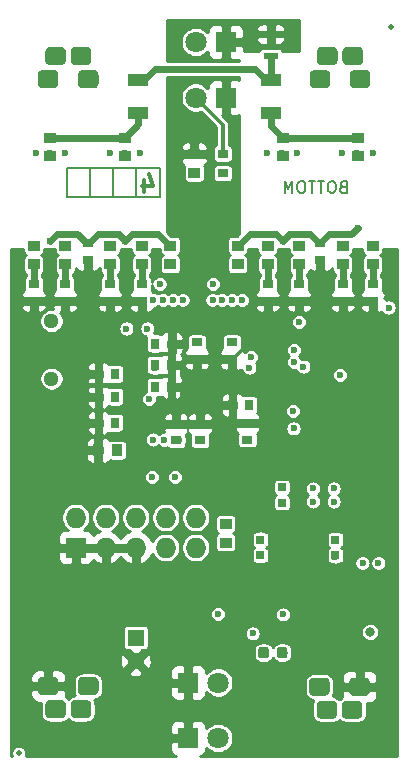
<source format=gbl>
G04 #@! TF.GenerationSoftware,KiCad,Pcbnew,(5.1.5)-3*
G04 #@! TF.CreationDate,2020-07-08T18:31:05-03:00*
G04 #@! TF.ProjectId,EEN60002020,45454e36-3030-4303-9230-32302e6b6963,rev?*
G04 #@! TF.SameCoordinates,Original*
G04 #@! TF.FileFunction,Copper,L4,Bot*
G04 #@! TF.FilePolarity,Positive*
%FSLAX46Y46*%
G04 Gerber Fmt 4.6, Leading zero omitted, Abs format (unit mm)*
G04 Created by KiCad (PCBNEW (5.1.5)-3) date 2020-07-08 18:31:05*
%MOMM*%
%LPD*%
G04 APERTURE LIST*
%ADD10C,0.150000*%
%ADD11C,0.200000*%
%ADD12C,0.300000*%
%ADD13C,0.500000*%
%ADD14C,0.100000*%
%ADD15R,1.000000X0.900000*%
%ADD16O,1.727200X1.727200*%
%ADD17R,1.727200X1.727200*%
%ADD18R,1.250000X0.600000*%
%ADD19R,1.820000X1.020000*%
%ADD20R,0.940000X0.750000*%
%ADD21R,0.900000X1.000000*%
%ADD22R,0.939800X0.762000*%
%ADD23R,0.700000X0.650000*%
%ADD24R,0.750000X0.940000*%
%ADD25C,1.800000*%
%ADD26R,1.800000X1.800000*%
%ADD27R,1.400000X1.400000*%
%ADD28C,1.400000*%
%ADD29C,1.294000*%
%ADD30C,0.600000*%
%ADD31C,0.800000*%
%ADD32C,0.600000*%
%ADD33C,0.400000*%
%ADD34C,0.254000*%
G04 APERTURE END LIST*
D10*
X163599523Y-78033571D02*
X163456666Y-78081190D01*
X163409047Y-78128809D01*
X163361428Y-78224047D01*
X163361428Y-78366904D01*
X163409047Y-78462142D01*
X163456666Y-78509761D01*
X163551904Y-78557380D01*
X163932857Y-78557380D01*
X163932857Y-77557380D01*
X163599523Y-77557380D01*
X163504285Y-77605000D01*
X163456666Y-77652619D01*
X163409047Y-77747857D01*
X163409047Y-77843095D01*
X163456666Y-77938333D01*
X163504285Y-77985952D01*
X163599523Y-78033571D01*
X163932857Y-78033571D01*
X162742380Y-77557380D02*
X162551904Y-77557380D01*
X162456666Y-77605000D01*
X162361428Y-77700238D01*
X162313809Y-77890714D01*
X162313809Y-78224047D01*
X162361428Y-78414523D01*
X162456666Y-78509761D01*
X162551904Y-78557380D01*
X162742380Y-78557380D01*
X162837619Y-78509761D01*
X162932857Y-78414523D01*
X162980476Y-78224047D01*
X162980476Y-77890714D01*
X162932857Y-77700238D01*
X162837619Y-77605000D01*
X162742380Y-77557380D01*
X162028095Y-77557380D02*
X161456666Y-77557380D01*
X161742380Y-78557380D02*
X161742380Y-77557380D01*
X161266190Y-77557380D02*
X160694761Y-77557380D01*
X160980476Y-78557380D02*
X160980476Y-77557380D01*
X160170952Y-77557380D02*
X159980476Y-77557380D01*
X159885238Y-77605000D01*
X159790000Y-77700238D01*
X159742380Y-77890714D01*
X159742380Y-78224047D01*
X159790000Y-78414523D01*
X159885238Y-78509761D01*
X159980476Y-78557380D01*
X160170952Y-78557380D01*
X160266190Y-78509761D01*
X160361428Y-78414523D01*
X160409047Y-78224047D01*
X160409047Y-77890714D01*
X160361428Y-77700238D01*
X160266190Y-77605000D01*
X160170952Y-77557380D01*
X159313809Y-78557380D02*
X159313809Y-77557380D01*
X158980476Y-78271666D01*
X158647142Y-77557380D01*
X158647142Y-78557380D01*
D11*
X148082000Y-76454000D02*
X148082000Y-78930500D01*
X146113500Y-76454000D02*
X146113500Y-78930500D01*
X144145000Y-76454000D02*
X144145000Y-78930500D01*
X142176500Y-76454000D02*
X142176500Y-78930500D01*
X148082000Y-76454000D02*
X140208000Y-76454000D01*
X140208000Y-76454000D02*
X140208000Y-78930500D01*
X140208000Y-78930500D02*
X148082000Y-78930500D01*
D12*
X146780285Y-77491471D02*
X146780285Y-78491471D01*
X147137428Y-76920042D02*
X147494571Y-77991471D01*
X146566000Y-77991471D01*
D13*
X136144000Y-125984000D03*
X167640000Y-64516000D03*
G04 #@! TA.AperFunction,SMDPad,CuDef*
D14*
G36*
X158685491Y-117001053D02*
G01*
X158706726Y-117004203D01*
X158727550Y-117009419D01*
X158747762Y-117016651D01*
X158767168Y-117025830D01*
X158785581Y-117036866D01*
X158802824Y-117049654D01*
X158818730Y-117064070D01*
X158833146Y-117079976D01*
X158845934Y-117097219D01*
X158856970Y-117115632D01*
X158866149Y-117135038D01*
X158873381Y-117155250D01*
X158878597Y-117176074D01*
X158881747Y-117197309D01*
X158882800Y-117218750D01*
X158882800Y-117731250D01*
X158881747Y-117752691D01*
X158878597Y-117773926D01*
X158873381Y-117794750D01*
X158866149Y-117814962D01*
X158856970Y-117834368D01*
X158845934Y-117852781D01*
X158833146Y-117870024D01*
X158818730Y-117885930D01*
X158802824Y-117900346D01*
X158785581Y-117913134D01*
X158767168Y-117924170D01*
X158747762Y-117933349D01*
X158727550Y-117940581D01*
X158706726Y-117945797D01*
X158685491Y-117948947D01*
X158664050Y-117950000D01*
X158226550Y-117950000D01*
X158205109Y-117948947D01*
X158183874Y-117945797D01*
X158163050Y-117940581D01*
X158142838Y-117933349D01*
X158123432Y-117924170D01*
X158105019Y-117913134D01*
X158087776Y-117900346D01*
X158071870Y-117885930D01*
X158057454Y-117870024D01*
X158044666Y-117852781D01*
X158033630Y-117834368D01*
X158024451Y-117814962D01*
X158017219Y-117794750D01*
X158012003Y-117773926D01*
X158008853Y-117752691D01*
X158007800Y-117731250D01*
X158007800Y-117218750D01*
X158008853Y-117197309D01*
X158012003Y-117176074D01*
X158017219Y-117155250D01*
X158024451Y-117135038D01*
X158033630Y-117115632D01*
X158044666Y-117097219D01*
X158057454Y-117079976D01*
X158071870Y-117064070D01*
X158087776Y-117049654D01*
X158105019Y-117036866D01*
X158123432Y-117025830D01*
X158142838Y-117016651D01*
X158163050Y-117009419D01*
X158183874Y-117004203D01*
X158205109Y-117001053D01*
X158226550Y-117000000D01*
X158664050Y-117000000D01*
X158685491Y-117001053D01*
G37*
G04 #@! TD.AperFunction*
G04 #@! TA.AperFunction,SMDPad,CuDef*
G36*
X157110491Y-117001053D02*
G01*
X157131726Y-117004203D01*
X157152550Y-117009419D01*
X157172762Y-117016651D01*
X157192168Y-117025830D01*
X157210581Y-117036866D01*
X157227824Y-117049654D01*
X157243730Y-117064070D01*
X157258146Y-117079976D01*
X157270934Y-117097219D01*
X157281970Y-117115632D01*
X157291149Y-117135038D01*
X157298381Y-117155250D01*
X157303597Y-117176074D01*
X157306747Y-117197309D01*
X157307800Y-117218750D01*
X157307800Y-117731250D01*
X157306747Y-117752691D01*
X157303597Y-117773926D01*
X157298381Y-117794750D01*
X157291149Y-117814962D01*
X157281970Y-117834368D01*
X157270934Y-117852781D01*
X157258146Y-117870024D01*
X157243730Y-117885930D01*
X157227824Y-117900346D01*
X157210581Y-117913134D01*
X157192168Y-117924170D01*
X157172762Y-117933349D01*
X157152550Y-117940581D01*
X157131726Y-117945797D01*
X157110491Y-117948947D01*
X157089050Y-117950000D01*
X156651550Y-117950000D01*
X156630109Y-117948947D01*
X156608874Y-117945797D01*
X156588050Y-117940581D01*
X156567838Y-117933349D01*
X156548432Y-117924170D01*
X156530019Y-117913134D01*
X156512776Y-117900346D01*
X156496870Y-117885930D01*
X156482454Y-117870024D01*
X156469666Y-117852781D01*
X156458630Y-117834368D01*
X156449451Y-117814962D01*
X156442219Y-117794750D01*
X156437003Y-117773926D01*
X156433853Y-117752691D01*
X156432800Y-117731250D01*
X156432800Y-117218750D01*
X156433853Y-117197309D01*
X156437003Y-117176074D01*
X156442219Y-117155250D01*
X156449451Y-117135038D01*
X156458630Y-117115632D01*
X156469666Y-117097219D01*
X156482454Y-117079976D01*
X156496870Y-117064070D01*
X156512776Y-117049654D01*
X156530019Y-117036866D01*
X156548432Y-117025830D01*
X156567838Y-117016651D01*
X156588050Y-117009419D01*
X156608874Y-117004203D01*
X156630109Y-117001053D01*
X156651550Y-117000000D01*
X157089050Y-117000000D01*
X157110491Y-117001053D01*
G37*
G04 #@! TD.AperFunction*
G04 #@! TA.AperFunction,ComponentPad*
G36*
X162116592Y-119596842D02*
G01*
X162153722Y-119602350D01*
X162190134Y-119611470D01*
X162225476Y-119624116D01*
X162259409Y-119640165D01*
X162291606Y-119659463D01*
X162321755Y-119681824D01*
X162349568Y-119707032D01*
X162374776Y-119734845D01*
X162397137Y-119764994D01*
X162416435Y-119797191D01*
X162432484Y-119831124D01*
X162445130Y-119866466D01*
X162454250Y-119902878D01*
X162459758Y-119940008D01*
X162461600Y-119977500D01*
X162461600Y-120742500D01*
X162459758Y-120779992D01*
X162454250Y-120817122D01*
X162445130Y-120853534D01*
X162432484Y-120888876D01*
X162416435Y-120922809D01*
X162397137Y-120955006D01*
X162374776Y-120985155D01*
X162349568Y-121012968D01*
X162321755Y-121038176D01*
X162291606Y-121060537D01*
X162259409Y-121079835D01*
X162225476Y-121095884D01*
X162190134Y-121108530D01*
X162153722Y-121117650D01*
X162116592Y-121123158D01*
X162079100Y-121125000D01*
X161114100Y-121125000D01*
X161076608Y-121123158D01*
X161039478Y-121117650D01*
X161003066Y-121108530D01*
X160967724Y-121095884D01*
X160933791Y-121079835D01*
X160901594Y-121060537D01*
X160871445Y-121038176D01*
X160843632Y-121012968D01*
X160818424Y-120985155D01*
X160796063Y-120955006D01*
X160776765Y-120922809D01*
X160760716Y-120888876D01*
X160748070Y-120853534D01*
X160738950Y-120817122D01*
X160733442Y-120779992D01*
X160731600Y-120742500D01*
X160731600Y-119977500D01*
X160733442Y-119940008D01*
X160738950Y-119902878D01*
X160748070Y-119866466D01*
X160760716Y-119831124D01*
X160776765Y-119797191D01*
X160796063Y-119764994D01*
X160818424Y-119734845D01*
X160843632Y-119707032D01*
X160871445Y-119681824D01*
X160901594Y-119659463D01*
X160933791Y-119640165D01*
X160967724Y-119624116D01*
X161003066Y-119611470D01*
X161039478Y-119602350D01*
X161076608Y-119596842D01*
X161114100Y-119595000D01*
X162079100Y-119595000D01*
X162116592Y-119596842D01*
G37*
G04 #@! TD.AperFunction*
G04 #@! TA.AperFunction,ComponentPad*
G36*
X162741592Y-121546842D02*
G01*
X162778722Y-121552350D01*
X162815134Y-121561470D01*
X162850476Y-121574116D01*
X162884409Y-121590165D01*
X162916606Y-121609463D01*
X162946755Y-121631824D01*
X162974568Y-121657032D01*
X162999776Y-121684845D01*
X163022137Y-121714994D01*
X163041435Y-121747191D01*
X163057484Y-121781124D01*
X163070130Y-121816466D01*
X163079250Y-121852878D01*
X163084758Y-121890008D01*
X163086600Y-121927500D01*
X163086600Y-122692500D01*
X163084758Y-122729992D01*
X163079250Y-122767122D01*
X163070130Y-122803534D01*
X163057484Y-122838876D01*
X163041435Y-122872809D01*
X163022137Y-122905006D01*
X162999776Y-122935155D01*
X162974568Y-122962968D01*
X162946755Y-122988176D01*
X162916606Y-123010537D01*
X162884409Y-123029835D01*
X162850476Y-123045884D01*
X162815134Y-123058530D01*
X162778722Y-123067650D01*
X162741592Y-123073158D01*
X162704100Y-123075000D01*
X161739100Y-123075000D01*
X161701608Y-123073158D01*
X161664478Y-123067650D01*
X161628066Y-123058530D01*
X161592724Y-123045884D01*
X161558791Y-123029835D01*
X161526594Y-123010537D01*
X161496445Y-122988176D01*
X161468632Y-122962968D01*
X161443424Y-122935155D01*
X161421063Y-122905006D01*
X161401765Y-122872809D01*
X161385716Y-122838876D01*
X161373070Y-122803534D01*
X161363950Y-122767122D01*
X161358442Y-122729992D01*
X161356600Y-122692500D01*
X161356600Y-121927500D01*
X161358442Y-121890008D01*
X161363950Y-121852878D01*
X161373070Y-121816466D01*
X161385716Y-121781124D01*
X161401765Y-121747191D01*
X161421063Y-121714994D01*
X161443424Y-121684845D01*
X161468632Y-121657032D01*
X161496445Y-121631824D01*
X161526594Y-121609463D01*
X161558791Y-121590165D01*
X161592724Y-121574116D01*
X161628066Y-121561470D01*
X161664478Y-121552350D01*
X161701608Y-121546842D01*
X161739100Y-121545000D01*
X162704100Y-121545000D01*
X162741592Y-121546842D01*
G37*
G04 #@! TD.AperFunction*
G04 #@! TA.AperFunction,ComponentPad*
G36*
X165516592Y-119596842D02*
G01*
X165553722Y-119602350D01*
X165590134Y-119611470D01*
X165625476Y-119624116D01*
X165659409Y-119640165D01*
X165691606Y-119659463D01*
X165721755Y-119681824D01*
X165749568Y-119707032D01*
X165774776Y-119734845D01*
X165797137Y-119764994D01*
X165816435Y-119797191D01*
X165832484Y-119831124D01*
X165845130Y-119866466D01*
X165854250Y-119902878D01*
X165859758Y-119940008D01*
X165861600Y-119977500D01*
X165861600Y-120742500D01*
X165859758Y-120779992D01*
X165854250Y-120817122D01*
X165845130Y-120853534D01*
X165832484Y-120888876D01*
X165816435Y-120922809D01*
X165797137Y-120955006D01*
X165774776Y-120985155D01*
X165749568Y-121012968D01*
X165721755Y-121038176D01*
X165691606Y-121060537D01*
X165659409Y-121079835D01*
X165625476Y-121095884D01*
X165590134Y-121108530D01*
X165553722Y-121117650D01*
X165516592Y-121123158D01*
X165479100Y-121125000D01*
X164514100Y-121125000D01*
X164476608Y-121123158D01*
X164439478Y-121117650D01*
X164403066Y-121108530D01*
X164367724Y-121095884D01*
X164333791Y-121079835D01*
X164301594Y-121060537D01*
X164271445Y-121038176D01*
X164243632Y-121012968D01*
X164218424Y-120985155D01*
X164196063Y-120955006D01*
X164176765Y-120922809D01*
X164160716Y-120888876D01*
X164148070Y-120853534D01*
X164138950Y-120817122D01*
X164133442Y-120779992D01*
X164131600Y-120742500D01*
X164131600Y-119977500D01*
X164133442Y-119940008D01*
X164138950Y-119902878D01*
X164148070Y-119866466D01*
X164160716Y-119831124D01*
X164176765Y-119797191D01*
X164196063Y-119764994D01*
X164218424Y-119734845D01*
X164243632Y-119707032D01*
X164271445Y-119681824D01*
X164301594Y-119659463D01*
X164333791Y-119640165D01*
X164367724Y-119624116D01*
X164403066Y-119611470D01*
X164439478Y-119602350D01*
X164476608Y-119596842D01*
X164514100Y-119595000D01*
X165479100Y-119595000D01*
X165516592Y-119596842D01*
G37*
G04 #@! TD.AperFunction*
G04 #@! TA.AperFunction,ComponentPad*
G36*
X164891592Y-121546842D02*
G01*
X164928722Y-121552350D01*
X164965134Y-121561470D01*
X165000476Y-121574116D01*
X165034409Y-121590165D01*
X165066606Y-121609463D01*
X165096755Y-121631824D01*
X165124568Y-121657032D01*
X165149776Y-121684845D01*
X165172137Y-121714994D01*
X165191435Y-121747191D01*
X165207484Y-121781124D01*
X165220130Y-121816466D01*
X165229250Y-121852878D01*
X165234758Y-121890008D01*
X165236600Y-121927500D01*
X165236600Y-122692500D01*
X165234758Y-122729992D01*
X165229250Y-122767122D01*
X165220130Y-122803534D01*
X165207484Y-122838876D01*
X165191435Y-122872809D01*
X165172137Y-122905006D01*
X165149776Y-122935155D01*
X165124568Y-122962968D01*
X165096755Y-122988176D01*
X165066606Y-123010537D01*
X165034409Y-123029835D01*
X165000476Y-123045884D01*
X164965134Y-123058530D01*
X164928722Y-123067650D01*
X164891592Y-123073158D01*
X164854100Y-123075000D01*
X163889100Y-123075000D01*
X163851608Y-123073158D01*
X163814478Y-123067650D01*
X163778066Y-123058530D01*
X163742724Y-123045884D01*
X163708791Y-123029835D01*
X163676594Y-123010537D01*
X163646445Y-122988176D01*
X163618632Y-122962968D01*
X163593424Y-122935155D01*
X163571063Y-122905006D01*
X163551765Y-122872809D01*
X163535716Y-122838876D01*
X163523070Y-122803534D01*
X163513950Y-122767122D01*
X163508442Y-122729992D01*
X163506600Y-122692500D01*
X163506600Y-121927500D01*
X163508442Y-121890008D01*
X163513950Y-121852878D01*
X163523070Y-121816466D01*
X163535716Y-121781124D01*
X163551765Y-121747191D01*
X163571063Y-121714994D01*
X163593424Y-121684845D01*
X163618632Y-121657032D01*
X163646445Y-121631824D01*
X163676594Y-121609463D01*
X163708791Y-121590165D01*
X163742724Y-121574116D01*
X163778066Y-121561470D01*
X163814478Y-121552350D01*
X163851608Y-121546842D01*
X163889100Y-121545000D01*
X164854100Y-121545000D01*
X164891592Y-121546842D01*
G37*
G04 #@! TD.AperFunction*
D15*
X153670000Y-108165800D03*
X153670000Y-106565800D03*
D16*
X151130000Y-106045000D03*
X151130000Y-108585000D03*
X148590000Y-106045000D03*
X148590000Y-108585000D03*
X146050000Y-106045000D03*
X146050000Y-108585000D03*
X143510000Y-106045000D03*
X143510000Y-108585000D03*
X140970000Y-106045000D03*
D17*
X140970000Y-108585000D03*
G04 #@! TA.AperFunction,ComponentPad*
D14*
G36*
X142554992Y-119546842D02*
G01*
X142592122Y-119552350D01*
X142628534Y-119561470D01*
X142663876Y-119574116D01*
X142697809Y-119590165D01*
X142730006Y-119609463D01*
X142760155Y-119631824D01*
X142787968Y-119657032D01*
X142813176Y-119684845D01*
X142835537Y-119714994D01*
X142854835Y-119747191D01*
X142870884Y-119781124D01*
X142883530Y-119816466D01*
X142892650Y-119852878D01*
X142898158Y-119890008D01*
X142900000Y-119927500D01*
X142900000Y-120692500D01*
X142898158Y-120729992D01*
X142892650Y-120767122D01*
X142883530Y-120803534D01*
X142870884Y-120838876D01*
X142854835Y-120872809D01*
X142835537Y-120905006D01*
X142813176Y-120935155D01*
X142787968Y-120962968D01*
X142760155Y-120988176D01*
X142730006Y-121010537D01*
X142697809Y-121029835D01*
X142663876Y-121045884D01*
X142628534Y-121058530D01*
X142592122Y-121067650D01*
X142554992Y-121073158D01*
X142517500Y-121075000D01*
X141552500Y-121075000D01*
X141515008Y-121073158D01*
X141477878Y-121067650D01*
X141441466Y-121058530D01*
X141406124Y-121045884D01*
X141372191Y-121029835D01*
X141339994Y-121010537D01*
X141309845Y-120988176D01*
X141282032Y-120962968D01*
X141256824Y-120935155D01*
X141234463Y-120905006D01*
X141215165Y-120872809D01*
X141199116Y-120838876D01*
X141186470Y-120803534D01*
X141177350Y-120767122D01*
X141171842Y-120729992D01*
X141170000Y-120692500D01*
X141170000Y-119927500D01*
X141171842Y-119890008D01*
X141177350Y-119852878D01*
X141186470Y-119816466D01*
X141199116Y-119781124D01*
X141215165Y-119747191D01*
X141234463Y-119714994D01*
X141256824Y-119684845D01*
X141282032Y-119657032D01*
X141309845Y-119631824D01*
X141339994Y-119609463D01*
X141372191Y-119590165D01*
X141406124Y-119574116D01*
X141441466Y-119561470D01*
X141477878Y-119552350D01*
X141515008Y-119546842D01*
X141552500Y-119545000D01*
X142517500Y-119545000D01*
X142554992Y-119546842D01*
G37*
G04 #@! TD.AperFunction*
G04 #@! TA.AperFunction,ComponentPad*
G36*
X141929992Y-121496842D02*
G01*
X141967122Y-121502350D01*
X142003534Y-121511470D01*
X142038876Y-121524116D01*
X142072809Y-121540165D01*
X142105006Y-121559463D01*
X142135155Y-121581824D01*
X142162968Y-121607032D01*
X142188176Y-121634845D01*
X142210537Y-121664994D01*
X142229835Y-121697191D01*
X142245884Y-121731124D01*
X142258530Y-121766466D01*
X142267650Y-121802878D01*
X142273158Y-121840008D01*
X142275000Y-121877500D01*
X142275000Y-122642500D01*
X142273158Y-122679992D01*
X142267650Y-122717122D01*
X142258530Y-122753534D01*
X142245884Y-122788876D01*
X142229835Y-122822809D01*
X142210537Y-122855006D01*
X142188176Y-122885155D01*
X142162968Y-122912968D01*
X142135155Y-122938176D01*
X142105006Y-122960537D01*
X142072809Y-122979835D01*
X142038876Y-122995884D01*
X142003534Y-123008530D01*
X141967122Y-123017650D01*
X141929992Y-123023158D01*
X141892500Y-123025000D01*
X140927500Y-123025000D01*
X140890008Y-123023158D01*
X140852878Y-123017650D01*
X140816466Y-123008530D01*
X140781124Y-122995884D01*
X140747191Y-122979835D01*
X140714994Y-122960537D01*
X140684845Y-122938176D01*
X140657032Y-122912968D01*
X140631824Y-122885155D01*
X140609463Y-122855006D01*
X140590165Y-122822809D01*
X140574116Y-122788876D01*
X140561470Y-122753534D01*
X140552350Y-122717122D01*
X140546842Y-122679992D01*
X140545000Y-122642500D01*
X140545000Y-121877500D01*
X140546842Y-121840008D01*
X140552350Y-121802878D01*
X140561470Y-121766466D01*
X140574116Y-121731124D01*
X140590165Y-121697191D01*
X140609463Y-121664994D01*
X140631824Y-121634845D01*
X140657032Y-121607032D01*
X140684845Y-121581824D01*
X140714994Y-121559463D01*
X140747191Y-121540165D01*
X140781124Y-121524116D01*
X140816466Y-121511470D01*
X140852878Y-121502350D01*
X140890008Y-121496842D01*
X140927500Y-121495000D01*
X141892500Y-121495000D01*
X141929992Y-121496842D01*
G37*
G04 #@! TD.AperFunction*
G04 #@! TA.AperFunction,ComponentPad*
G36*
X139154992Y-119546842D02*
G01*
X139192122Y-119552350D01*
X139228534Y-119561470D01*
X139263876Y-119574116D01*
X139297809Y-119590165D01*
X139330006Y-119609463D01*
X139360155Y-119631824D01*
X139387968Y-119657032D01*
X139413176Y-119684845D01*
X139435537Y-119714994D01*
X139454835Y-119747191D01*
X139470884Y-119781124D01*
X139483530Y-119816466D01*
X139492650Y-119852878D01*
X139498158Y-119890008D01*
X139500000Y-119927500D01*
X139500000Y-120692500D01*
X139498158Y-120729992D01*
X139492650Y-120767122D01*
X139483530Y-120803534D01*
X139470884Y-120838876D01*
X139454835Y-120872809D01*
X139435537Y-120905006D01*
X139413176Y-120935155D01*
X139387968Y-120962968D01*
X139360155Y-120988176D01*
X139330006Y-121010537D01*
X139297809Y-121029835D01*
X139263876Y-121045884D01*
X139228534Y-121058530D01*
X139192122Y-121067650D01*
X139154992Y-121073158D01*
X139117500Y-121075000D01*
X138152500Y-121075000D01*
X138115008Y-121073158D01*
X138077878Y-121067650D01*
X138041466Y-121058530D01*
X138006124Y-121045884D01*
X137972191Y-121029835D01*
X137939994Y-121010537D01*
X137909845Y-120988176D01*
X137882032Y-120962968D01*
X137856824Y-120935155D01*
X137834463Y-120905006D01*
X137815165Y-120872809D01*
X137799116Y-120838876D01*
X137786470Y-120803534D01*
X137777350Y-120767122D01*
X137771842Y-120729992D01*
X137770000Y-120692500D01*
X137770000Y-119927500D01*
X137771842Y-119890008D01*
X137777350Y-119852878D01*
X137786470Y-119816466D01*
X137799116Y-119781124D01*
X137815165Y-119747191D01*
X137834463Y-119714994D01*
X137856824Y-119684845D01*
X137882032Y-119657032D01*
X137909845Y-119631824D01*
X137939994Y-119609463D01*
X137972191Y-119590165D01*
X138006124Y-119574116D01*
X138041466Y-119561470D01*
X138077878Y-119552350D01*
X138115008Y-119546842D01*
X138152500Y-119545000D01*
X139117500Y-119545000D01*
X139154992Y-119546842D01*
G37*
G04 #@! TD.AperFunction*
G04 #@! TA.AperFunction,ComponentPad*
G36*
X139779992Y-121496842D02*
G01*
X139817122Y-121502350D01*
X139853534Y-121511470D01*
X139888876Y-121524116D01*
X139922809Y-121540165D01*
X139955006Y-121559463D01*
X139985155Y-121581824D01*
X140012968Y-121607032D01*
X140038176Y-121634845D01*
X140060537Y-121664994D01*
X140079835Y-121697191D01*
X140095884Y-121731124D01*
X140108530Y-121766466D01*
X140117650Y-121802878D01*
X140123158Y-121840008D01*
X140125000Y-121877500D01*
X140125000Y-122642500D01*
X140123158Y-122679992D01*
X140117650Y-122717122D01*
X140108530Y-122753534D01*
X140095884Y-122788876D01*
X140079835Y-122822809D01*
X140060537Y-122855006D01*
X140038176Y-122885155D01*
X140012968Y-122912968D01*
X139985155Y-122938176D01*
X139955006Y-122960537D01*
X139922809Y-122979835D01*
X139888876Y-122995884D01*
X139853534Y-123008530D01*
X139817122Y-123017650D01*
X139779992Y-123023158D01*
X139742500Y-123025000D01*
X138777500Y-123025000D01*
X138740008Y-123023158D01*
X138702878Y-123017650D01*
X138666466Y-123008530D01*
X138631124Y-122995884D01*
X138597191Y-122979835D01*
X138564994Y-122960537D01*
X138534845Y-122938176D01*
X138507032Y-122912968D01*
X138481824Y-122885155D01*
X138459463Y-122855006D01*
X138440165Y-122822809D01*
X138424116Y-122788876D01*
X138411470Y-122753534D01*
X138402350Y-122717122D01*
X138396842Y-122679992D01*
X138395000Y-122642500D01*
X138395000Y-121877500D01*
X138396842Y-121840008D01*
X138402350Y-121802878D01*
X138411470Y-121766466D01*
X138424116Y-121731124D01*
X138440165Y-121697191D01*
X138459463Y-121664994D01*
X138481824Y-121634845D01*
X138507032Y-121607032D01*
X138534845Y-121581824D01*
X138564994Y-121559463D01*
X138597191Y-121540165D01*
X138631124Y-121524116D01*
X138666466Y-121511470D01*
X138702878Y-121502350D01*
X138740008Y-121496842D01*
X138777500Y-121495000D01*
X139742500Y-121495000D01*
X139779992Y-121496842D01*
G37*
G04 #@! TD.AperFunction*
G04 #@! TA.AperFunction,ComponentPad*
G36*
X164941592Y-66206842D02*
G01*
X164978722Y-66212350D01*
X165015134Y-66221470D01*
X165050476Y-66234116D01*
X165084409Y-66250165D01*
X165116606Y-66269463D01*
X165146755Y-66291824D01*
X165174568Y-66317032D01*
X165199776Y-66344845D01*
X165222137Y-66374994D01*
X165241435Y-66407191D01*
X165257484Y-66441124D01*
X165270130Y-66476466D01*
X165279250Y-66512878D01*
X165284758Y-66550008D01*
X165286600Y-66587500D01*
X165286600Y-67352500D01*
X165284758Y-67389992D01*
X165279250Y-67427122D01*
X165270130Y-67463534D01*
X165257484Y-67498876D01*
X165241435Y-67532809D01*
X165222137Y-67565006D01*
X165199776Y-67595155D01*
X165174568Y-67622968D01*
X165146755Y-67648176D01*
X165116606Y-67670537D01*
X165084409Y-67689835D01*
X165050476Y-67705884D01*
X165015134Y-67718530D01*
X164978722Y-67727650D01*
X164941592Y-67733158D01*
X164904100Y-67735000D01*
X163939100Y-67735000D01*
X163901608Y-67733158D01*
X163864478Y-67727650D01*
X163828066Y-67718530D01*
X163792724Y-67705884D01*
X163758791Y-67689835D01*
X163726594Y-67670537D01*
X163696445Y-67648176D01*
X163668632Y-67622968D01*
X163643424Y-67595155D01*
X163621063Y-67565006D01*
X163601765Y-67532809D01*
X163585716Y-67498876D01*
X163573070Y-67463534D01*
X163563950Y-67427122D01*
X163558442Y-67389992D01*
X163556600Y-67352500D01*
X163556600Y-66587500D01*
X163558442Y-66550008D01*
X163563950Y-66512878D01*
X163573070Y-66476466D01*
X163585716Y-66441124D01*
X163601765Y-66407191D01*
X163621063Y-66374994D01*
X163643424Y-66344845D01*
X163668632Y-66317032D01*
X163696445Y-66291824D01*
X163726594Y-66269463D01*
X163758791Y-66250165D01*
X163792724Y-66234116D01*
X163828066Y-66221470D01*
X163864478Y-66212350D01*
X163901608Y-66206842D01*
X163939100Y-66205000D01*
X164904100Y-66205000D01*
X164941592Y-66206842D01*
G37*
G04 #@! TD.AperFunction*
G04 #@! TA.AperFunction,ComponentPad*
G36*
X165566592Y-68156842D02*
G01*
X165603722Y-68162350D01*
X165640134Y-68171470D01*
X165675476Y-68184116D01*
X165709409Y-68200165D01*
X165741606Y-68219463D01*
X165771755Y-68241824D01*
X165799568Y-68267032D01*
X165824776Y-68294845D01*
X165847137Y-68324994D01*
X165866435Y-68357191D01*
X165882484Y-68391124D01*
X165895130Y-68426466D01*
X165904250Y-68462878D01*
X165909758Y-68500008D01*
X165911600Y-68537500D01*
X165911600Y-69302500D01*
X165909758Y-69339992D01*
X165904250Y-69377122D01*
X165895130Y-69413534D01*
X165882484Y-69448876D01*
X165866435Y-69482809D01*
X165847137Y-69515006D01*
X165824776Y-69545155D01*
X165799568Y-69572968D01*
X165771755Y-69598176D01*
X165741606Y-69620537D01*
X165709409Y-69639835D01*
X165675476Y-69655884D01*
X165640134Y-69668530D01*
X165603722Y-69677650D01*
X165566592Y-69683158D01*
X165529100Y-69685000D01*
X164564100Y-69685000D01*
X164526608Y-69683158D01*
X164489478Y-69677650D01*
X164453066Y-69668530D01*
X164417724Y-69655884D01*
X164383791Y-69639835D01*
X164351594Y-69620537D01*
X164321445Y-69598176D01*
X164293632Y-69572968D01*
X164268424Y-69545155D01*
X164246063Y-69515006D01*
X164226765Y-69482809D01*
X164210716Y-69448876D01*
X164198070Y-69413534D01*
X164188950Y-69377122D01*
X164183442Y-69339992D01*
X164181600Y-69302500D01*
X164181600Y-68537500D01*
X164183442Y-68500008D01*
X164188950Y-68462878D01*
X164198070Y-68426466D01*
X164210716Y-68391124D01*
X164226765Y-68357191D01*
X164246063Y-68324994D01*
X164268424Y-68294845D01*
X164293632Y-68267032D01*
X164321445Y-68241824D01*
X164351594Y-68219463D01*
X164383791Y-68200165D01*
X164417724Y-68184116D01*
X164453066Y-68171470D01*
X164489478Y-68162350D01*
X164526608Y-68156842D01*
X164564100Y-68155000D01*
X165529100Y-68155000D01*
X165566592Y-68156842D01*
G37*
G04 #@! TD.AperFunction*
G04 #@! TA.AperFunction,ComponentPad*
G36*
X162791592Y-66206842D02*
G01*
X162828722Y-66212350D01*
X162865134Y-66221470D01*
X162900476Y-66234116D01*
X162934409Y-66250165D01*
X162966606Y-66269463D01*
X162996755Y-66291824D01*
X163024568Y-66317032D01*
X163049776Y-66344845D01*
X163072137Y-66374994D01*
X163091435Y-66407191D01*
X163107484Y-66441124D01*
X163120130Y-66476466D01*
X163129250Y-66512878D01*
X163134758Y-66550008D01*
X163136600Y-66587500D01*
X163136600Y-67352500D01*
X163134758Y-67389992D01*
X163129250Y-67427122D01*
X163120130Y-67463534D01*
X163107484Y-67498876D01*
X163091435Y-67532809D01*
X163072137Y-67565006D01*
X163049776Y-67595155D01*
X163024568Y-67622968D01*
X162996755Y-67648176D01*
X162966606Y-67670537D01*
X162934409Y-67689835D01*
X162900476Y-67705884D01*
X162865134Y-67718530D01*
X162828722Y-67727650D01*
X162791592Y-67733158D01*
X162754100Y-67735000D01*
X161789100Y-67735000D01*
X161751608Y-67733158D01*
X161714478Y-67727650D01*
X161678066Y-67718530D01*
X161642724Y-67705884D01*
X161608791Y-67689835D01*
X161576594Y-67670537D01*
X161546445Y-67648176D01*
X161518632Y-67622968D01*
X161493424Y-67595155D01*
X161471063Y-67565006D01*
X161451765Y-67532809D01*
X161435716Y-67498876D01*
X161423070Y-67463534D01*
X161413950Y-67427122D01*
X161408442Y-67389992D01*
X161406600Y-67352500D01*
X161406600Y-66587500D01*
X161408442Y-66550008D01*
X161413950Y-66512878D01*
X161423070Y-66476466D01*
X161435716Y-66441124D01*
X161451765Y-66407191D01*
X161471063Y-66374994D01*
X161493424Y-66344845D01*
X161518632Y-66317032D01*
X161546445Y-66291824D01*
X161576594Y-66269463D01*
X161608791Y-66250165D01*
X161642724Y-66234116D01*
X161678066Y-66221470D01*
X161714478Y-66212350D01*
X161751608Y-66206842D01*
X161789100Y-66205000D01*
X162754100Y-66205000D01*
X162791592Y-66206842D01*
G37*
G04 #@! TD.AperFunction*
G04 #@! TA.AperFunction,ComponentPad*
G36*
X162166592Y-68156842D02*
G01*
X162203722Y-68162350D01*
X162240134Y-68171470D01*
X162275476Y-68184116D01*
X162309409Y-68200165D01*
X162341606Y-68219463D01*
X162371755Y-68241824D01*
X162399568Y-68267032D01*
X162424776Y-68294845D01*
X162447137Y-68324994D01*
X162466435Y-68357191D01*
X162482484Y-68391124D01*
X162495130Y-68426466D01*
X162504250Y-68462878D01*
X162509758Y-68500008D01*
X162511600Y-68537500D01*
X162511600Y-69302500D01*
X162509758Y-69339992D01*
X162504250Y-69377122D01*
X162495130Y-69413534D01*
X162482484Y-69448876D01*
X162466435Y-69482809D01*
X162447137Y-69515006D01*
X162424776Y-69545155D01*
X162399568Y-69572968D01*
X162371755Y-69598176D01*
X162341606Y-69620537D01*
X162309409Y-69639835D01*
X162275476Y-69655884D01*
X162240134Y-69668530D01*
X162203722Y-69677650D01*
X162166592Y-69683158D01*
X162129100Y-69685000D01*
X161164100Y-69685000D01*
X161126608Y-69683158D01*
X161089478Y-69677650D01*
X161053066Y-69668530D01*
X161017724Y-69655884D01*
X160983791Y-69639835D01*
X160951594Y-69620537D01*
X160921445Y-69598176D01*
X160893632Y-69572968D01*
X160868424Y-69545155D01*
X160846063Y-69515006D01*
X160826765Y-69482809D01*
X160810716Y-69448876D01*
X160798070Y-69413534D01*
X160788950Y-69377122D01*
X160783442Y-69339992D01*
X160781600Y-69302500D01*
X160781600Y-68537500D01*
X160783442Y-68500008D01*
X160788950Y-68462878D01*
X160798070Y-68426466D01*
X160810716Y-68391124D01*
X160826765Y-68357191D01*
X160846063Y-68324994D01*
X160868424Y-68294845D01*
X160893632Y-68267032D01*
X160921445Y-68241824D01*
X160951594Y-68219463D01*
X160983791Y-68200165D01*
X161017724Y-68184116D01*
X161053066Y-68171470D01*
X161089478Y-68162350D01*
X161126608Y-68156842D01*
X161164100Y-68155000D01*
X162129100Y-68155000D01*
X162166592Y-68156842D01*
G37*
G04 #@! TD.AperFunction*
G04 #@! TA.AperFunction,ComponentPad*
G36*
X139154992Y-68156842D02*
G01*
X139192122Y-68162350D01*
X139228534Y-68171470D01*
X139263876Y-68184116D01*
X139297809Y-68200165D01*
X139330006Y-68219463D01*
X139360155Y-68241824D01*
X139387968Y-68267032D01*
X139413176Y-68294845D01*
X139435537Y-68324994D01*
X139454835Y-68357191D01*
X139470884Y-68391124D01*
X139483530Y-68426466D01*
X139492650Y-68462878D01*
X139498158Y-68500008D01*
X139500000Y-68537500D01*
X139500000Y-69302500D01*
X139498158Y-69339992D01*
X139492650Y-69377122D01*
X139483530Y-69413534D01*
X139470884Y-69448876D01*
X139454835Y-69482809D01*
X139435537Y-69515006D01*
X139413176Y-69545155D01*
X139387968Y-69572968D01*
X139360155Y-69598176D01*
X139330006Y-69620537D01*
X139297809Y-69639835D01*
X139263876Y-69655884D01*
X139228534Y-69668530D01*
X139192122Y-69677650D01*
X139154992Y-69683158D01*
X139117500Y-69685000D01*
X138152500Y-69685000D01*
X138115008Y-69683158D01*
X138077878Y-69677650D01*
X138041466Y-69668530D01*
X138006124Y-69655884D01*
X137972191Y-69639835D01*
X137939994Y-69620537D01*
X137909845Y-69598176D01*
X137882032Y-69572968D01*
X137856824Y-69545155D01*
X137834463Y-69515006D01*
X137815165Y-69482809D01*
X137799116Y-69448876D01*
X137786470Y-69413534D01*
X137777350Y-69377122D01*
X137771842Y-69339992D01*
X137770000Y-69302500D01*
X137770000Y-68537500D01*
X137771842Y-68500008D01*
X137777350Y-68462878D01*
X137786470Y-68426466D01*
X137799116Y-68391124D01*
X137815165Y-68357191D01*
X137834463Y-68324994D01*
X137856824Y-68294845D01*
X137882032Y-68267032D01*
X137909845Y-68241824D01*
X137939994Y-68219463D01*
X137972191Y-68200165D01*
X138006124Y-68184116D01*
X138041466Y-68171470D01*
X138077878Y-68162350D01*
X138115008Y-68156842D01*
X138152500Y-68155000D01*
X139117500Y-68155000D01*
X139154992Y-68156842D01*
G37*
G04 #@! TD.AperFunction*
G04 #@! TA.AperFunction,ComponentPad*
G36*
X139779992Y-66206842D02*
G01*
X139817122Y-66212350D01*
X139853534Y-66221470D01*
X139888876Y-66234116D01*
X139922809Y-66250165D01*
X139955006Y-66269463D01*
X139985155Y-66291824D01*
X140012968Y-66317032D01*
X140038176Y-66344845D01*
X140060537Y-66374994D01*
X140079835Y-66407191D01*
X140095884Y-66441124D01*
X140108530Y-66476466D01*
X140117650Y-66512878D01*
X140123158Y-66550008D01*
X140125000Y-66587500D01*
X140125000Y-67352500D01*
X140123158Y-67389992D01*
X140117650Y-67427122D01*
X140108530Y-67463534D01*
X140095884Y-67498876D01*
X140079835Y-67532809D01*
X140060537Y-67565006D01*
X140038176Y-67595155D01*
X140012968Y-67622968D01*
X139985155Y-67648176D01*
X139955006Y-67670537D01*
X139922809Y-67689835D01*
X139888876Y-67705884D01*
X139853534Y-67718530D01*
X139817122Y-67727650D01*
X139779992Y-67733158D01*
X139742500Y-67735000D01*
X138777500Y-67735000D01*
X138740008Y-67733158D01*
X138702878Y-67727650D01*
X138666466Y-67718530D01*
X138631124Y-67705884D01*
X138597191Y-67689835D01*
X138564994Y-67670537D01*
X138534845Y-67648176D01*
X138507032Y-67622968D01*
X138481824Y-67595155D01*
X138459463Y-67565006D01*
X138440165Y-67532809D01*
X138424116Y-67498876D01*
X138411470Y-67463534D01*
X138402350Y-67427122D01*
X138396842Y-67389992D01*
X138395000Y-67352500D01*
X138395000Y-66587500D01*
X138396842Y-66550008D01*
X138402350Y-66512878D01*
X138411470Y-66476466D01*
X138424116Y-66441124D01*
X138440165Y-66407191D01*
X138459463Y-66374994D01*
X138481824Y-66344845D01*
X138507032Y-66317032D01*
X138534845Y-66291824D01*
X138564994Y-66269463D01*
X138597191Y-66250165D01*
X138631124Y-66234116D01*
X138666466Y-66221470D01*
X138702878Y-66212350D01*
X138740008Y-66206842D01*
X138777500Y-66205000D01*
X139742500Y-66205000D01*
X139779992Y-66206842D01*
G37*
G04 #@! TD.AperFunction*
G04 #@! TA.AperFunction,ComponentPad*
G36*
X142554992Y-68156842D02*
G01*
X142592122Y-68162350D01*
X142628534Y-68171470D01*
X142663876Y-68184116D01*
X142697809Y-68200165D01*
X142730006Y-68219463D01*
X142760155Y-68241824D01*
X142787968Y-68267032D01*
X142813176Y-68294845D01*
X142835537Y-68324994D01*
X142854835Y-68357191D01*
X142870884Y-68391124D01*
X142883530Y-68426466D01*
X142892650Y-68462878D01*
X142898158Y-68500008D01*
X142900000Y-68537500D01*
X142900000Y-69302500D01*
X142898158Y-69339992D01*
X142892650Y-69377122D01*
X142883530Y-69413534D01*
X142870884Y-69448876D01*
X142854835Y-69482809D01*
X142835537Y-69515006D01*
X142813176Y-69545155D01*
X142787968Y-69572968D01*
X142760155Y-69598176D01*
X142730006Y-69620537D01*
X142697809Y-69639835D01*
X142663876Y-69655884D01*
X142628534Y-69668530D01*
X142592122Y-69677650D01*
X142554992Y-69683158D01*
X142517500Y-69685000D01*
X141552500Y-69685000D01*
X141515008Y-69683158D01*
X141477878Y-69677650D01*
X141441466Y-69668530D01*
X141406124Y-69655884D01*
X141372191Y-69639835D01*
X141339994Y-69620537D01*
X141309845Y-69598176D01*
X141282032Y-69572968D01*
X141256824Y-69545155D01*
X141234463Y-69515006D01*
X141215165Y-69482809D01*
X141199116Y-69448876D01*
X141186470Y-69413534D01*
X141177350Y-69377122D01*
X141171842Y-69339992D01*
X141170000Y-69302500D01*
X141170000Y-68537500D01*
X141171842Y-68500008D01*
X141177350Y-68462878D01*
X141186470Y-68426466D01*
X141199116Y-68391124D01*
X141215165Y-68357191D01*
X141234463Y-68324994D01*
X141256824Y-68294845D01*
X141282032Y-68267032D01*
X141309845Y-68241824D01*
X141339994Y-68219463D01*
X141372191Y-68200165D01*
X141406124Y-68184116D01*
X141441466Y-68171470D01*
X141477878Y-68162350D01*
X141515008Y-68156842D01*
X141552500Y-68155000D01*
X142517500Y-68155000D01*
X142554992Y-68156842D01*
G37*
G04 #@! TD.AperFunction*
G04 #@! TA.AperFunction,ComponentPad*
G36*
X141929992Y-66206842D02*
G01*
X141967122Y-66212350D01*
X142003534Y-66221470D01*
X142038876Y-66234116D01*
X142072809Y-66250165D01*
X142105006Y-66269463D01*
X142135155Y-66291824D01*
X142162968Y-66317032D01*
X142188176Y-66344845D01*
X142210537Y-66374994D01*
X142229835Y-66407191D01*
X142245884Y-66441124D01*
X142258530Y-66476466D01*
X142267650Y-66512878D01*
X142273158Y-66550008D01*
X142275000Y-66587500D01*
X142275000Y-67352500D01*
X142273158Y-67389992D01*
X142267650Y-67427122D01*
X142258530Y-67463534D01*
X142245884Y-67498876D01*
X142229835Y-67532809D01*
X142210537Y-67565006D01*
X142188176Y-67595155D01*
X142162968Y-67622968D01*
X142135155Y-67648176D01*
X142105006Y-67670537D01*
X142072809Y-67689835D01*
X142038876Y-67705884D01*
X142003534Y-67718530D01*
X141967122Y-67727650D01*
X141929992Y-67733158D01*
X141892500Y-67735000D01*
X140927500Y-67735000D01*
X140890008Y-67733158D01*
X140852878Y-67727650D01*
X140816466Y-67718530D01*
X140781124Y-67705884D01*
X140747191Y-67689835D01*
X140714994Y-67670537D01*
X140684845Y-67648176D01*
X140657032Y-67622968D01*
X140631824Y-67595155D01*
X140609463Y-67565006D01*
X140590165Y-67532809D01*
X140574116Y-67498876D01*
X140561470Y-67463534D01*
X140552350Y-67427122D01*
X140546842Y-67389992D01*
X140545000Y-67352500D01*
X140545000Y-66587500D01*
X140546842Y-66550008D01*
X140552350Y-66512878D01*
X140561470Y-66476466D01*
X140574116Y-66441124D01*
X140590165Y-66407191D01*
X140609463Y-66374994D01*
X140631824Y-66344845D01*
X140657032Y-66317032D01*
X140684845Y-66291824D01*
X140714994Y-66269463D01*
X140747191Y-66250165D01*
X140781124Y-66234116D01*
X140816466Y-66221470D01*
X140852878Y-66212350D01*
X140890008Y-66206842D01*
X140927500Y-66205000D01*
X141892500Y-66205000D01*
X141929992Y-66206842D01*
G37*
G04 #@! TD.AperFunction*
D18*
X157480000Y-66940000D03*
X157480000Y-65140000D03*
D19*
X146278600Y-69021500D03*
X146278600Y-71821500D03*
X157480000Y-69021500D03*
X157480000Y-71821500D03*
D20*
X141986000Y-84245000D03*
X141986000Y-82845000D03*
X161671000Y-84245000D03*
X161671000Y-82845000D03*
X146558000Y-86295000D03*
X146558000Y-87695000D03*
X157226000Y-86295000D03*
X157226000Y-87695000D03*
X143891000Y-86295000D03*
X143891000Y-87695000D03*
X159893000Y-86295000D03*
X159893000Y-87695000D03*
X140081000Y-86295000D03*
X140081000Y-87695000D03*
X163576000Y-86295000D03*
X163576000Y-87695000D03*
X137414000Y-86295000D03*
X137414000Y-87695000D03*
X166116000Y-86295000D03*
X166116000Y-87695000D03*
X151231600Y-91222600D03*
X151231600Y-92622600D03*
X154203400Y-91222600D03*
X154203400Y-92622600D03*
D15*
X138811000Y-73876000D03*
X138811000Y-75476000D03*
X158496000Y-73876000D03*
X158496000Y-75476000D03*
X145161000Y-75476000D03*
X145161000Y-73876000D03*
X164846000Y-73876000D03*
X164846000Y-75476000D03*
X148971000Y-84620000D03*
X148971000Y-83020000D03*
X154686000Y-84620000D03*
X154686000Y-83020000D03*
X146558000Y-84620000D03*
X146558000Y-83020000D03*
X166116000Y-84620000D03*
X166116000Y-83020000D03*
X143891000Y-84620000D03*
X143891000Y-83020000D03*
X163576000Y-84620000D03*
X163576000Y-83020000D03*
X140081000Y-84620000D03*
X140081000Y-83020000D03*
X159893000Y-84620000D03*
X159893000Y-83020000D03*
X137414000Y-84620000D03*
X137414000Y-83020000D03*
X157226000Y-84620000D03*
X157226000Y-83020000D03*
D21*
X144487800Y-100355400D03*
X142887800Y-100355400D03*
D22*
X153416000Y-76911200D03*
X153416000Y-75234800D03*
D15*
X151003000Y-76873000D03*
X151003000Y-75273000D03*
D23*
X156591000Y-109260000D03*
X156591000Y-107910000D03*
X158445200Y-104815000D03*
X158445200Y-103465000D03*
X162941000Y-107910000D03*
X162941000Y-109260000D03*
D20*
X155511500Y-98041000D03*
X155511500Y-99441000D03*
D24*
X155640000Y-96520000D03*
X154240000Y-96520000D03*
D20*
X149479000Y-99506000D03*
X149479000Y-98106000D03*
X151511000Y-99506000D03*
X151511000Y-98106000D03*
D24*
X144303300Y-98018600D03*
X142903300Y-98018600D03*
X147686800Y-91313000D03*
X149086800Y-91313000D03*
X144303300Y-95808800D03*
X142903300Y-95808800D03*
X147674100Y-94970600D03*
X149074100Y-94970600D03*
X144303300Y-93903800D03*
X142903300Y-93903800D03*
X147674100Y-93116400D03*
X149074100Y-93116400D03*
D25*
X153035000Y-124714000D03*
D26*
X150495000Y-124714000D03*
D25*
X153035000Y-120015000D03*
D26*
X150495000Y-120015000D03*
D25*
X151130000Y-70485000D03*
D26*
X153670000Y-70485000D03*
D25*
X151130000Y-65786000D03*
D26*
X153670000Y-65786000D03*
D27*
X146050000Y-116205000D03*
D28*
X146050000Y-118205000D03*
D29*
X138912600Y-89408000D03*
X138912600Y-94288000D03*
D30*
X161061400Y-104698800D03*
X161061400Y-103581200D03*
X162814000Y-103581200D03*
X162814000Y-104698800D03*
D31*
X156921200Y-117475000D03*
D30*
X155651200Y-96520000D03*
X147675600Y-95173800D03*
X147675600Y-91211400D03*
X151536400Y-99517200D03*
X147674362Y-93407967D03*
X148082000Y-86258400D03*
X152577800Y-86258400D03*
X158470600Y-103454200D03*
X151231440Y-91069390D03*
X158496000Y-82626200D03*
X164846000Y-81508600D03*
X145135600Y-82626200D03*
X138811000Y-82626200D03*
X147447000Y-102616000D03*
X157200600Y-75158600D03*
X163550600Y-75158600D03*
X166141400Y-75158600D03*
X159740600Y-75158600D03*
X137566400Y-75158600D03*
X143865600Y-75158600D03*
X146405600Y-75158600D03*
X140081000Y-75158600D03*
X151003000Y-76911200D03*
X155820859Y-92455985D03*
X153441400Y-76911200D03*
X155676600Y-93345000D03*
X155956000Y-115862000D03*
X159435800Y-92874990D03*
X144322800Y-100380800D03*
X147175589Y-96027368D03*
X157226000Y-83185000D03*
X154203400Y-87630000D03*
X148348700Y-87630000D03*
X137541000Y-83185000D03*
X155028900Y-87630000D03*
X159893000Y-83185000D03*
X140081000Y-83185000D03*
X147548600Y-87618478D03*
X152552400Y-87618478D03*
X163576000Y-83185000D03*
X150025100Y-87630000D03*
X143891000Y-83185000D03*
X153352500Y-87630000D03*
X166116000Y-83185000D03*
X146431000Y-83185000D03*
X149199600Y-87630000D03*
X164820600Y-75158600D03*
X145135600Y-75158600D03*
X158470600Y-75158600D03*
X138785600Y-75158600D03*
X162915600Y-107899200D03*
X154686000Y-84620000D03*
X157226000Y-84620000D03*
X159893000Y-84620000D03*
X163576000Y-84620000D03*
X166116000Y-84620000D03*
X154152600Y-91280072D03*
X156616400Y-109270800D03*
X148894800Y-84518400D03*
X145262600Y-90043000D03*
X146558000Y-84518400D03*
X147034000Y-90043000D03*
X143891000Y-84518400D03*
X140081000Y-84518400D03*
X137414000Y-84518400D03*
X154152600Y-93700600D03*
D31*
X157480000Y-65100200D03*
D30*
X150088600Y-95631000D03*
X154152600Y-96494600D03*
X151536400Y-97891600D03*
X154152600Y-94767400D03*
X154152600Y-92684600D03*
X161772600Y-92075000D03*
X151231600Y-92684600D03*
X149072600Y-91262200D03*
X149148800Y-94767400D03*
X149504400Y-97866200D03*
X159385000Y-95605600D03*
X151028400Y-94767400D03*
X149123400Y-92608400D03*
X154330400Y-97815400D03*
X149148800Y-96494600D03*
X151028400Y-96494600D03*
X150088600Y-93700600D03*
D31*
X159385000Y-65100200D03*
X155575000Y-65100200D03*
D30*
X151765000Y-95605600D03*
X151765000Y-93700600D03*
X156591000Y-107823000D03*
X158496000Y-104800400D03*
X162941000Y-109347000D03*
X153035000Y-114198400D03*
X158508700Y-114249200D03*
X165252400Y-109880400D03*
X144322800Y-97993200D03*
X144310100Y-95707200D03*
X144310100Y-93891100D03*
X159435800Y-91846400D03*
X167462200Y-88265000D03*
X159383500Y-97028000D03*
X153670000Y-108127800D03*
X155575000Y-99466400D03*
X149707600Y-99466400D03*
X163347400Y-93980000D03*
X166598600Y-109880400D03*
X147523200Y-99441000D03*
X148463000Y-99466400D03*
X149389999Y-102620584D03*
X159409200Y-98500000D03*
X153670000Y-106578400D03*
X160248600Y-93268800D03*
X159893001Y-89509601D03*
D31*
X158496000Y-117475000D03*
X165905500Y-115740500D03*
D12*
X161807800Y-82845000D02*
X161671000Y-82845000D01*
X154686000Y-83020000D02*
X154724000Y-83020000D01*
D32*
X158196001Y-82326201D02*
X158496000Y-82626200D01*
X157939799Y-82069999D02*
X158196001Y-82326201D01*
X155686001Y-82069999D02*
X157939799Y-82069999D01*
X154736000Y-83020000D02*
X155686001Y-82069999D01*
X154686000Y-83020000D02*
X154736000Y-83020000D01*
X161576000Y-82845000D02*
X161671000Y-82845000D01*
X160798400Y-82067400D02*
X161576000Y-82845000D01*
X158496000Y-82626200D02*
X159054800Y-82067400D01*
X159054800Y-82067400D02*
X160798400Y-82067400D01*
X164287200Y-82067400D02*
X164846000Y-81508600D01*
X161671000Y-82845000D02*
X162448600Y-82067400D01*
X162448600Y-82067400D02*
X164287200Y-82067400D01*
D12*
X148971000Y-83020000D02*
X148907600Y-83020000D01*
D32*
X141113400Y-82067400D02*
X141891000Y-82845000D01*
X141891000Y-82845000D02*
X141986000Y-82845000D01*
X138811000Y-82626200D02*
X139369800Y-82067400D01*
X139369800Y-82067400D02*
X141113400Y-82067400D01*
X145135600Y-82600800D02*
X145135600Y-82626200D01*
X144604799Y-82069999D02*
X145135600Y-82600800D01*
X142856001Y-82069999D02*
X144604799Y-82069999D01*
X141986000Y-82845000D02*
X142081000Y-82845000D01*
X142081000Y-82845000D02*
X142856001Y-82069999D01*
X148921000Y-83020000D02*
X148971000Y-83020000D01*
X147968400Y-82067400D02*
X148921000Y-83020000D01*
X145135600Y-82626200D02*
X145694400Y-82067400D01*
X145694400Y-82067400D02*
X147968400Y-82067400D01*
X166116000Y-86295000D02*
X166116000Y-84620000D01*
X163576000Y-86295000D02*
X163576000Y-84620000D01*
X159893000Y-86295000D02*
X159893000Y-84620000D01*
X157226000Y-86295000D02*
X157226000Y-84683600D01*
D12*
X157226000Y-84683600D02*
X157226000Y-84620000D01*
X159893000Y-84620000D02*
X159893000Y-84620000D01*
X163576000Y-84620000D02*
X163576000Y-84620000D01*
X166116000Y-84620000D02*
X166116000Y-84620000D01*
D32*
X137414000Y-86295000D02*
X137414000Y-84620000D01*
X140081000Y-86295000D02*
X140081000Y-84620000D01*
X143891000Y-86295000D02*
X143891000Y-84620000D01*
X146558000Y-86295000D02*
X146558000Y-84620000D01*
D12*
X137414000Y-84620000D02*
X137414000Y-84620000D01*
X140081000Y-84620000D02*
X140081000Y-84620000D01*
X143891000Y-84620000D02*
X143891000Y-84620000D01*
X146558000Y-84620000D02*
X146558000Y-84620000D01*
X143891000Y-84620000D02*
X143891000Y-84620000D01*
X140081000Y-84620000D02*
X140081000Y-84620000D01*
X137414000Y-84620000D02*
X137414000Y-84620000D01*
X153416000Y-72771000D02*
X151130000Y-70485000D01*
X153416000Y-75234800D02*
X153416000Y-72771000D01*
D32*
X164046000Y-73876000D02*
X158496000Y-73876000D01*
X164846000Y-73876000D02*
X164046000Y-73876000D01*
X157480000Y-72860000D02*
X158496000Y-73876000D01*
X157480000Y-71821500D02*
X157480000Y-72860000D01*
X138811000Y-73876000D02*
X145161000Y-73876000D01*
X146278600Y-72758400D02*
X145161000Y-73876000D01*
X146278600Y-71821500D02*
X146278600Y-72758400D01*
D33*
X142011400Y-94843600D02*
X143941800Y-94843600D01*
D12*
X154203400Y-92622600D02*
X154316200Y-92622600D01*
X154316200Y-92622600D02*
X155244800Y-91694000D01*
X148209000Y-92202000D02*
X149123400Y-92202000D01*
X148183600Y-94056200D02*
X149098000Y-94056200D01*
D11*
X150495000Y-98094800D02*
X150495000Y-97180400D01*
X150495000Y-99085400D02*
X150495000Y-98171000D01*
D32*
X157480000Y-69021500D02*
X157480000Y-66940000D01*
X156133800Y-68097400D02*
X157057900Y-69021500D01*
X157057900Y-69021500D02*
X157480000Y-69021500D01*
X147650200Y-68097400D02*
X156133800Y-68097400D01*
X146278600Y-69021500D02*
X146726100Y-69021500D01*
X146726100Y-69021500D02*
X147650200Y-68097400D01*
D12*
X155536900Y-99466400D02*
X155575000Y-99466400D01*
X155511500Y-99441000D02*
X155536900Y-99466400D01*
D34*
G36*
X154813000Y-68995140D02*
G01*
X154694482Y-68959188D01*
X154570000Y-68946928D01*
X154082750Y-68950000D01*
X153924000Y-69108750D01*
X153924000Y-70231000D01*
X153944000Y-70231000D01*
X153944000Y-70739000D01*
X153924000Y-70739000D01*
X153924000Y-71861250D01*
X154082750Y-72020000D01*
X154570000Y-72023072D01*
X154694482Y-72010812D01*
X154813000Y-71974860D01*
X154813000Y-81979921D01*
X154605764Y-82187157D01*
X154186000Y-82187157D01*
X154111311Y-82194513D01*
X154039492Y-82216299D01*
X153973304Y-82251678D01*
X153915289Y-82299289D01*
X153867678Y-82357304D01*
X153832299Y-82423492D01*
X153810513Y-82495311D01*
X153803157Y-82570000D01*
X153803157Y-83470000D01*
X153810513Y-83544689D01*
X153832299Y-83616508D01*
X153867678Y-83682696D01*
X153915289Y-83740711D01*
X153973304Y-83788322D01*
X154032568Y-83820000D01*
X153973304Y-83851678D01*
X153915289Y-83899289D01*
X153867678Y-83957304D01*
X153832299Y-84023492D01*
X153810513Y-84095311D01*
X153803157Y-84170000D01*
X153803157Y-85070000D01*
X153810513Y-85144689D01*
X153832299Y-85216508D01*
X153867678Y-85282696D01*
X153915289Y-85340711D01*
X153973304Y-85388322D01*
X154039492Y-85423701D01*
X154111311Y-85445487D01*
X154186000Y-85452843D01*
X155186000Y-85452843D01*
X155260689Y-85445487D01*
X155332508Y-85423701D01*
X155398696Y-85388322D01*
X155456711Y-85340711D01*
X155504322Y-85282696D01*
X155539701Y-85216508D01*
X155561487Y-85144689D01*
X155568843Y-85070000D01*
X155568843Y-84170000D01*
X155561487Y-84095311D01*
X155539701Y-84023492D01*
X155504322Y-83957304D01*
X155456711Y-83899289D01*
X155398696Y-83851678D01*
X155339432Y-83820000D01*
X155398696Y-83788322D01*
X155456711Y-83740711D01*
X155504322Y-83682696D01*
X155539701Y-83616508D01*
X155561487Y-83544689D01*
X155568843Y-83470000D01*
X155568843Y-83312000D01*
X156343157Y-83312000D01*
X156343157Y-83470000D01*
X156350513Y-83544689D01*
X156372299Y-83616508D01*
X156407678Y-83682696D01*
X156455289Y-83740711D01*
X156513304Y-83788322D01*
X156572568Y-83820000D01*
X156513304Y-83851678D01*
X156455289Y-83899289D01*
X156407678Y-83957304D01*
X156372299Y-84023492D01*
X156350513Y-84095311D01*
X156343157Y-84170000D01*
X156343157Y-85070000D01*
X156350513Y-85144689D01*
X156372299Y-85216508D01*
X156407678Y-85282696D01*
X156455289Y-85340711D01*
X156513304Y-85388322D01*
X156545001Y-85405265D01*
X156545000Y-85600771D01*
X156543304Y-85601678D01*
X156485289Y-85649289D01*
X156437678Y-85707304D01*
X156402299Y-85773492D01*
X156380513Y-85845311D01*
X156373157Y-85920000D01*
X156373157Y-86670000D01*
X156380513Y-86744689D01*
X156395877Y-86795336D01*
X156314000Y-86859813D01*
X156232715Y-86954885D01*
X156171539Y-87063989D01*
X156132824Y-87182931D01*
X156121000Y-87288250D01*
X156279750Y-87447000D01*
X156972000Y-87447000D01*
X156972000Y-87421000D01*
X157480000Y-87421000D01*
X157480000Y-87447000D01*
X158172250Y-87447000D01*
X158331000Y-87288250D01*
X158319176Y-87182931D01*
X158280461Y-87063989D01*
X158219285Y-86954885D01*
X158138000Y-86859813D01*
X158056123Y-86795336D01*
X158071487Y-86744689D01*
X158078843Y-86670000D01*
X158078843Y-85920000D01*
X158071487Y-85845311D01*
X158049701Y-85773492D01*
X158014322Y-85707304D01*
X157966711Y-85649289D01*
X157908696Y-85601678D01*
X157907000Y-85600771D01*
X157907000Y-85405264D01*
X157938696Y-85388322D01*
X157996711Y-85340711D01*
X158044322Y-85282696D01*
X158079701Y-85216508D01*
X158101487Y-85144689D01*
X158108843Y-85070000D01*
X158108843Y-84170000D01*
X158101487Y-84095311D01*
X158079701Y-84023492D01*
X158044322Y-83957304D01*
X157996711Y-83899289D01*
X157938696Y-83851678D01*
X157879432Y-83820000D01*
X157938696Y-83788322D01*
X157996711Y-83740711D01*
X158044322Y-83682696D01*
X158079701Y-83616508D01*
X158101487Y-83544689D01*
X158108843Y-83470000D01*
X158108843Y-83312000D01*
X159010157Y-83312000D01*
X159010157Y-83470000D01*
X159017513Y-83544689D01*
X159039299Y-83616508D01*
X159074678Y-83682696D01*
X159122289Y-83740711D01*
X159180304Y-83788322D01*
X159239568Y-83820000D01*
X159180304Y-83851678D01*
X159122289Y-83899289D01*
X159074678Y-83957304D01*
X159039299Y-84023492D01*
X159017513Y-84095311D01*
X159010157Y-84170000D01*
X159010157Y-85070000D01*
X159017513Y-85144689D01*
X159039299Y-85216508D01*
X159074678Y-85282696D01*
X159122289Y-85340711D01*
X159180304Y-85388322D01*
X159212001Y-85405265D01*
X159212000Y-85600771D01*
X159210304Y-85601678D01*
X159152289Y-85649289D01*
X159104678Y-85707304D01*
X159069299Y-85773492D01*
X159047513Y-85845311D01*
X159040157Y-85920000D01*
X159040157Y-86670000D01*
X159047513Y-86744689D01*
X159062877Y-86795336D01*
X158981000Y-86859813D01*
X158899715Y-86954885D01*
X158838539Y-87063989D01*
X158799824Y-87182931D01*
X158788000Y-87288250D01*
X158946750Y-87447000D01*
X159639000Y-87447000D01*
X159639000Y-87421000D01*
X160147000Y-87421000D01*
X160147000Y-87447000D01*
X160839250Y-87447000D01*
X160998000Y-87288250D01*
X160986176Y-87182931D01*
X160947461Y-87063989D01*
X160886285Y-86954885D01*
X160805000Y-86859813D01*
X160723123Y-86795336D01*
X160738487Y-86744689D01*
X160745843Y-86670000D01*
X160745843Y-85920000D01*
X160738487Y-85845311D01*
X160716701Y-85773492D01*
X160681322Y-85707304D01*
X160633711Y-85649289D01*
X160575696Y-85601678D01*
X160574000Y-85600771D01*
X160574000Y-85405264D01*
X160605696Y-85388322D01*
X160663711Y-85340711D01*
X160711322Y-85282696D01*
X160746701Y-85216508D01*
X160768487Y-85144689D01*
X160773700Y-85091763D01*
X160857271Y-85157574D01*
X160968751Y-85214303D01*
X161089157Y-85248193D01*
X161213860Y-85257942D01*
X161258250Y-85255000D01*
X161417000Y-85096250D01*
X161417000Y-84493000D01*
X161397000Y-84493000D01*
X161397000Y-83997000D01*
X161417000Y-83997000D01*
X161417000Y-83971000D01*
X161925000Y-83971000D01*
X161925000Y-83997000D01*
X161945000Y-83997000D01*
X161945000Y-84493000D01*
X161925000Y-84493000D01*
X161925000Y-85096250D01*
X162083750Y-85255000D01*
X162128140Y-85257942D01*
X162252843Y-85248193D01*
X162373249Y-85214303D01*
X162484729Y-85157574D01*
X162583000Y-85080187D01*
X162664285Y-84985115D01*
X162693157Y-84933623D01*
X162693157Y-85070000D01*
X162700513Y-85144689D01*
X162722299Y-85216508D01*
X162757678Y-85282696D01*
X162805289Y-85340711D01*
X162863304Y-85388322D01*
X162895001Y-85405265D01*
X162895000Y-85600771D01*
X162893304Y-85601678D01*
X162835289Y-85649289D01*
X162787678Y-85707304D01*
X162752299Y-85773492D01*
X162730513Y-85845311D01*
X162723157Y-85920000D01*
X162723157Y-86670000D01*
X162730513Y-86744689D01*
X162745877Y-86795336D01*
X162664000Y-86859813D01*
X162582715Y-86954885D01*
X162521539Y-87063989D01*
X162482824Y-87182931D01*
X162471000Y-87288250D01*
X162629750Y-87447000D01*
X163322000Y-87447000D01*
X163322000Y-87421000D01*
X163830000Y-87421000D01*
X163830000Y-87447000D01*
X164522250Y-87447000D01*
X164681000Y-87288250D01*
X164669176Y-87182931D01*
X164630461Y-87063989D01*
X164569285Y-86954885D01*
X164488000Y-86859813D01*
X164406123Y-86795336D01*
X164421487Y-86744689D01*
X164428843Y-86670000D01*
X164428843Y-85920000D01*
X164421487Y-85845311D01*
X164399701Y-85773492D01*
X164364322Y-85707304D01*
X164316711Y-85649289D01*
X164258696Y-85601678D01*
X164257000Y-85600771D01*
X164257000Y-85405264D01*
X164288696Y-85388322D01*
X164346711Y-85340711D01*
X164394322Y-85282696D01*
X164429701Y-85216508D01*
X164451487Y-85144689D01*
X164458843Y-85070000D01*
X164458843Y-84170000D01*
X164451487Y-84095311D01*
X164429701Y-84023492D01*
X164394322Y-83957304D01*
X164346711Y-83899289D01*
X164288696Y-83851678D01*
X164229432Y-83820000D01*
X164288696Y-83788322D01*
X164346711Y-83740711D01*
X164394322Y-83682696D01*
X164429701Y-83616508D01*
X164451487Y-83544689D01*
X164458843Y-83470000D01*
X164458843Y-83312000D01*
X165233157Y-83312000D01*
X165233157Y-83470000D01*
X165240513Y-83544689D01*
X165262299Y-83616508D01*
X165297678Y-83682696D01*
X165345289Y-83740711D01*
X165403304Y-83788322D01*
X165462568Y-83820000D01*
X165403304Y-83851678D01*
X165345289Y-83899289D01*
X165297678Y-83957304D01*
X165262299Y-84023492D01*
X165240513Y-84095311D01*
X165233157Y-84170000D01*
X165233157Y-85070000D01*
X165240513Y-85144689D01*
X165262299Y-85216508D01*
X165297678Y-85282696D01*
X165345289Y-85340711D01*
X165403304Y-85388322D01*
X165435001Y-85405265D01*
X165435000Y-85600771D01*
X165433304Y-85601678D01*
X165375289Y-85649289D01*
X165327678Y-85707304D01*
X165292299Y-85773492D01*
X165270513Y-85845311D01*
X165263157Y-85920000D01*
X165263157Y-86670000D01*
X165270513Y-86744689D01*
X165285877Y-86795336D01*
X165204000Y-86859813D01*
X165122715Y-86954885D01*
X165061539Y-87063989D01*
X165022824Y-87182931D01*
X165011000Y-87288250D01*
X165169750Y-87447000D01*
X165862000Y-87447000D01*
X165862000Y-87421000D01*
X166370000Y-87421000D01*
X166370000Y-87447000D01*
X166390000Y-87447000D01*
X166390000Y-87943000D01*
X166370000Y-87943000D01*
X166370000Y-88546250D01*
X166528750Y-88705000D01*
X166573140Y-88707942D01*
X166697843Y-88698193D01*
X166818249Y-88664303D01*
X166886700Y-88629470D01*
X166933233Y-88699112D01*
X167028088Y-88793967D01*
X167139626Y-88868494D01*
X167263560Y-88919829D01*
X167395127Y-88946000D01*
X167529273Y-88946000D01*
X167660840Y-88919829D01*
X167784774Y-88868494D01*
X167896312Y-88793967D01*
X167991167Y-88699112D01*
X168065694Y-88587574D01*
X168117029Y-88463640D01*
X168143200Y-88332073D01*
X168143200Y-88197927D01*
X168117029Y-88066360D01*
X168065694Y-87942426D01*
X167991167Y-87830888D01*
X167896312Y-87736033D01*
X167784774Y-87661506D01*
X167660840Y-87610171D01*
X167529273Y-87584000D01*
X167395127Y-87584000D01*
X167263560Y-87610171D01*
X167221000Y-87627800D01*
X167221000Y-87440998D01*
X167068252Y-87440998D01*
X167221000Y-87288250D01*
X167209176Y-87182931D01*
X167170461Y-87063989D01*
X167109285Y-86954885D01*
X167028000Y-86859813D01*
X166946123Y-86795336D01*
X166961487Y-86744689D01*
X166968843Y-86670000D01*
X166968843Y-85920000D01*
X166961487Y-85845311D01*
X166939701Y-85773492D01*
X166904322Y-85707304D01*
X166856711Y-85649289D01*
X166798696Y-85601678D01*
X166797000Y-85600771D01*
X166797000Y-85405264D01*
X166828696Y-85388322D01*
X166886711Y-85340711D01*
X166934322Y-85282696D01*
X166969701Y-85216508D01*
X166991487Y-85144689D01*
X166998843Y-85070000D01*
X166998843Y-84170000D01*
X166991487Y-84095311D01*
X166969701Y-84023492D01*
X166934322Y-83957304D01*
X166886711Y-83899289D01*
X166828696Y-83851678D01*
X166769432Y-83820000D01*
X166828696Y-83788322D01*
X166886711Y-83740711D01*
X166934322Y-83682696D01*
X166969701Y-83616508D01*
X166991487Y-83544689D01*
X166998843Y-83470000D01*
X166998843Y-83312000D01*
X168148000Y-83312000D01*
X168148000Y-126238000D01*
X151525455Y-126238000D01*
X151639180Y-126203502D01*
X151749494Y-126144537D01*
X151846185Y-126065185D01*
X151925537Y-125968494D01*
X151984502Y-125858180D01*
X152020812Y-125738482D01*
X152033072Y-125614000D01*
X152032475Y-125519355D01*
X152039982Y-125530590D01*
X152218410Y-125709018D01*
X152428219Y-125849207D01*
X152661346Y-125945772D01*
X152908833Y-125995000D01*
X153161167Y-125995000D01*
X153408654Y-125945772D01*
X153641781Y-125849207D01*
X153851590Y-125709018D01*
X154030018Y-125530590D01*
X154170207Y-125320781D01*
X154266772Y-125087654D01*
X154316000Y-124840167D01*
X154316000Y-124587833D01*
X154266772Y-124340346D01*
X154170207Y-124107219D01*
X154030018Y-123897410D01*
X153851590Y-123718982D01*
X153641781Y-123578793D01*
X153408654Y-123482228D01*
X153161167Y-123433000D01*
X152908833Y-123433000D01*
X152661346Y-123482228D01*
X152428219Y-123578793D01*
X152218410Y-123718982D01*
X152039982Y-123897410D01*
X152032475Y-123908645D01*
X152033072Y-123814000D01*
X152020812Y-123689518D01*
X151984502Y-123569820D01*
X151925537Y-123459506D01*
X151846185Y-123362815D01*
X151749494Y-123283463D01*
X151639180Y-123224498D01*
X151519482Y-123188188D01*
X151395000Y-123175928D01*
X150907750Y-123179000D01*
X150749000Y-123337750D01*
X150749000Y-124460000D01*
X150769000Y-124460000D01*
X150769000Y-124968000D01*
X150749000Y-124968000D01*
X150749000Y-124988000D01*
X150241000Y-124988000D01*
X150241000Y-124968000D01*
X149118750Y-124968000D01*
X148960000Y-125126750D01*
X148956928Y-125614000D01*
X148969188Y-125738482D01*
X149005498Y-125858180D01*
X149064463Y-125968494D01*
X149143815Y-126065185D01*
X149240506Y-126144537D01*
X149350820Y-126203502D01*
X149464545Y-126238000D01*
X136721779Y-126238000D01*
X136750751Y-126168056D01*
X136775000Y-126046148D01*
X136775000Y-125921852D01*
X136750751Y-125799944D01*
X136703185Y-125685109D01*
X136634130Y-125581761D01*
X136546239Y-125493870D01*
X136442891Y-125424815D01*
X136328056Y-125377249D01*
X136206148Y-125353000D01*
X136081852Y-125353000D01*
X135959944Y-125377249D01*
X135845109Y-125424815D01*
X135741761Y-125493870D01*
X135653870Y-125581761D01*
X135584815Y-125685109D01*
X135537249Y-125799944D01*
X135513000Y-125921852D01*
X135513000Y-126046148D01*
X135537249Y-126168056D01*
X135566221Y-126238000D01*
X135508600Y-126238000D01*
X135508600Y-123814000D01*
X148956928Y-123814000D01*
X148960000Y-124301250D01*
X149118750Y-124460000D01*
X150241000Y-124460000D01*
X150241000Y-123337750D01*
X150082250Y-123179000D01*
X149595000Y-123175928D01*
X149470518Y-123188188D01*
X149350820Y-123224498D01*
X149240506Y-123283463D01*
X149143815Y-123362815D01*
X149064463Y-123459506D01*
X149005498Y-123569820D01*
X148969188Y-123689518D01*
X148956928Y-123814000D01*
X135508600Y-123814000D01*
X135508600Y-121075000D01*
X137131928Y-121075000D01*
X137144188Y-121199482D01*
X137180498Y-121319180D01*
X137239463Y-121429494D01*
X137318815Y-121526185D01*
X137415506Y-121605537D01*
X137525820Y-121664502D01*
X137645518Y-121700812D01*
X137770000Y-121713072D01*
X138031988Y-121711292D01*
X138026863Y-121728189D01*
X138012157Y-121877500D01*
X138012157Y-122642500D01*
X138026863Y-122791811D01*
X138070415Y-122935384D01*
X138141141Y-123067702D01*
X138236321Y-123183679D01*
X138352298Y-123278859D01*
X138484616Y-123349585D01*
X138628189Y-123393137D01*
X138777500Y-123407843D01*
X139742500Y-123407843D01*
X139891811Y-123393137D01*
X140035384Y-123349585D01*
X140167702Y-123278859D01*
X140283679Y-123183679D01*
X140335000Y-123121144D01*
X140386321Y-123183679D01*
X140502298Y-123278859D01*
X140634616Y-123349585D01*
X140778189Y-123393137D01*
X140927500Y-123407843D01*
X141892500Y-123407843D01*
X142041811Y-123393137D01*
X142185384Y-123349585D01*
X142317702Y-123278859D01*
X142433679Y-123183679D01*
X142528859Y-123067702D01*
X142599585Y-122935384D01*
X142643137Y-122791811D01*
X142657843Y-122642500D01*
X142657843Y-121877500D01*
X142643137Y-121728189D01*
X142599585Y-121584616D01*
X142531107Y-121456503D01*
X142666811Y-121443137D01*
X142810384Y-121399585D01*
X142942702Y-121328859D01*
X143058679Y-121233679D01*
X143153859Y-121117702D01*
X143224585Y-120985384D01*
X143245935Y-120915000D01*
X148956928Y-120915000D01*
X148969188Y-121039482D01*
X149005498Y-121159180D01*
X149064463Y-121269494D01*
X149143815Y-121366185D01*
X149240506Y-121445537D01*
X149350820Y-121504502D01*
X149470518Y-121540812D01*
X149595000Y-121553072D01*
X150082250Y-121550000D01*
X150241000Y-121391250D01*
X150241000Y-120269000D01*
X149118750Y-120269000D01*
X148960000Y-120427750D01*
X148956928Y-120915000D01*
X143245935Y-120915000D01*
X143268137Y-120841811D01*
X143282843Y-120692500D01*
X143282843Y-119927500D01*
X143268137Y-119778189D01*
X143224585Y-119634616D01*
X143153859Y-119502298D01*
X143058679Y-119386321D01*
X142942702Y-119291141D01*
X142810384Y-119220415D01*
X142747677Y-119201393D01*
X145412818Y-119201393D01*
X145481263Y-119419929D01*
X145729212Y-119507539D01*
X145989489Y-119545095D01*
X146252091Y-119531150D01*
X146506927Y-119466243D01*
X146618737Y-119419929D01*
X146687182Y-119201393D01*
X146600790Y-119115000D01*
X148956928Y-119115000D01*
X148960000Y-119602250D01*
X149118750Y-119761000D01*
X150241000Y-119761000D01*
X150241000Y-118638750D01*
X150749000Y-118638750D01*
X150749000Y-119761000D01*
X150769000Y-119761000D01*
X150769000Y-120269000D01*
X150749000Y-120269000D01*
X150749000Y-121391250D01*
X150907750Y-121550000D01*
X151395000Y-121553072D01*
X151519482Y-121540812D01*
X151639180Y-121504502D01*
X151749494Y-121445537D01*
X151846185Y-121366185D01*
X151925537Y-121269494D01*
X151984502Y-121159180D01*
X152020812Y-121039482D01*
X152033072Y-120915000D01*
X152032475Y-120820355D01*
X152039982Y-120831590D01*
X152218410Y-121010018D01*
X152428219Y-121150207D01*
X152661346Y-121246772D01*
X152908833Y-121296000D01*
X153161167Y-121296000D01*
X153408654Y-121246772D01*
X153641781Y-121150207D01*
X153851590Y-121010018D01*
X154030018Y-120831590D01*
X154170207Y-120621781D01*
X154266772Y-120388654D01*
X154316000Y-120141167D01*
X154316000Y-119977500D01*
X160348757Y-119977500D01*
X160348757Y-120742500D01*
X160363463Y-120891811D01*
X160407015Y-121035384D01*
X160477741Y-121167702D01*
X160572921Y-121283679D01*
X160688898Y-121378859D01*
X160821216Y-121449585D01*
X160964789Y-121493137D01*
X161100493Y-121506503D01*
X161032015Y-121634616D01*
X160988463Y-121778189D01*
X160973757Y-121927500D01*
X160973757Y-122692500D01*
X160988463Y-122841811D01*
X161032015Y-122985384D01*
X161102741Y-123117702D01*
X161197921Y-123233679D01*
X161313898Y-123328859D01*
X161446216Y-123399585D01*
X161589789Y-123443137D01*
X161739100Y-123457843D01*
X162704100Y-123457843D01*
X162853411Y-123443137D01*
X162996984Y-123399585D01*
X163129302Y-123328859D01*
X163245279Y-123233679D01*
X163296600Y-123171144D01*
X163347921Y-123233679D01*
X163463898Y-123328859D01*
X163596216Y-123399585D01*
X163739789Y-123443137D01*
X163889100Y-123457843D01*
X164854100Y-123457843D01*
X165003411Y-123443137D01*
X165146984Y-123399585D01*
X165279302Y-123328859D01*
X165395279Y-123233679D01*
X165490459Y-123117702D01*
X165561185Y-122985384D01*
X165604737Y-122841811D01*
X165619443Y-122692500D01*
X165619443Y-121927500D01*
X165604737Y-121778189D01*
X165599612Y-121761292D01*
X165861600Y-121763072D01*
X165986082Y-121750812D01*
X166105780Y-121714502D01*
X166216094Y-121655537D01*
X166312785Y-121576185D01*
X166392137Y-121479494D01*
X166451102Y-121369180D01*
X166487412Y-121249482D01*
X166499672Y-121125000D01*
X166496600Y-120772750D01*
X166337850Y-120614000D01*
X165250600Y-120614000D01*
X165250600Y-120634000D01*
X164742600Y-120634000D01*
X164742600Y-120614000D01*
X163655350Y-120614000D01*
X163496600Y-120772750D01*
X163493528Y-121125000D01*
X163505788Y-121249482D01*
X163510817Y-121266062D01*
X163463898Y-121291141D01*
X163347921Y-121386321D01*
X163296600Y-121448856D01*
X163245279Y-121386321D01*
X163129302Y-121291141D01*
X162996984Y-121220415D01*
X162853411Y-121176863D01*
X162717707Y-121163497D01*
X162786185Y-121035384D01*
X162829737Y-120891811D01*
X162844443Y-120742500D01*
X162844443Y-119977500D01*
X162829737Y-119828189D01*
X162786185Y-119684616D01*
X162738284Y-119595000D01*
X163493528Y-119595000D01*
X163496600Y-119947250D01*
X163655350Y-120106000D01*
X164742600Y-120106000D01*
X164742600Y-119118750D01*
X165250600Y-119118750D01*
X165250600Y-120106000D01*
X166337850Y-120106000D01*
X166496600Y-119947250D01*
X166499672Y-119595000D01*
X166487412Y-119470518D01*
X166451102Y-119350820D01*
X166392137Y-119240506D01*
X166312785Y-119143815D01*
X166216094Y-119064463D01*
X166105780Y-119005498D01*
X165986082Y-118969188D01*
X165861600Y-118956928D01*
X165409350Y-118960000D01*
X165250600Y-119118750D01*
X164742600Y-119118750D01*
X164583850Y-118960000D01*
X164131600Y-118956928D01*
X164007118Y-118969188D01*
X163887420Y-119005498D01*
X163777106Y-119064463D01*
X163680415Y-119143815D01*
X163601063Y-119240506D01*
X163542098Y-119350820D01*
X163505788Y-119470518D01*
X163493528Y-119595000D01*
X162738284Y-119595000D01*
X162715459Y-119552298D01*
X162620279Y-119436321D01*
X162504302Y-119341141D01*
X162371984Y-119270415D01*
X162228411Y-119226863D01*
X162079100Y-119212157D01*
X161114100Y-119212157D01*
X160964789Y-119226863D01*
X160821216Y-119270415D01*
X160688898Y-119341141D01*
X160572921Y-119436321D01*
X160477741Y-119552298D01*
X160407015Y-119684616D01*
X160363463Y-119828189D01*
X160348757Y-119977500D01*
X154316000Y-119977500D01*
X154316000Y-119888833D01*
X154266772Y-119641346D01*
X154170207Y-119408219D01*
X154030018Y-119198410D01*
X153851590Y-119019982D01*
X153641781Y-118879793D01*
X153408654Y-118783228D01*
X153161167Y-118734000D01*
X152908833Y-118734000D01*
X152661346Y-118783228D01*
X152428219Y-118879793D01*
X152218410Y-119019982D01*
X152039982Y-119198410D01*
X152032475Y-119209645D01*
X152033072Y-119115000D01*
X152020812Y-118990518D01*
X151984502Y-118870820D01*
X151925537Y-118760506D01*
X151846185Y-118663815D01*
X151749494Y-118584463D01*
X151639180Y-118525498D01*
X151519482Y-118489188D01*
X151395000Y-118476928D01*
X150907750Y-118480000D01*
X150749000Y-118638750D01*
X150241000Y-118638750D01*
X150082250Y-118480000D01*
X149595000Y-118476928D01*
X149470518Y-118489188D01*
X149350820Y-118525498D01*
X149240506Y-118584463D01*
X149143815Y-118663815D01*
X149064463Y-118760506D01*
X149005498Y-118870820D01*
X148969188Y-118990518D01*
X148956928Y-119115000D01*
X146600790Y-119115000D01*
X146050000Y-118564210D01*
X145412818Y-119201393D01*
X142747677Y-119201393D01*
X142666811Y-119176863D01*
X142517500Y-119162157D01*
X141552500Y-119162157D01*
X141403189Y-119176863D01*
X141259616Y-119220415D01*
X141127298Y-119291141D01*
X141011321Y-119386321D01*
X140916141Y-119502298D01*
X140845415Y-119634616D01*
X140801863Y-119778189D01*
X140787157Y-119927500D01*
X140787157Y-120692500D01*
X140801863Y-120841811D01*
X140845415Y-120985384D01*
X140913893Y-121113497D01*
X140778189Y-121126863D01*
X140634616Y-121170415D01*
X140502298Y-121241141D01*
X140386321Y-121336321D01*
X140335000Y-121398856D01*
X140283679Y-121336321D01*
X140167702Y-121241141D01*
X140120783Y-121216062D01*
X140125812Y-121199482D01*
X140138072Y-121075000D01*
X140135000Y-120722750D01*
X139976250Y-120564000D01*
X138889000Y-120564000D01*
X138889000Y-120584000D01*
X138381000Y-120584000D01*
X138381000Y-120564000D01*
X137293750Y-120564000D01*
X137135000Y-120722750D01*
X137131928Y-121075000D01*
X135508600Y-121075000D01*
X135508600Y-119545000D01*
X137131928Y-119545000D01*
X137135000Y-119897250D01*
X137293750Y-120056000D01*
X138381000Y-120056000D01*
X138381000Y-119068750D01*
X138889000Y-119068750D01*
X138889000Y-120056000D01*
X139976250Y-120056000D01*
X140135000Y-119897250D01*
X140138072Y-119545000D01*
X140125812Y-119420518D01*
X140089502Y-119300820D01*
X140030537Y-119190506D01*
X139951185Y-119093815D01*
X139854494Y-119014463D01*
X139744180Y-118955498D01*
X139624482Y-118919188D01*
X139500000Y-118906928D01*
X139047750Y-118910000D01*
X138889000Y-119068750D01*
X138381000Y-119068750D01*
X138222250Y-118910000D01*
X137770000Y-118906928D01*
X137645518Y-118919188D01*
X137525820Y-118955498D01*
X137415506Y-119014463D01*
X137318815Y-119093815D01*
X137239463Y-119190506D01*
X137180498Y-119300820D01*
X137144188Y-119420518D01*
X137131928Y-119545000D01*
X135508600Y-119545000D01*
X135508600Y-118144489D01*
X144709905Y-118144489D01*
X144723850Y-118407091D01*
X144788757Y-118661927D01*
X144835071Y-118773737D01*
X145053607Y-118842182D01*
X145690790Y-118205000D01*
X146409210Y-118205000D01*
X147046393Y-118842182D01*
X147264929Y-118773737D01*
X147352539Y-118525788D01*
X147390095Y-118265511D01*
X147376150Y-118002909D01*
X147311243Y-117748073D01*
X147264929Y-117636263D01*
X147046393Y-117567818D01*
X146409210Y-118205000D01*
X145690790Y-118205000D01*
X145053607Y-117567818D01*
X144835071Y-117636263D01*
X144747461Y-117884212D01*
X144709905Y-118144489D01*
X135508600Y-118144489D01*
X135508600Y-115505000D01*
X144967157Y-115505000D01*
X144967157Y-116905000D01*
X144974513Y-116979689D01*
X144996299Y-117051508D01*
X145031678Y-117117696D01*
X145079289Y-117175711D01*
X145137304Y-117223322D01*
X145203492Y-117258701D01*
X145275311Y-117280487D01*
X145350000Y-117287843D01*
X145492054Y-117287843D01*
X146050000Y-117845790D01*
X146607946Y-117287843D01*
X146750000Y-117287843D01*
X146824689Y-117280487D01*
X146896508Y-117258701D01*
X146962696Y-117223322D01*
X146968267Y-117218750D01*
X156049957Y-117218750D01*
X156049957Y-117731250D01*
X156061516Y-117848615D01*
X156095751Y-117961470D01*
X156151344Y-118065477D01*
X156226160Y-118156640D01*
X156317323Y-118231456D01*
X156421330Y-118287049D01*
X156534185Y-118321284D01*
X156651550Y-118332843D01*
X157089050Y-118332843D01*
X157206415Y-118321284D01*
X157319270Y-118287049D01*
X157423277Y-118231456D01*
X157514440Y-118156640D01*
X157589256Y-118065477D01*
X157644849Y-117961470D01*
X157657800Y-117918777D01*
X157670751Y-117961470D01*
X157726344Y-118065477D01*
X157801160Y-118156640D01*
X157892323Y-118231456D01*
X157996330Y-118287049D01*
X158109185Y-118321284D01*
X158226550Y-118332843D01*
X158664050Y-118332843D01*
X158781415Y-118321284D01*
X158894270Y-118287049D01*
X158998277Y-118231456D01*
X159089440Y-118156640D01*
X159164256Y-118065477D01*
X159219849Y-117961470D01*
X159254084Y-117848615D01*
X159265643Y-117731250D01*
X159265643Y-117609018D01*
X159277000Y-117551922D01*
X159277000Y-117398078D01*
X159265643Y-117340982D01*
X159265643Y-117218750D01*
X159254084Y-117101385D01*
X159219849Y-116988530D01*
X159164256Y-116884523D01*
X159089440Y-116793360D01*
X158998277Y-116718544D01*
X158894270Y-116662951D01*
X158781415Y-116628716D01*
X158664050Y-116617157D01*
X158226550Y-116617157D01*
X158109185Y-116628716D01*
X157996330Y-116662951D01*
X157892323Y-116718544D01*
X157801160Y-116793360D01*
X157726344Y-116884523D01*
X157670751Y-116988530D01*
X157657800Y-117031223D01*
X157644849Y-116988530D01*
X157589256Y-116884523D01*
X157514440Y-116793360D01*
X157423277Y-116718544D01*
X157319270Y-116662951D01*
X157206415Y-116628716D01*
X157089050Y-116617157D01*
X156651550Y-116617157D01*
X156534185Y-116628716D01*
X156421330Y-116662951D01*
X156317323Y-116718544D01*
X156226160Y-116793360D01*
X156151344Y-116884523D01*
X156095751Y-116988530D01*
X156061516Y-117101385D01*
X156049957Y-117218750D01*
X146968267Y-117218750D01*
X147020711Y-117175711D01*
X147068322Y-117117696D01*
X147103701Y-117051508D01*
X147125487Y-116979689D01*
X147132843Y-116905000D01*
X147132843Y-115794927D01*
X155275000Y-115794927D01*
X155275000Y-115929073D01*
X155301171Y-116060640D01*
X155352506Y-116184574D01*
X155427033Y-116296112D01*
X155521888Y-116390967D01*
X155633426Y-116465494D01*
X155757360Y-116516829D01*
X155888927Y-116543000D01*
X156023073Y-116543000D01*
X156154640Y-116516829D01*
X156278574Y-116465494D01*
X156390112Y-116390967D01*
X156484967Y-116296112D01*
X156559494Y-116184574D01*
X156610829Y-116060640D01*
X156637000Y-115929073D01*
X156637000Y-115794927D01*
X156610873Y-115663578D01*
X165124500Y-115663578D01*
X165124500Y-115817422D01*
X165154513Y-115968309D01*
X165213387Y-116110442D01*
X165298858Y-116238359D01*
X165407641Y-116347142D01*
X165535558Y-116432613D01*
X165677691Y-116491487D01*
X165828578Y-116521500D01*
X165982422Y-116521500D01*
X166133309Y-116491487D01*
X166275442Y-116432613D01*
X166403359Y-116347142D01*
X166512142Y-116238359D01*
X166597613Y-116110442D01*
X166656487Y-115968309D01*
X166686500Y-115817422D01*
X166686500Y-115663578D01*
X166656487Y-115512691D01*
X166597613Y-115370558D01*
X166512142Y-115242641D01*
X166403359Y-115133858D01*
X166275442Y-115048387D01*
X166133309Y-114989513D01*
X165982422Y-114959500D01*
X165828578Y-114959500D01*
X165677691Y-114989513D01*
X165535558Y-115048387D01*
X165407641Y-115133858D01*
X165298858Y-115242641D01*
X165213387Y-115370558D01*
X165154513Y-115512691D01*
X165124500Y-115663578D01*
X156610873Y-115663578D01*
X156610829Y-115663360D01*
X156559494Y-115539426D01*
X156484967Y-115427888D01*
X156390112Y-115333033D01*
X156278574Y-115258506D01*
X156154640Y-115207171D01*
X156023073Y-115181000D01*
X155888927Y-115181000D01*
X155757360Y-115207171D01*
X155633426Y-115258506D01*
X155521888Y-115333033D01*
X155427033Y-115427888D01*
X155352506Y-115539426D01*
X155301171Y-115663360D01*
X155275000Y-115794927D01*
X147132843Y-115794927D01*
X147132843Y-115505000D01*
X147125487Y-115430311D01*
X147103701Y-115358492D01*
X147068322Y-115292304D01*
X147020711Y-115234289D01*
X146962696Y-115186678D01*
X146896508Y-115151299D01*
X146824689Y-115129513D01*
X146750000Y-115122157D01*
X145350000Y-115122157D01*
X145275311Y-115129513D01*
X145203492Y-115151299D01*
X145137304Y-115186678D01*
X145079289Y-115234289D01*
X145031678Y-115292304D01*
X144996299Y-115358492D01*
X144974513Y-115430311D01*
X144967157Y-115505000D01*
X135508600Y-115505000D01*
X135508600Y-114131327D01*
X152354000Y-114131327D01*
X152354000Y-114265473D01*
X152380171Y-114397040D01*
X152431506Y-114520974D01*
X152506033Y-114632512D01*
X152600888Y-114727367D01*
X152712426Y-114801894D01*
X152836360Y-114853229D01*
X152967927Y-114879400D01*
X153102073Y-114879400D01*
X153233640Y-114853229D01*
X153357574Y-114801894D01*
X153469112Y-114727367D01*
X153563967Y-114632512D01*
X153638494Y-114520974D01*
X153689829Y-114397040D01*
X153716000Y-114265473D01*
X153716000Y-114182127D01*
X157827700Y-114182127D01*
X157827700Y-114316273D01*
X157853871Y-114447840D01*
X157905206Y-114571774D01*
X157979733Y-114683312D01*
X158074588Y-114778167D01*
X158186126Y-114852694D01*
X158310060Y-114904029D01*
X158441627Y-114930200D01*
X158575773Y-114930200D01*
X158707340Y-114904029D01*
X158831274Y-114852694D01*
X158942812Y-114778167D01*
X159037667Y-114683312D01*
X159112194Y-114571774D01*
X159163529Y-114447840D01*
X159189700Y-114316273D01*
X159189700Y-114182127D01*
X159163529Y-114050560D01*
X159112194Y-113926626D01*
X159037667Y-113815088D01*
X158942812Y-113720233D01*
X158831274Y-113645706D01*
X158707340Y-113594371D01*
X158575773Y-113568200D01*
X158441627Y-113568200D01*
X158310060Y-113594371D01*
X158186126Y-113645706D01*
X158074588Y-113720233D01*
X157979733Y-113815088D01*
X157905206Y-113926626D01*
X157853871Y-114050560D01*
X157827700Y-114182127D01*
X153716000Y-114182127D01*
X153716000Y-114131327D01*
X153689829Y-113999760D01*
X153638494Y-113875826D01*
X153563967Y-113764288D01*
X153469112Y-113669433D01*
X153357574Y-113594906D01*
X153233640Y-113543571D01*
X153102073Y-113517400D01*
X152967927Y-113517400D01*
X152836360Y-113543571D01*
X152712426Y-113594906D01*
X152600888Y-113669433D01*
X152506033Y-113764288D01*
X152431506Y-113875826D01*
X152380171Y-113999760D01*
X152354000Y-114131327D01*
X135508600Y-114131327D01*
X135508600Y-109448600D01*
X139468328Y-109448600D01*
X139480588Y-109573082D01*
X139516898Y-109692780D01*
X139575863Y-109803094D01*
X139655215Y-109899785D01*
X139751906Y-109979137D01*
X139862220Y-110038102D01*
X139981918Y-110074412D01*
X140106400Y-110086672D01*
X140557250Y-110083600D01*
X140716000Y-109924850D01*
X140716000Y-108839000D01*
X141224000Y-108839000D01*
X141224000Y-109924850D01*
X141382750Y-110083600D01*
X141833600Y-110086672D01*
X141958082Y-110074412D01*
X142077780Y-110038102D01*
X142188094Y-109979137D01*
X142284785Y-109899785D01*
X142364137Y-109803094D01*
X142423102Y-109692780D01*
X142442561Y-109628631D01*
X142597875Y-109774057D01*
X142847375Y-109929156D01*
X143028086Y-110004000D01*
X143256000Y-109900554D01*
X143256000Y-108839000D01*
X143764000Y-108839000D01*
X143764000Y-109900554D01*
X143991914Y-110004000D01*
X144172625Y-109929156D01*
X144422125Y-109774057D01*
X144636572Y-109573263D01*
X144780000Y-109373170D01*
X144923428Y-109573263D01*
X145137875Y-109774057D01*
X145387375Y-109929156D01*
X145568086Y-110004000D01*
X145796000Y-109900554D01*
X145796000Y-108839000D01*
X143764000Y-108839000D01*
X143256000Y-108839000D01*
X141224000Y-108839000D01*
X140716000Y-108839000D01*
X139630150Y-108839000D01*
X139471400Y-108997750D01*
X139468328Y-109448600D01*
X135508600Y-109448600D01*
X135508600Y-107721400D01*
X139468328Y-107721400D01*
X139471400Y-108172250D01*
X139630150Y-108331000D01*
X140716000Y-108331000D01*
X140716000Y-108311000D01*
X141224000Y-108311000D01*
X141224000Y-108331000D01*
X143256000Y-108331000D01*
X143256000Y-108311000D01*
X143764000Y-108311000D01*
X143764000Y-108331000D01*
X145796000Y-108331000D01*
X145796000Y-108311000D01*
X146304000Y-108311000D01*
X146304000Y-108331000D01*
X146324000Y-108331000D01*
X146324000Y-108839000D01*
X146304000Y-108839000D01*
X146304000Y-109900554D01*
X146531914Y-110004000D01*
X146712625Y-109929156D01*
X146962125Y-109774057D01*
X147176572Y-109573263D01*
X147347726Y-109334490D01*
X147455142Y-109097508D01*
X147487050Y-109174539D01*
X147623256Y-109378386D01*
X147796614Y-109551744D01*
X148000461Y-109687950D01*
X148226964Y-109781771D01*
X148467418Y-109829600D01*
X148712582Y-109829600D01*
X148953036Y-109781771D01*
X149179539Y-109687950D01*
X149383386Y-109551744D01*
X149556744Y-109378386D01*
X149692950Y-109174539D01*
X149786771Y-108948036D01*
X149834600Y-108707582D01*
X149834600Y-108462418D01*
X149885400Y-108462418D01*
X149885400Y-108707582D01*
X149933229Y-108948036D01*
X150027050Y-109174539D01*
X150163256Y-109378386D01*
X150336614Y-109551744D01*
X150540461Y-109687950D01*
X150766964Y-109781771D01*
X151007418Y-109829600D01*
X151252582Y-109829600D01*
X151493036Y-109781771D01*
X151719539Y-109687950D01*
X151923386Y-109551744D01*
X152096744Y-109378386D01*
X152232950Y-109174539D01*
X152326771Y-108948036D01*
X152374600Y-108707582D01*
X152374600Y-108462418D01*
X152326771Y-108221964D01*
X152232950Y-107995461D01*
X152096744Y-107791614D01*
X151923386Y-107618256D01*
X151719539Y-107482050D01*
X151493036Y-107388229D01*
X151252582Y-107340400D01*
X151007418Y-107340400D01*
X150766964Y-107388229D01*
X150540461Y-107482050D01*
X150336614Y-107618256D01*
X150163256Y-107791614D01*
X150027050Y-107995461D01*
X149933229Y-108221964D01*
X149885400Y-108462418D01*
X149834600Y-108462418D01*
X149786771Y-108221964D01*
X149692950Y-107995461D01*
X149556744Y-107791614D01*
X149383386Y-107618256D01*
X149179539Y-107482050D01*
X148953036Y-107388229D01*
X148712582Y-107340400D01*
X148467418Y-107340400D01*
X148226964Y-107388229D01*
X148000461Y-107482050D01*
X147796614Y-107618256D01*
X147623256Y-107791614D01*
X147487050Y-107995461D01*
X147455142Y-108072492D01*
X147347726Y-107835510D01*
X147176572Y-107596737D01*
X146962125Y-107395943D01*
X146712625Y-107240844D01*
X146563940Y-107179264D01*
X146639539Y-107147950D01*
X146843386Y-107011744D01*
X147016744Y-106838386D01*
X147152950Y-106634539D01*
X147246771Y-106408036D01*
X147294600Y-106167582D01*
X147294600Y-105922418D01*
X147345400Y-105922418D01*
X147345400Y-106167582D01*
X147393229Y-106408036D01*
X147487050Y-106634539D01*
X147623256Y-106838386D01*
X147796614Y-107011744D01*
X148000461Y-107147950D01*
X148226964Y-107241771D01*
X148467418Y-107289600D01*
X148712582Y-107289600D01*
X148953036Y-107241771D01*
X149179539Y-107147950D01*
X149383386Y-107011744D01*
X149556744Y-106838386D01*
X149692950Y-106634539D01*
X149786771Y-106408036D01*
X149834600Y-106167582D01*
X149834600Y-105922418D01*
X149885400Y-105922418D01*
X149885400Y-106167582D01*
X149933229Y-106408036D01*
X150027050Y-106634539D01*
X150163256Y-106838386D01*
X150336614Y-107011744D01*
X150540461Y-107147950D01*
X150766964Y-107241771D01*
X151007418Y-107289600D01*
X151252582Y-107289600D01*
X151493036Y-107241771D01*
X151719539Y-107147950D01*
X151923386Y-107011744D01*
X152096744Y-106838386D01*
X152232950Y-106634539D01*
X152326771Y-106408036D01*
X152374600Y-106167582D01*
X152374600Y-106115800D01*
X152787157Y-106115800D01*
X152787157Y-107015800D01*
X152794513Y-107090489D01*
X152816299Y-107162308D01*
X152851678Y-107228496D01*
X152899289Y-107286511D01*
X152957304Y-107334122D01*
X153016568Y-107365800D01*
X152957304Y-107397478D01*
X152899289Y-107445089D01*
X152851678Y-107503104D01*
X152816299Y-107569292D01*
X152794513Y-107641111D01*
X152787157Y-107715800D01*
X152787157Y-108615800D01*
X152794513Y-108690489D01*
X152816299Y-108762308D01*
X152851678Y-108828496D01*
X152899289Y-108886511D01*
X152957304Y-108934122D01*
X153023492Y-108969501D01*
X153095311Y-108991287D01*
X153170000Y-108998643D01*
X154170000Y-108998643D01*
X154244689Y-108991287D01*
X154316508Y-108969501D01*
X154382696Y-108934122D01*
X154440711Y-108886511D01*
X154488322Y-108828496D01*
X154523701Y-108762308D01*
X154545487Y-108690489D01*
X154552843Y-108615800D01*
X154552843Y-107715800D01*
X154545487Y-107641111D01*
X154528466Y-107585000D01*
X155858157Y-107585000D01*
X155858157Y-108235000D01*
X155865513Y-108309689D01*
X155887299Y-108381508D01*
X155922678Y-108447696D01*
X155970289Y-108505711D01*
X156028304Y-108553322D01*
X156087568Y-108585000D01*
X156028304Y-108616678D01*
X155970289Y-108664289D01*
X155922678Y-108722304D01*
X155887299Y-108788492D01*
X155865513Y-108860311D01*
X155858157Y-108935000D01*
X155858157Y-109585000D01*
X155865513Y-109659689D01*
X155887299Y-109731508D01*
X155922678Y-109797696D01*
X155970289Y-109855711D01*
X156028304Y-109903322D01*
X156094492Y-109938701D01*
X156166311Y-109960487D01*
X156241000Y-109967843D01*
X156941000Y-109967843D01*
X157015689Y-109960487D01*
X157087508Y-109938701D01*
X157153696Y-109903322D01*
X157211711Y-109855711D01*
X157259322Y-109797696D01*
X157294701Y-109731508D01*
X157316487Y-109659689D01*
X157323843Y-109585000D01*
X157323843Y-108935000D01*
X157316487Y-108860311D01*
X157294701Y-108788492D01*
X157259322Y-108722304D01*
X157211711Y-108664289D01*
X157153696Y-108616678D01*
X157094432Y-108585000D01*
X157153696Y-108553322D01*
X157211711Y-108505711D01*
X157259322Y-108447696D01*
X157294701Y-108381508D01*
X157316487Y-108309689D01*
X157323843Y-108235000D01*
X157323843Y-107585000D01*
X162208157Y-107585000D01*
X162208157Y-108235000D01*
X162215513Y-108309689D01*
X162237299Y-108381508D01*
X162272678Y-108447696D01*
X162320289Y-108505711D01*
X162378304Y-108553322D01*
X162437568Y-108585000D01*
X162378304Y-108616678D01*
X162320289Y-108664289D01*
X162272678Y-108722304D01*
X162237299Y-108788492D01*
X162215513Y-108860311D01*
X162208157Y-108935000D01*
X162208157Y-109585000D01*
X162215513Y-109659689D01*
X162237299Y-109731508D01*
X162272678Y-109797696D01*
X162320289Y-109855711D01*
X162378304Y-109903322D01*
X162444492Y-109938701D01*
X162516311Y-109960487D01*
X162591000Y-109967843D01*
X162660310Y-109967843D01*
X162742360Y-110001829D01*
X162873927Y-110028000D01*
X163008073Y-110028000D01*
X163139640Y-110001829D01*
X163221690Y-109967843D01*
X163291000Y-109967843D01*
X163365689Y-109960487D01*
X163437508Y-109938701D01*
X163503696Y-109903322D01*
X163561711Y-109855711D01*
X163596494Y-109813327D01*
X164571400Y-109813327D01*
X164571400Y-109947473D01*
X164597571Y-110079040D01*
X164648906Y-110202974D01*
X164723433Y-110314512D01*
X164818288Y-110409367D01*
X164929826Y-110483894D01*
X165053760Y-110535229D01*
X165185327Y-110561400D01*
X165319473Y-110561400D01*
X165451040Y-110535229D01*
X165574974Y-110483894D01*
X165686512Y-110409367D01*
X165781367Y-110314512D01*
X165855894Y-110202974D01*
X165907229Y-110079040D01*
X165925500Y-109987188D01*
X165943771Y-110079040D01*
X165995106Y-110202974D01*
X166069633Y-110314512D01*
X166164488Y-110409367D01*
X166276026Y-110483894D01*
X166399960Y-110535229D01*
X166531527Y-110561400D01*
X166665673Y-110561400D01*
X166797240Y-110535229D01*
X166921174Y-110483894D01*
X167032712Y-110409367D01*
X167127567Y-110314512D01*
X167202094Y-110202974D01*
X167253429Y-110079040D01*
X167279600Y-109947473D01*
X167279600Y-109813327D01*
X167253429Y-109681760D01*
X167202094Y-109557826D01*
X167127567Y-109446288D01*
X167032712Y-109351433D01*
X166921174Y-109276906D01*
X166797240Y-109225571D01*
X166665673Y-109199400D01*
X166531527Y-109199400D01*
X166399960Y-109225571D01*
X166276026Y-109276906D01*
X166164488Y-109351433D01*
X166069633Y-109446288D01*
X165995106Y-109557826D01*
X165943771Y-109681760D01*
X165925500Y-109773612D01*
X165907229Y-109681760D01*
X165855894Y-109557826D01*
X165781367Y-109446288D01*
X165686512Y-109351433D01*
X165574974Y-109276906D01*
X165451040Y-109225571D01*
X165319473Y-109199400D01*
X165185327Y-109199400D01*
X165053760Y-109225571D01*
X164929826Y-109276906D01*
X164818288Y-109351433D01*
X164723433Y-109446288D01*
X164648906Y-109557826D01*
X164597571Y-109681760D01*
X164571400Y-109813327D01*
X163596494Y-109813327D01*
X163609322Y-109797696D01*
X163644701Y-109731508D01*
X163666487Y-109659689D01*
X163673843Y-109585000D01*
X163673843Y-108935000D01*
X163666487Y-108860311D01*
X163644701Y-108788492D01*
X163609322Y-108722304D01*
X163561711Y-108664289D01*
X163503696Y-108616678D01*
X163444432Y-108585000D01*
X163503696Y-108553322D01*
X163561711Y-108505711D01*
X163609322Y-108447696D01*
X163644701Y-108381508D01*
X163666487Y-108309689D01*
X163673843Y-108235000D01*
X163673843Y-107585000D01*
X163666487Y-107510311D01*
X163644701Y-107438492D01*
X163609322Y-107372304D01*
X163561711Y-107314289D01*
X163503696Y-107266678D01*
X163437508Y-107231299D01*
X163365689Y-107209513D01*
X163291000Y-107202157D01*
X162591000Y-107202157D01*
X162516311Y-107209513D01*
X162444492Y-107231299D01*
X162378304Y-107266678D01*
X162320289Y-107314289D01*
X162272678Y-107372304D01*
X162237299Y-107438492D01*
X162215513Y-107510311D01*
X162208157Y-107585000D01*
X157323843Y-107585000D01*
X157316487Y-107510311D01*
X157294701Y-107438492D01*
X157259322Y-107372304D01*
X157211711Y-107314289D01*
X157153696Y-107266678D01*
X157087508Y-107231299D01*
X157015689Y-107209513D01*
X156941000Y-107202157D01*
X156871690Y-107202157D01*
X156789640Y-107168171D01*
X156658073Y-107142000D01*
X156523927Y-107142000D01*
X156392360Y-107168171D01*
X156310310Y-107202157D01*
X156241000Y-107202157D01*
X156166311Y-107209513D01*
X156094492Y-107231299D01*
X156028304Y-107266678D01*
X155970289Y-107314289D01*
X155922678Y-107372304D01*
X155887299Y-107438492D01*
X155865513Y-107510311D01*
X155858157Y-107585000D01*
X154528466Y-107585000D01*
X154523701Y-107569292D01*
X154488322Y-107503104D01*
X154440711Y-107445089D01*
X154382696Y-107397478D01*
X154323432Y-107365800D01*
X154382696Y-107334122D01*
X154440711Y-107286511D01*
X154488322Y-107228496D01*
X154523701Y-107162308D01*
X154545487Y-107090489D01*
X154552843Y-107015800D01*
X154552843Y-106115800D01*
X154545487Y-106041111D01*
X154523701Y-105969292D01*
X154488322Y-105903104D01*
X154440711Y-105845089D01*
X154382696Y-105797478D01*
X154316508Y-105762099D01*
X154244689Y-105740313D01*
X154170000Y-105732957D01*
X153170000Y-105732957D01*
X153095311Y-105740313D01*
X153023492Y-105762099D01*
X152957304Y-105797478D01*
X152899289Y-105845089D01*
X152851678Y-105903104D01*
X152816299Y-105969292D01*
X152794513Y-106041111D01*
X152787157Y-106115800D01*
X152374600Y-106115800D01*
X152374600Y-105922418D01*
X152326771Y-105681964D01*
X152232950Y-105455461D01*
X152096744Y-105251614D01*
X151923386Y-105078256D01*
X151719539Y-104942050D01*
X151493036Y-104848229D01*
X151252582Y-104800400D01*
X151007418Y-104800400D01*
X150766964Y-104848229D01*
X150540461Y-104942050D01*
X150336614Y-105078256D01*
X150163256Y-105251614D01*
X150027050Y-105455461D01*
X149933229Y-105681964D01*
X149885400Y-105922418D01*
X149834600Y-105922418D01*
X149786771Y-105681964D01*
X149692950Y-105455461D01*
X149556744Y-105251614D01*
X149383386Y-105078256D01*
X149179539Y-104942050D01*
X148953036Y-104848229D01*
X148712582Y-104800400D01*
X148467418Y-104800400D01*
X148226964Y-104848229D01*
X148000461Y-104942050D01*
X147796614Y-105078256D01*
X147623256Y-105251614D01*
X147487050Y-105455461D01*
X147393229Y-105681964D01*
X147345400Y-105922418D01*
X147294600Y-105922418D01*
X147246771Y-105681964D01*
X147152950Y-105455461D01*
X147016744Y-105251614D01*
X146843386Y-105078256D01*
X146639539Y-104942050D01*
X146413036Y-104848229D01*
X146172582Y-104800400D01*
X145927418Y-104800400D01*
X145686964Y-104848229D01*
X145460461Y-104942050D01*
X145256614Y-105078256D01*
X145083256Y-105251614D01*
X144947050Y-105455461D01*
X144853229Y-105681964D01*
X144805400Y-105922418D01*
X144805400Y-106167582D01*
X144853229Y-106408036D01*
X144947050Y-106634539D01*
X145083256Y-106838386D01*
X145256614Y-107011744D01*
X145460461Y-107147950D01*
X145536060Y-107179264D01*
X145387375Y-107240844D01*
X145137875Y-107395943D01*
X144923428Y-107596737D01*
X144780000Y-107796830D01*
X144636572Y-107596737D01*
X144422125Y-107395943D01*
X144172625Y-107240844D01*
X144023940Y-107179264D01*
X144099539Y-107147950D01*
X144303386Y-107011744D01*
X144476744Y-106838386D01*
X144612950Y-106634539D01*
X144706771Y-106408036D01*
X144754600Y-106167582D01*
X144754600Y-105922418D01*
X144706771Y-105681964D01*
X144612950Y-105455461D01*
X144476744Y-105251614D01*
X144303386Y-105078256D01*
X144099539Y-104942050D01*
X143873036Y-104848229D01*
X143632582Y-104800400D01*
X143387418Y-104800400D01*
X143146964Y-104848229D01*
X142920461Y-104942050D01*
X142716614Y-105078256D01*
X142543256Y-105251614D01*
X142407050Y-105455461D01*
X142313229Y-105681964D01*
X142265400Y-105922418D01*
X142265400Y-106167582D01*
X142313229Y-106408036D01*
X142407050Y-106634539D01*
X142543256Y-106838386D01*
X142716614Y-107011744D01*
X142920461Y-107147950D01*
X142996060Y-107179264D01*
X142847375Y-107240844D01*
X142597875Y-107395943D01*
X142442561Y-107541369D01*
X142423102Y-107477220D01*
X142364137Y-107366906D01*
X142284785Y-107270215D01*
X142188094Y-107190863D01*
X142077780Y-107131898D01*
X141958082Y-107095588D01*
X141833600Y-107083328D01*
X141654426Y-107084549D01*
X141763386Y-107011744D01*
X141936744Y-106838386D01*
X142072950Y-106634539D01*
X142166771Y-106408036D01*
X142214600Y-106167582D01*
X142214600Y-105922418D01*
X142166771Y-105681964D01*
X142072950Y-105455461D01*
X141936744Y-105251614D01*
X141763386Y-105078256D01*
X141559539Y-104942050D01*
X141333036Y-104848229D01*
X141092582Y-104800400D01*
X140847418Y-104800400D01*
X140606964Y-104848229D01*
X140380461Y-104942050D01*
X140176614Y-105078256D01*
X140003256Y-105251614D01*
X139867050Y-105455461D01*
X139773229Y-105681964D01*
X139725400Y-105922418D01*
X139725400Y-106167582D01*
X139773229Y-106408036D01*
X139867050Y-106634539D01*
X140003256Y-106838386D01*
X140176614Y-107011744D01*
X140285574Y-107084549D01*
X140106400Y-107083328D01*
X139981918Y-107095588D01*
X139862220Y-107131898D01*
X139751906Y-107190863D01*
X139655215Y-107270215D01*
X139575863Y-107366906D01*
X139516898Y-107477220D01*
X139480588Y-107596918D01*
X139468328Y-107721400D01*
X135508600Y-107721400D01*
X135508600Y-102548927D01*
X146766000Y-102548927D01*
X146766000Y-102683073D01*
X146792171Y-102814640D01*
X146843506Y-102938574D01*
X146918033Y-103050112D01*
X147012888Y-103144967D01*
X147124426Y-103219494D01*
X147248360Y-103270829D01*
X147379927Y-103297000D01*
X147514073Y-103297000D01*
X147645640Y-103270829D01*
X147769574Y-103219494D01*
X147881112Y-103144967D01*
X147975967Y-103050112D01*
X148050494Y-102938574D01*
X148101829Y-102814640D01*
X148128000Y-102683073D01*
X148128000Y-102553511D01*
X148708999Y-102553511D01*
X148708999Y-102687657D01*
X148735170Y-102819224D01*
X148786505Y-102943158D01*
X148861032Y-103054696D01*
X148955887Y-103149551D01*
X149067425Y-103224078D01*
X149191359Y-103275413D01*
X149322926Y-103301584D01*
X149457072Y-103301584D01*
X149588639Y-103275413D01*
X149712573Y-103224078D01*
X149824111Y-103149551D01*
X149833662Y-103140000D01*
X157712357Y-103140000D01*
X157712357Y-103790000D01*
X157719713Y-103864689D01*
X157741499Y-103936508D01*
X157776878Y-104002696D01*
X157824489Y-104060711D01*
X157882504Y-104108322D01*
X157941768Y-104140000D01*
X157882504Y-104171678D01*
X157824489Y-104219289D01*
X157776878Y-104277304D01*
X157741499Y-104343492D01*
X157719713Y-104415311D01*
X157712357Y-104490000D01*
X157712357Y-105140000D01*
X157719713Y-105214689D01*
X157741499Y-105286508D01*
X157776878Y-105352696D01*
X157824489Y-105410711D01*
X157882504Y-105458322D01*
X157948692Y-105493701D01*
X158020511Y-105515487D01*
X158095200Y-105522843D01*
X158795200Y-105522843D01*
X158869889Y-105515487D01*
X158941708Y-105493701D01*
X159007896Y-105458322D01*
X159065911Y-105410711D01*
X159113522Y-105352696D01*
X159148901Y-105286508D01*
X159170687Y-105214689D01*
X159178043Y-105140000D01*
X159178043Y-104490000D01*
X159170687Y-104415311D01*
X159148901Y-104343492D01*
X159113522Y-104277304D01*
X159065911Y-104219289D01*
X159007896Y-104171678D01*
X158948632Y-104140000D01*
X159007896Y-104108322D01*
X159065911Y-104060711D01*
X159113522Y-104002696D01*
X159148901Y-103936508D01*
X159170687Y-103864689D01*
X159178043Y-103790000D01*
X159178043Y-103514127D01*
X160380400Y-103514127D01*
X160380400Y-103648273D01*
X160406571Y-103779840D01*
X160457906Y-103903774D01*
X160532433Y-104015312D01*
X160627288Y-104110167D01*
X160671936Y-104140000D01*
X160627288Y-104169833D01*
X160532433Y-104264688D01*
X160457906Y-104376226D01*
X160406571Y-104500160D01*
X160380400Y-104631727D01*
X160380400Y-104765873D01*
X160406571Y-104897440D01*
X160457906Y-105021374D01*
X160532433Y-105132912D01*
X160627288Y-105227767D01*
X160738826Y-105302294D01*
X160862760Y-105353629D01*
X160994327Y-105379800D01*
X161128473Y-105379800D01*
X161260040Y-105353629D01*
X161383974Y-105302294D01*
X161495512Y-105227767D01*
X161590367Y-105132912D01*
X161664894Y-105021374D01*
X161716229Y-104897440D01*
X161742400Y-104765873D01*
X161742400Y-104631727D01*
X161716229Y-104500160D01*
X161664894Y-104376226D01*
X161590367Y-104264688D01*
X161495512Y-104169833D01*
X161450864Y-104140000D01*
X161495512Y-104110167D01*
X161590367Y-104015312D01*
X161664894Y-103903774D01*
X161716229Y-103779840D01*
X161742400Y-103648273D01*
X161742400Y-103514127D01*
X162133000Y-103514127D01*
X162133000Y-103648273D01*
X162159171Y-103779840D01*
X162210506Y-103903774D01*
X162285033Y-104015312D01*
X162379888Y-104110167D01*
X162424536Y-104140000D01*
X162379888Y-104169833D01*
X162285033Y-104264688D01*
X162210506Y-104376226D01*
X162159171Y-104500160D01*
X162133000Y-104631727D01*
X162133000Y-104765873D01*
X162159171Y-104897440D01*
X162210506Y-105021374D01*
X162285033Y-105132912D01*
X162379888Y-105227767D01*
X162491426Y-105302294D01*
X162615360Y-105353629D01*
X162746927Y-105379800D01*
X162881073Y-105379800D01*
X163012640Y-105353629D01*
X163136574Y-105302294D01*
X163248112Y-105227767D01*
X163342967Y-105132912D01*
X163417494Y-105021374D01*
X163468829Y-104897440D01*
X163495000Y-104765873D01*
X163495000Y-104631727D01*
X163468829Y-104500160D01*
X163417494Y-104376226D01*
X163342967Y-104264688D01*
X163248112Y-104169833D01*
X163203464Y-104140000D01*
X163248112Y-104110167D01*
X163342967Y-104015312D01*
X163417494Y-103903774D01*
X163468829Y-103779840D01*
X163495000Y-103648273D01*
X163495000Y-103514127D01*
X163468829Y-103382560D01*
X163417494Y-103258626D01*
X163342967Y-103147088D01*
X163248112Y-103052233D01*
X163136574Y-102977706D01*
X163012640Y-102926371D01*
X162881073Y-102900200D01*
X162746927Y-102900200D01*
X162615360Y-102926371D01*
X162491426Y-102977706D01*
X162379888Y-103052233D01*
X162285033Y-103147088D01*
X162210506Y-103258626D01*
X162159171Y-103382560D01*
X162133000Y-103514127D01*
X161742400Y-103514127D01*
X161716229Y-103382560D01*
X161664894Y-103258626D01*
X161590367Y-103147088D01*
X161495512Y-103052233D01*
X161383974Y-102977706D01*
X161260040Y-102926371D01*
X161128473Y-102900200D01*
X160994327Y-102900200D01*
X160862760Y-102926371D01*
X160738826Y-102977706D01*
X160627288Y-103052233D01*
X160532433Y-103147088D01*
X160457906Y-103258626D01*
X160406571Y-103382560D01*
X160380400Y-103514127D01*
X159178043Y-103514127D01*
X159178043Y-103140000D01*
X159170687Y-103065311D01*
X159148901Y-102993492D01*
X159113522Y-102927304D01*
X159065911Y-102869289D01*
X159007896Y-102821678D01*
X158941708Y-102786299D01*
X158869889Y-102764513D01*
X158795200Y-102757157D01*
X158095200Y-102757157D01*
X158020511Y-102764513D01*
X157948692Y-102786299D01*
X157882504Y-102821678D01*
X157824489Y-102869289D01*
X157776878Y-102927304D01*
X157741499Y-102993492D01*
X157719713Y-103065311D01*
X157712357Y-103140000D01*
X149833662Y-103140000D01*
X149918966Y-103054696D01*
X149993493Y-102943158D01*
X150044828Y-102819224D01*
X150070999Y-102687657D01*
X150070999Y-102553511D01*
X150044828Y-102421944D01*
X149993493Y-102298010D01*
X149918966Y-102186472D01*
X149824111Y-102091617D01*
X149712573Y-102017090D01*
X149588639Y-101965755D01*
X149457072Y-101939584D01*
X149322926Y-101939584D01*
X149191359Y-101965755D01*
X149067425Y-102017090D01*
X148955887Y-102091617D01*
X148861032Y-102186472D01*
X148786505Y-102298010D01*
X148735170Y-102421944D01*
X148708999Y-102553511D01*
X148128000Y-102553511D01*
X148128000Y-102548927D01*
X148101829Y-102417360D01*
X148050494Y-102293426D01*
X147975967Y-102181888D01*
X147881112Y-102087033D01*
X147769574Y-102012506D01*
X147645640Y-101961171D01*
X147514073Y-101935000D01*
X147379927Y-101935000D01*
X147248360Y-101961171D01*
X147124426Y-102012506D01*
X147012888Y-102087033D01*
X146918033Y-102181888D01*
X146843506Y-102293426D01*
X146792171Y-102417360D01*
X146766000Y-102548927D01*
X135508600Y-102548927D01*
X135508600Y-100855400D01*
X141799728Y-100855400D01*
X141811988Y-100979882D01*
X141848298Y-101099580D01*
X141907263Y-101209894D01*
X141986615Y-101306585D01*
X142083306Y-101385937D01*
X142193620Y-101444902D01*
X142313318Y-101481212D01*
X142437800Y-101493472D01*
X142475050Y-101490400D01*
X142633800Y-101331650D01*
X142633800Y-100609400D01*
X141961550Y-100609400D01*
X141802800Y-100768150D01*
X141799728Y-100855400D01*
X135508600Y-100855400D01*
X135508600Y-99855400D01*
X141799728Y-99855400D01*
X141802800Y-99942650D01*
X141961550Y-100101400D01*
X142633800Y-100101400D01*
X142633800Y-99379150D01*
X143141800Y-99379150D01*
X143141800Y-100101400D01*
X143161800Y-100101400D01*
X143161800Y-100609400D01*
X143141800Y-100609400D01*
X143141800Y-101331650D01*
X143300550Y-101490400D01*
X143337800Y-101493472D01*
X143462282Y-101481212D01*
X143581980Y-101444902D01*
X143692294Y-101385937D01*
X143788985Y-101306585D01*
X143868337Y-101209894D01*
X143873768Y-101199734D01*
X143891292Y-101209101D01*
X143963111Y-101230887D01*
X144037800Y-101238243D01*
X144937800Y-101238243D01*
X145012489Y-101230887D01*
X145084308Y-101209101D01*
X145150496Y-101173722D01*
X145208511Y-101126111D01*
X145256122Y-101068096D01*
X145291501Y-101001908D01*
X145313287Y-100930089D01*
X145320643Y-100855400D01*
X145320643Y-99855400D01*
X145313287Y-99780711D01*
X145291501Y-99708892D01*
X145256122Y-99642704D01*
X145208511Y-99584689D01*
X145150496Y-99537078D01*
X145084308Y-99501699D01*
X145012489Y-99479913D01*
X144937800Y-99472557D01*
X144037800Y-99472557D01*
X143963111Y-99479913D01*
X143891292Y-99501699D01*
X143873768Y-99511066D01*
X143868337Y-99500906D01*
X143788985Y-99404215D01*
X143752079Y-99373927D01*
X146842200Y-99373927D01*
X146842200Y-99508073D01*
X146868371Y-99639640D01*
X146919706Y-99763574D01*
X146994233Y-99875112D01*
X147089088Y-99969967D01*
X147200626Y-100044494D01*
X147324560Y-100095829D01*
X147456127Y-100122000D01*
X147590273Y-100122000D01*
X147721840Y-100095829D01*
X147845774Y-100044494D01*
X147957312Y-99969967D01*
X147980400Y-99946879D01*
X148028888Y-99995367D01*
X148140426Y-100069894D01*
X148264360Y-100121229D01*
X148395927Y-100147400D01*
X148530073Y-100147400D01*
X148661640Y-100121229D01*
X148700174Y-100105268D01*
X148738289Y-100151711D01*
X148796304Y-100199322D01*
X148862492Y-100234701D01*
X148934311Y-100256487D01*
X149009000Y-100263843D01*
X149949000Y-100263843D01*
X150023689Y-100256487D01*
X150095508Y-100234701D01*
X150161696Y-100199322D01*
X150219711Y-100151711D01*
X150267322Y-100093696D01*
X150302701Y-100027508D01*
X150324487Y-99955689D01*
X150331843Y-99881000D01*
X150331843Y-99738881D01*
X150362429Y-99665040D01*
X150388600Y-99533473D01*
X150388600Y-99399327D01*
X150362429Y-99267760D01*
X150331843Y-99193919D01*
X150331843Y-99131000D01*
X150324487Y-99056311D01*
X150309123Y-99005664D01*
X150391000Y-98941187D01*
X150472285Y-98846115D01*
X150495000Y-98805604D01*
X150517715Y-98846115D01*
X150599000Y-98941187D01*
X150680877Y-99005664D01*
X150665513Y-99056311D01*
X150658157Y-99131000D01*
X150658157Y-99881000D01*
X150665513Y-99955689D01*
X150687299Y-100027508D01*
X150722678Y-100093696D01*
X150770289Y-100151711D01*
X150828304Y-100199322D01*
X150894492Y-100234701D01*
X150966311Y-100256487D01*
X151041000Y-100263843D01*
X151981000Y-100263843D01*
X152055689Y-100256487D01*
X152127508Y-100234701D01*
X152193696Y-100199322D01*
X152251711Y-100151711D01*
X152299322Y-100093696D01*
X152334701Y-100027508D01*
X152356487Y-99955689D01*
X152363843Y-99881000D01*
X152363843Y-99131000D01*
X152356487Y-99056311D01*
X152341123Y-99005664D01*
X152423000Y-98941187D01*
X152504285Y-98846115D01*
X152565461Y-98737011D01*
X152604176Y-98618069D01*
X152616000Y-98512750D01*
X152551000Y-98447750D01*
X154406500Y-98447750D01*
X154418324Y-98553069D01*
X154457039Y-98672011D01*
X154518215Y-98781115D01*
X154599500Y-98876187D01*
X154681377Y-98940664D01*
X154666013Y-98991311D01*
X154658657Y-99066000D01*
X154658657Y-99816000D01*
X154666013Y-99890689D01*
X154687799Y-99962508D01*
X154723178Y-100028696D01*
X154770789Y-100086711D01*
X154828804Y-100134322D01*
X154894992Y-100169701D01*
X154966811Y-100191487D01*
X155041500Y-100198843D01*
X155981500Y-100198843D01*
X156056189Y-100191487D01*
X156128008Y-100169701D01*
X156194196Y-100134322D01*
X156252211Y-100086711D01*
X156299822Y-100028696D01*
X156335201Y-99962508D01*
X156356987Y-99890689D01*
X156364343Y-99816000D01*
X156364343Y-99066000D01*
X156356987Y-98991311D01*
X156341623Y-98940664D01*
X156423500Y-98876187D01*
X156504785Y-98781115D01*
X156565961Y-98672011D01*
X156604676Y-98553069D01*
X156616500Y-98447750D01*
X156601677Y-98432927D01*
X158728200Y-98432927D01*
X158728200Y-98567073D01*
X158754371Y-98698640D01*
X158805706Y-98822574D01*
X158880233Y-98934112D01*
X158975088Y-99028967D01*
X159086626Y-99103494D01*
X159210560Y-99154829D01*
X159342127Y-99181000D01*
X159476273Y-99181000D01*
X159607840Y-99154829D01*
X159731774Y-99103494D01*
X159843312Y-99028967D01*
X159938167Y-98934112D01*
X160012694Y-98822574D01*
X160064029Y-98698640D01*
X160090200Y-98567073D01*
X160090200Y-98432927D01*
X160064029Y-98301360D01*
X160012694Y-98177426D01*
X159938167Y-98065888D01*
X159843312Y-97971033D01*
X159731774Y-97896506D01*
X159607840Y-97845171D01*
X159476273Y-97819000D01*
X159342127Y-97819000D01*
X159210560Y-97845171D01*
X159086626Y-97896506D01*
X158975088Y-97971033D01*
X158880233Y-98065888D01*
X158805706Y-98177426D01*
X158754371Y-98301360D01*
X158728200Y-98432927D01*
X156601677Y-98432927D01*
X156457750Y-98289000D01*
X155765500Y-98289000D01*
X155765500Y-98315000D01*
X155257500Y-98315000D01*
X155257500Y-98289000D01*
X154565250Y-98289000D01*
X154406500Y-98447750D01*
X152551000Y-98447750D01*
X152457250Y-98354000D01*
X151765000Y-98354000D01*
X151765000Y-98380000D01*
X151257000Y-98380000D01*
X151257000Y-98354000D01*
X150564750Y-98354000D01*
X150495000Y-98423750D01*
X150425250Y-98354000D01*
X149733000Y-98354000D01*
X149733000Y-98380000D01*
X149225000Y-98380000D01*
X149225000Y-98354000D01*
X148532750Y-98354000D01*
X148374000Y-98512750D01*
X148385824Y-98618069D01*
X148424539Y-98737011D01*
X148451671Y-98785400D01*
X148395927Y-98785400D01*
X148264360Y-98811571D01*
X148140426Y-98862906D01*
X148028888Y-98937433D01*
X148005800Y-98960521D01*
X147957312Y-98912033D01*
X147845774Y-98837506D01*
X147721840Y-98786171D01*
X147590273Y-98760000D01*
X147456127Y-98760000D01*
X147324560Y-98786171D01*
X147200626Y-98837506D01*
X147089088Y-98912033D01*
X146994233Y-99006888D01*
X146919706Y-99118426D01*
X146868371Y-99242360D01*
X146842200Y-99373927D01*
X143752079Y-99373927D01*
X143692294Y-99324863D01*
X143581980Y-99265898D01*
X143462282Y-99229588D01*
X143337800Y-99217328D01*
X143300550Y-99220400D01*
X143141800Y-99379150D01*
X142633800Y-99379150D01*
X142475050Y-99220400D01*
X142437800Y-99217328D01*
X142313318Y-99229588D01*
X142193620Y-99265898D01*
X142083306Y-99324863D01*
X141986615Y-99404215D01*
X141907263Y-99500906D01*
X141848298Y-99611220D01*
X141811988Y-99730918D01*
X141799728Y-99855400D01*
X135508600Y-99855400D01*
X135508600Y-98475740D01*
X141890358Y-98475740D01*
X141900107Y-98600443D01*
X141933997Y-98720849D01*
X141990726Y-98832329D01*
X142068113Y-98930600D01*
X142163185Y-99011885D01*
X142272289Y-99073061D01*
X142391231Y-99111776D01*
X142496550Y-99123600D01*
X142655300Y-98964850D01*
X142655300Y-98272600D01*
X142052050Y-98272600D01*
X141893300Y-98431350D01*
X141890358Y-98475740D01*
X135508600Y-98475740D01*
X135508600Y-96265940D01*
X141890358Y-96265940D01*
X141900107Y-96390643D01*
X141933997Y-96511049D01*
X141990726Y-96622529D01*
X142068113Y-96720800D01*
X142163185Y-96802085D01*
X142272289Y-96863261D01*
X142391231Y-96901976D01*
X142495659Y-96913700D01*
X142391231Y-96925424D01*
X142272289Y-96964139D01*
X142163185Y-97025315D01*
X142068113Y-97106600D01*
X141990726Y-97204871D01*
X141933997Y-97316351D01*
X141900107Y-97436757D01*
X141890358Y-97561460D01*
X141893300Y-97605850D01*
X142052050Y-97764600D01*
X142655300Y-97764600D01*
X142655300Y-97072350D01*
X142496650Y-96913700D01*
X142655300Y-96755050D01*
X142655300Y-96062800D01*
X142052050Y-96062800D01*
X141893300Y-96221550D01*
X141890358Y-96265940D01*
X135508600Y-96265940D01*
X135508600Y-94186751D01*
X137884600Y-94186751D01*
X137884600Y-94389249D01*
X137924106Y-94587857D01*
X138001598Y-94774941D01*
X138114100Y-94943312D01*
X138257288Y-95086500D01*
X138425659Y-95199002D01*
X138612743Y-95276494D01*
X138811351Y-95316000D01*
X139013849Y-95316000D01*
X139212457Y-95276494D01*
X139399541Y-95199002D01*
X139567912Y-95086500D01*
X139711100Y-94943312D01*
X139823602Y-94774941D01*
X139901094Y-94587857D01*
X139940600Y-94389249D01*
X139940600Y-94360940D01*
X141890358Y-94360940D01*
X141900107Y-94485643D01*
X141933997Y-94606049D01*
X141990726Y-94717529D01*
X142068113Y-94815800D01*
X142115482Y-94856300D01*
X142068113Y-94896800D01*
X141990726Y-94995071D01*
X141933997Y-95106551D01*
X141900107Y-95226957D01*
X141890358Y-95351660D01*
X141893300Y-95396050D01*
X142052050Y-95554800D01*
X142655300Y-95554800D01*
X142655300Y-94862550D01*
X142649050Y-94856300D01*
X142655300Y-94850050D01*
X142655300Y-94157800D01*
X142052050Y-94157800D01*
X141893300Y-94316550D01*
X141890358Y-94360940D01*
X139940600Y-94360940D01*
X139940600Y-94186751D01*
X139901094Y-93988143D01*
X139823602Y-93801059D01*
X139711100Y-93632688D01*
X139567912Y-93489500D01*
X139503798Y-93446660D01*
X141890358Y-93446660D01*
X141893300Y-93491050D01*
X142052050Y-93649800D01*
X142655300Y-93649800D01*
X142655300Y-92957550D01*
X143151300Y-92957550D01*
X143151300Y-93649800D01*
X143177300Y-93649800D01*
X143177300Y-94157800D01*
X143151300Y-94157800D01*
X143151300Y-94850050D01*
X143157550Y-94856300D01*
X143151300Y-94862550D01*
X143151300Y-95554800D01*
X143177300Y-95554800D01*
X143177300Y-96062800D01*
X143151300Y-96062800D01*
X143151300Y-96755050D01*
X143309950Y-96913700D01*
X143151300Y-97072350D01*
X143151300Y-97764600D01*
X143177300Y-97764600D01*
X143177300Y-98272600D01*
X143151300Y-98272600D01*
X143151300Y-98964850D01*
X143310050Y-99123600D01*
X143415369Y-99111776D01*
X143534311Y-99073061D01*
X143643415Y-99011885D01*
X143738487Y-98930600D01*
X143802964Y-98848723D01*
X143853611Y-98864087D01*
X143928300Y-98871443D01*
X144678300Y-98871443D01*
X144752989Y-98864087D01*
X144824808Y-98842301D01*
X144890996Y-98806922D01*
X144949011Y-98759311D01*
X144996622Y-98701296D01*
X145032001Y-98635108D01*
X145053787Y-98563289D01*
X145061143Y-98488600D01*
X145061143Y-97699250D01*
X148374000Y-97699250D01*
X148532750Y-97858000D01*
X149225000Y-97858000D01*
X149225000Y-97254750D01*
X149733000Y-97254750D01*
X149733000Y-97858000D01*
X150425250Y-97858000D01*
X150495000Y-97788250D01*
X150564750Y-97858000D01*
X151257000Y-97858000D01*
X151257000Y-97254750D01*
X151765000Y-97254750D01*
X151765000Y-97858000D01*
X152457250Y-97858000D01*
X152616000Y-97699250D01*
X152608703Y-97634250D01*
X154406500Y-97634250D01*
X154565250Y-97793000D01*
X155257500Y-97793000D01*
X155257500Y-97767000D01*
X155765500Y-97767000D01*
X155765500Y-97793000D01*
X156457750Y-97793000D01*
X156616500Y-97634250D01*
X156604676Y-97528931D01*
X156565961Y-97409989D01*
X156504785Y-97300885D01*
X156423500Y-97205813D01*
X156358863Y-97154913D01*
X156368701Y-97136508D01*
X156390487Y-97064689D01*
X156397843Y-96990000D01*
X156397843Y-96960927D01*
X158702500Y-96960927D01*
X158702500Y-97095073D01*
X158728671Y-97226640D01*
X158780006Y-97350574D01*
X158854533Y-97462112D01*
X158949388Y-97556967D01*
X159060926Y-97631494D01*
X159184860Y-97682829D01*
X159316427Y-97709000D01*
X159450573Y-97709000D01*
X159582140Y-97682829D01*
X159706074Y-97631494D01*
X159817612Y-97556967D01*
X159912467Y-97462112D01*
X159986994Y-97350574D01*
X160038329Y-97226640D01*
X160064500Y-97095073D01*
X160064500Y-96960927D01*
X160038329Y-96829360D01*
X159986994Y-96705426D01*
X159912467Y-96593888D01*
X159817612Y-96499033D01*
X159706074Y-96424506D01*
X159582140Y-96373171D01*
X159450573Y-96347000D01*
X159316427Y-96347000D01*
X159184860Y-96373171D01*
X159060926Y-96424506D01*
X158949388Y-96499033D01*
X158854533Y-96593888D01*
X158780006Y-96705426D01*
X158728671Y-96829360D01*
X158702500Y-96960927D01*
X156397843Y-96960927D01*
X156397843Y-96050000D01*
X156390487Y-95975311D01*
X156368701Y-95903492D01*
X156333322Y-95837304D01*
X156285711Y-95779289D01*
X156227696Y-95731678D01*
X156161508Y-95696299D01*
X156089689Y-95674513D01*
X156015000Y-95667157D01*
X155265000Y-95667157D01*
X155190311Y-95674513D01*
X155139664Y-95689877D01*
X155075187Y-95608000D01*
X154980115Y-95526715D01*
X154871011Y-95465539D01*
X154752069Y-95426824D01*
X154646750Y-95415000D01*
X154488000Y-95573750D01*
X154488000Y-96266000D01*
X154514000Y-96266000D01*
X154514000Y-96774000D01*
X154488000Y-96774000D01*
X154488000Y-97354772D01*
X154457039Y-97409989D01*
X154418324Y-97528931D01*
X154406500Y-97634250D01*
X152608703Y-97634250D01*
X152604176Y-97593931D01*
X152565461Y-97474989D01*
X152504285Y-97365885D01*
X152423000Y-97270813D01*
X152324729Y-97193426D01*
X152213249Y-97136697D01*
X152092843Y-97102807D01*
X151968140Y-97093058D01*
X151923750Y-97096000D01*
X151765000Y-97254750D01*
X151257000Y-97254750D01*
X151098250Y-97096000D01*
X151053860Y-97093058D01*
X150929157Y-97102807D01*
X150808751Y-97136697D01*
X150697271Y-97193426D01*
X150599000Y-97270813D01*
X150517715Y-97365885D01*
X150495000Y-97406396D01*
X150472285Y-97365885D01*
X150391000Y-97270813D01*
X150292729Y-97193426D01*
X150181249Y-97136697D01*
X150060843Y-97102807D01*
X149936140Y-97093058D01*
X149891750Y-97096000D01*
X149733000Y-97254750D01*
X149225000Y-97254750D01*
X149066250Y-97096000D01*
X149021860Y-97093058D01*
X148897157Y-97102807D01*
X148776751Y-97136697D01*
X148665271Y-97193426D01*
X148567000Y-97270813D01*
X148485715Y-97365885D01*
X148424539Y-97474989D01*
X148385824Y-97593931D01*
X148374000Y-97699250D01*
X145061143Y-97699250D01*
X145061143Y-97548600D01*
X145053787Y-97473911D01*
X145032001Y-97402092D01*
X144996622Y-97335904D01*
X144949011Y-97277889D01*
X144890996Y-97230278D01*
X144824808Y-97194899D01*
X144752989Y-97173113D01*
X144678300Y-97165757D01*
X143928300Y-97165757D01*
X143853611Y-97173113D01*
X143802964Y-97188477D01*
X143738487Y-97106600D01*
X143643415Y-97025315D01*
X143557498Y-96977140D01*
X153227058Y-96977140D01*
X153236807Y-97101843D01*
X153270697Y-97222249D01*
X153327426Y-97333729D01*
X153404813Y-97432000D01*
X153499885Y-97513285D01*
X153608989Y-97574461D01*
X153727931Y-97613176D01*
X153833250Y-97625000D01*
X153992000Y-97466250D01*
X153992000Y-96774000D01*
X153388750Y-96774000D01*
X153230000Y-96932750D01*
X153227058Y-96977140D01*
X143557498Y-96977140D01*
X143534311Y-96964139D01*
X143415369Y-96925424D01*
X143310941Y-96913700D01*
X143415369Y-96901976D01*
X143534311Y-96863261D01*
X143643415Y-96802085D01*
X143738487Y-96720800D01*
X143802964Y-96638923D01*
X143853611Y-96654287D01*
X143928300Y-96661643D01*
X144678300Y-96661643D01*
X144752989Y-96654287D01*
X144824808Y-96632501D01*
X144890996Y-96597122D01*
X144949011Y-96549511D01*
X144996622Y-96491496D01*
X145032001Y-96425308D01*
X145053787Y-96353489D01*
X145061143Y-96278800D01*
X145061143Y-95338800D01*
X145053787Y-95264111D01*
X145032001Y-95192292D01*
X144996622Y-95126104D01*
X144949011Y-95068089D01*
X144890996Y-95020478D01*
X144824808Y-94985099D01*
X144752989Y-94963313D01*
X144678300Y-94955957D01*
X143928300Y-94955957D01*
X143853611Y-94963313D01*
X143802964Y-94978677D01*
X143738487Y-94896800D01*
X143691118Y-94856300D01*
X143738487Y-94815800D01*
X143802964Y-94733923D01*
X143853611Y-94749287D01*
X143928300Y-94756643D01*
X144678300Y-94756643D01*
X144752989Y-94749287D01*
X144824808Y-94727501D01*
X144890996Y-94692122D01*
X144949011Y-94644511D01*
X144996622Y-94586496D01*
X145032001Y-94520308D01*
X145053787Y-94448489D01*
X145061143Y-94373800D01*
X145061143Y-93433800D01*
X145053787Y-93359111D01*
X145032001Y-93287292D01*
X144996622Y-93221104D01*
X144949011Y-93163089D01*
X144890996Y-93115478D01*
X144824808Y-93080099D01*
X144752989Y-93058313D01*
X144678300Y-93050957D01*
X143928300Y-93050957D01*
X143853611Y-93058313D01*
X143802964Y-93073677D01*
X143738487Y-92991800D01*
X143643415Y-92910515D01*
X143534311Y-92849339D01*
X143415369Y-92810624D01*
X143310050Y-92798800D01*
X143151300Y-92957550D01*
X142655300Y-92957550D01*
X142496550Y-92798800D01*
X142391231Y-92810624D01*
X142272289Y-92849339D01*
X142163185Y-92910515D01*
X142068113Y-92991800D01*
X141990726Y-93090071D01*
X141933997Y-93201551D01*
X141900107Y-93321957D01*
X141890358Y-93446660D01*
X139503798Y-93446660D01*
X139399541Y-93376998D01*
X139212457Y-93299506D01*
X139013849Y-93260000D01*
X138811351Y-93260000D01*
X138612743Y-93299506D01*
X138425659Y-93376998D01*
X138257288Y-93489500D01*
X138114100Y-93632688D01*
X138001598Y-93801059D01*
X137924106Y-93988143D01*
X137884600Y-94186751D01*
X135508600Y-94186751D01*
X135508600Y-89306751D01*
X137884600Y-89306751D01*
X137884600Y-89509249D01*
X137924106Y-89707857D01*
X138001598Y-89894941D01*
X138114100Y-90063312D01*
X138257288Y-90206500D01*
X138425659Y-90319002D01*
X138612743Y-90396494D01*
X138811351Y-90436000D01*
X139013849Y-90436000D01*
X139212457Y-90396494D01*
X139399541Y-90319002D01*
X139567912Y-90206500D01*
X139711100Y-90063312D01*
X139769488Y-89975927D01*
X144581600Y-89975927D01*
X144581600Y-90110073D01*
X144607771Y-90241640D01*
X144659106Y-90365574D01*
X144733633Y-90477112D01*
X144828488Y-90571967D01*
X144940026Y-90646494D01*
X145063960Y-90697829D01*
X145195527Y-90724000D01*
X145329673Y-90724000D01*
X145461240Y-90697829D01*
X145585174Y-90646494D01*
X145696712Y-90571967D01*
X145791567Y-90477112D01*
X145866094Y-90365574D01*
X145917429Y-90241640D01*
X145943600Y-90110073D01*
X145943600Y-89975927D01*
X146353000Y-89975927D01*
X146353000Y-90110073D01*
X146379171Y-90241640D01*
X146430506Y-90365574D01*
X146505033Y-90477112D01*
X146599888Y-90571967D01*
X146711426Y-90646494D01*
X146835360Y-90697829D01*
X146950732Y-90720778D01*
X146936313Y-90768311D01*
X146928957Y-90843000D01*
X146928957Y-91783000D01*
X146936313Y-91857689D01*
X146958099Y-91929508D01*
X146993478Y-91995696D01*
X147041089Y-92053711D01*
X147099104Y-92101322D01*
X147165292Y-92136701D01*
X147237111Y-92158487D01*
X147311800Y-92165843D01*
X148061800Y-92165843D01*
X148136489Y-92158487D01*
X148187136Y-92143123D01*
X148237152Y-92206636D01*
X148174436Y-92286277D01*
X148123789Y-92270913D01*
X148049100Y-92263557D01*
X147299100Y-92263557D01*
X147224411Y-92270913D01*
X147152592Y-92292699D01*
X147086404Y-92328078D01*
X147028389Y-92375689D01*
X146980778Y-92433704D01*
X146945399Y-92499892D01*
X146923613Y-92571711D01*
X146916257Y-92646400D01*
X146916257Y-93586400D01*
X146923613Y-93661089D01*
X146945399Y-93732908D01*
X146980778Y-93799096D01*
X147028389Y-93857111D01*
X147086404Y-93904722D01*
X147152592Y-93940101D01*
X147224411Y-93961887D01*
X147286789Y-93968031D01*
X147351788Y-94011461D01*
X147475722Y-94062796D01*
X147607289Y-94088967D01*
X147741435Y-94088967D01*
X147873002Y-94062796D01*
X147996936Y-94011461D01*
X148062025Y-93967970D01*
X148123789Y-93961887D01*
X148174436Y-93946523D01*
X148238913Y-94028400D01*
X148256574Y-94043500D01*
X148238913Y-94058600D01*
X148174436Y-94140477D01*
X148123789Y-94125113D01*
X148049100Y-94117757D01*
X147299100Y-94117757D01*
X147224411Y-94125113D01*
X147152592Y-94146899D01*
X147086404Y-94182278D01*
X147028389Y-94229889D01*
X146980778Y-94287904D01*
X146945399Y-94354092D01*
X146923613Y-94425911D01*
X146916257Y-94500600D01*
X146916257Y-95397678D01*
X146853015Y-95423874D01*
X146741477Y-95498401D01*
X146646622Y-95593256D01*
X146572095Y-95704794D01*
X146520760Y-95828728D01*
X146494589Y-95960295D01*
X146494589Y-96094441D01*
X146520760Y-96226008D01*
X146572095Y-96349942D01*
X146646622Y-96461480D01*
X146741477Y-96556335D01*
X146853015Y-96630862D01*
X146976949Y-96682197D01*
X147108516Y-96708368D01*
X147242662Y-96708368D01*
X147374229Y-96682197D01*
X147498163Y-96630862D01*
X147609701Y-96556335D01*
X147704556Y-96461480D01*
X147779083Y-96349942D01*
X147830418Y-96226008D01*
X147856589Y-96094441D01*
X147856589Y-95960295D01*
X147832067Y-95837018D01*
X147874240Y-95828629D01*
X147886760Y-95823443D01*
X148049100Y-95823443D01*
X148123789Y-95816087D01*
X148174436Y-95800723D01*
X148238913Y-95882600D01*
X148333985Y-95963885D01*
X148443089Y-96025061D01*
X148562031Y-96063776D01*
X148667350Y-96075600D01*
X148826100Y-95916850D01*
X148826100Y-95224600D01*
X149322100Y-95224600D01*
X149322100Y-95916850D01*
X149480850Y-96075600D01*
X149586169Y-96063776D01*
X149588983Y-96062860D01*
X153227058Y-96062860D01*
X153230000Y-96107250D01*
X153388750Y-96266000D01*
X153992000Y-96266000D01*
X153992000Y-95573750D01*
X153833250Y-95415000D01*
X153727931Y-95426824D01*
X153608989Y-95465539D01*
X153499885Y-95526715D01*
X153404813Y-95608000D01*
X153327426Y-95706271D01*
X153270697Y-95817751D01*
X153236807Y-95938157D01*
X153227058Y-96062860D01*
X149588983Y-96062860D01*
X149705111Y-96025061D01*
X149814215Y-95963885D01*
X149909287Y-95882600D01*
X149986674Y-95784329D01*
X150043403Y-95672849D01*
X150077293Y-95552443D01*
X150087042Y-95427740D01*
X150084100Y-95383350D01*
X149925350Y-95224600D01*
X149322100Y-95224600D01*
X148826100Y-95224600D01*
X148800100Y-95224600D01*
X148800100Y-94716600D01*
X148826100Y-94716600D01*
X148826100Y-93370400D01*
X149322100Y-93370400D01*
X149322100Y-94716600D01*
X149925350Y-94716600D01*
X150084100Y-94557850D01*
X150087042Y-94513460D01*
X150077293Y-94388757D01*
X150043403Y-94268351D01*
X149986674Y-94156871D01*
X149909287Y-94058600D01*
X149891626Y-94043500D01*
X149909287Y-94028400D01*
X149986674Y-93930129D01*
X150043403Y-93818649D01*
X150077293Y-93698243D01*
X150087042Y-93573540D01*
X150084100Y-93529150D01*
X149925350Y-93370400D01*
X149322100Y-93370400D01*
X148826100Y-93370400D01*
X148800100Y-93370400D01*
X148800100Y-93029350D01*
X150126600Y-93029350D01*
X150138424Y-93134669D01*
X150177139Y-93253611D01*
X150238315Y-93362715D01*
X150319600Y-93457787D01*
X150417871Y-93535174D01*
X150529351Y-93591903D01*
X150649757Y-93625793D01*
X150774460Y-93635542D01*
X150818850Y-93632600D01*
X150977600Y-93473850D01*
X150977600Y-92870600D01*
X151485600Y-92870600D01*
X151485600Y-93473850D01*
X151644350Y-93632600D01*
X151688740Y-93635542D01*
X151813443Y-93625793D01*
X151933849Y-93591903D01*
X152045329Y-93535174D01*
X152143600Y-93457787D01*
X152224885Y-93362715D01*
X152286061Y-93253611D01*
X152324776Y-93134669D01*
X152336600Y-93029350D01*
X153098400Y-93029350D01*
X153110224Y-93134669D01*
X153148939Y-93253611D01*
X153210115Y-93362715D01*
X153291400Y-93457787D01*
X153389671Y-93535174D01*
X153501151Y-93591903D01*
X153621557Y-93625793D01*
X153746260Y-93635542D01*
X153790650Y-93632600D01*
X153949400Y-93473850D01*
X153949400Y-92870600D01*
X153257150Y-92870600D01*
X153098400Y-93029350D01*
X152336600Y-93029350D01*
X152177850Y-92870600D01*
X151485600Y-92870600D01*
X150977600Y-92870600D01*
X150285350Y-92870600D01*
X150126600Y-93029350D01*
X148800100Y-93029350D01*
X148800100Y-92862400D01*
X148826100Y-92862400D01*
X148826100Y-92271950D01*
X148838800Y-92259250D01*
X148838800Y-92170150D01*
X149322100Y-92170150D01*
X149322100Y-92862400D01*
X149925350Y-92862400D01*
X150084100Y-92703650D01*
X150087042Y-92659260D01*
X150077293Y-92534557D01*
X150043403Y-92414151D01*
X149986674Y-92302671D01*
X149923748Y-92222764D01*
X149929192Y-92215850D01*
X150126600Y-92215850D01*
X150285350Y-92374600D01*
X150977600Y-92374600D01*
X150977600Y-92348600D01*
X151485600Y-92348600D01*
X151485600Y-92374600D01*
X152177850Y-92374600D01*
X152336600Y-92215850D01*
X153098400Y-92215850D01*
X153257150Y-92374600D01*
X153949400Y-92374600D01*
X153949400Y-92348600D01*
X154457400Y-92348600D01*
X154457400Y-92374600D01*
X154477400Y-92374600D01*
X154477400Y-92870600D01*
X154457400Y-92870600D01*
X154457400Y-93473850D01*
X154616150Y-93632600D01*
X154660540Y-93635542D01*
X154785243Y-93625793D01*
X154905649Y-93591903D01*
X155017129Y-93535174D01*
X155019686Y-93533160D01*
X155021771Y-93543640D01*
X155073106Y-93667574D01*
X155147633Y-93779112D01*
X155242488Y-93873967D01*
X155354026Y-93948494D01*
X155477960Y-93999829D01*
X155609527Y-94026000D01*
X155743673Y-94026000D01*
X155875240Y-93999829D01*
X155999174Y-93948494D01*
X156110712Y-93873967D01*
X156205567Y-93779112D01*
X156280094Y-93667574D01*
X156331429Y-93543640D01*
X156357600Y-93412073D01*
X156357600Y-93277927D01*
X156331429Y-93146360D01*
X156280094Y-93022426D01*
X156255021Y-92984902D01*
X156349826Y-92890097D01*
X156424353Y-92778559D01*
X156475688Y-92654625D01*
X156501859Y-92523058D01*
X156501859Y-92388912D01*
X156475688Y-92257345D01*
X156424353Y-92133411D01*
X156349826Y-92021873D01*
X156254971Y-91927018D01*
X156143433Y-91852491D01*
X156019499Y-91801156D01*
X155909761Y-91779327D01*
X158754800Y-91779327D01*
X158754800Y-91913473D01*
X158780971Y-92045040D01*
X158832306Y-92168974D01*
X158906833Y-92280512D01*
X158987016Y-92360695D01*
X158906833Y-92440878D01*
X158832306Y-92552416D01*
X158780971Y-92676350D01*
X158754800Y-92807917D01*
X158754800Y-92942063D01*
X158780971Y-93073630D01*
X158832306Y-93197564D01*
X158906833Y-93309102D01*
X159001688Y-93403957D01*
X159113226Y-93478484D01*
X159237160Y-93529819D01*
X159368727Y-93555990D01*
X159502873Y-93555990D01*
X159620738Y-93532545D01*
X159645106Y-93591374D01*
X159719633Y-93702912D01*
X159814488Y-93797767D01*
X159926026Y-93872294D01*
X160049960Y-93923629D01*
X160181527Y-93949800D01*
X160315673Y-93949800D01*
X160447240Y-93923629D01*
X160473076Y-93912927D01*
X162666400Y-93912927D01*
X162666400Y-94047073D01*
X162692571Y-94178640D01*
X162743906Y-94302574D01*
X162818433Y-94414112D01*
X162913288Y-94508967D01*
X163024826Y-94583494D01*
X163148760Y-94634829D01*
X163280327Y-94661000D01*
X163414473Y-94661000D01*
X163546040Y-94634829D01*
X163669974Y-94583494D01*
X163781512Y-94508967D01*
X163876367Y-94414112D01*
X163950894Y-94302574D01*
X164002229Y-94178640D01*
X164028400Y-94047073D01*
X164028400Y-93912927D01*
X164002229Y-93781360D01*
X163950894Y-93657426D01*
X163876367Y-93545888D01*
X163781512Y-93451033D01*
X163669974Y-93376506D01*
X163546040Y-93325171D01*
X163414473Y-93299000D01*
X163280327Y-93299000D01*
X163148760Y-93325171D01*
X163024826Y-93376506D01*
X162913288Y-93451033D01*
X162818433Y-93545888D01*
X162743906Y-93657426D01*
X162692571Y-93781360D01*
X162666400Y-93912927D01*
X160473076Y-93912927D01*
X160571174Y-93872294D01*
X160682712Y-93797767D01*
X160777567Y-93702912D01*
X160852094Y-93591374D01*
X160903429Y-93467440D01*
X160929600Y-93335873D01*
X160929600Y-93201727D01*
X160903429Y-93070160D01*
X160852094Y-92946226D01*
X160777567Y-92834688D01*
X160682712Y-92739833D01*
X160571174Y-92665306D01*
X160447240Y-92613971D01*
X160315673Y-92587800D01*
X160181527Y-92587800D01*
X160063662Y-92611245D01*
X160039294Y-92552416D01*
X159964767Y-92440878D01*
X159884584Y-92360695D01*
X159964767Y-92280512D01*
X160039294Y-92168974D01*
X160090629Y-92045040D01*
X160116800Y-91913473D01*
X160116800Y-91779327D01*
X160090629Y-91647760D01*
X160039294Y-91523826D01*
X159964767Y-91412288D01*
X159869912Y-91317433D01*
X159758374Y-91242906D01*
X159634440Y-91191571D01*
X159502873Y-91165400D01*
X159368727Y-91165400D01*
X159237160Y-91191571D01*
X159113226Y-91242906D01*
X159001688Y-91317433D01*
X158906833Y-91412288D01*
X158832306Y-91523826D01*
X158780971Y-91647760D01*
X158754800Y-91779327D01*
X155909761Y-91779327D01*
X155887932Y-91774985D01*
X155753786Y-91774985D01*
X155622219Y-91801156D01*
X155498285Y-91852491D01*
X155386747Y-91927018D01*
X155291892Y-92021873D01*
X155275637Y-92046201D01*
X155257861Y-91991589D01*
X155196685Y-91882485D01*
X155115400Y-91787413D01*
X155033523Y-91722936D01*
X155048887Y-91672289D01*
X155056243Y-91597600D01*
X155056243Y-90847600D01*
X155048887Y-90772911D01*
X155027101Y-90701092D01*
X154991722Y-90634904D01*
X154944111Y-90576889D01*
X154886096Y-90529278D01*
X154819908Y-90493899D01*
X154748089Y-90472113D01*
X154673400Y-90464757D01*
X153733400Y-90464757D01*
X153658711Y-90472113D01*
X153586892Y-90493899D01*
X153520704Y-90529278D01*
X153462689Y-90576889D01*
X153415078Y-90634904D01*
X153379699Y-90701092D01*
X153357913Y-90772911D01*
X153350557Y-90847600D01*
X153350557Y-91597600D01*
X153357913Y-91672289D01*
X153373277Y-91722936D01*
X153291400Y-91787413D01*
X153210115Y-91882485D01*
X153148939Y-91991589D01*
X153110224Y-92110531D01*
X153098400Y-92215850D01*
X152336600Y-92215850D01*
X152324776Y-92110531D01*
X152286061Y-91991589D01*
X152224885Y-91882485D01*
X152143600Y-91787413D01*
X152061723Y-91722936D01*
X152077087Y-91672289D01*
X152084443Y-91597600D01*
X152084443Y-90847600D01*
X152077087Y-90772911D01*
X152055301Y-90701092D01*
X152019922Y-90634904D01*
X151972311Y-90576889D01*
X151914296Y-90529278D01*
X151848108Y-90493899D01*
X151776289Y-90472113D01*
X151701600Y-90464757D01*
X151551264Y-90464757D01*
X151430080Y-90414561D01*
X151298513Y-90388390D01*
X151164367Y-90388390D01*
X151032800Y-90414561D01*
X150911616Y-90464757D01*
X150761600Y-90464757D01*
X150686911Y-90472113D01*
X150615092Y-90493899D01*
X150548904Y-90529278D01*
X150490889Y-90576889D01*
X150443278Y-90634904D01*
X150407899Y-90701092D01*
X150386113Y-90772911D01*
X150378757Y-90847600D01*
X150378757Y-91597600D01*
X150386113Y-91672289D01*
X150401477Y-91722936D01*
X150319600Y-91787413D01*
X150238315Y-91882485D01*
X150177139Y-91991589D01*
X150138424Y-92110531D01*
X150126600Y-92215850D01*
X149929192Y-92215850D01*
X149999374Y-92126729D01*
X150056103Y-92015249D01*
X150089993Y-91894843D01*
X150099742Y-91770140D01*
X150096800Y-91725750D01*
X149938050Y-91567000D01*
X149334800Y-91567000D01*
X149334800Y-92157450D01*
X149322100Y-92170150D01*
X148838800Y-92170150D01*
X148838800Y-91567000D01*
X148812800Y-91567000D01*
X148812800Y-91059000D01*
X148838800Y-91059000D01*
X148838800Y-90366750D01*
X149334800Y-90366750D01*
X149334800Y-91059000D01*
X149938050Y-91059000D01*
X150096800Y-90900250D01*
X150099742Y-90855860D01*
X150089993Y-90731157D01*
X150056103Y-90610751D01*
X149999374Y-90499271D01*
X149921987Y-90401000D01*
X149826915Y-90319715D01*
X149717811Y-90258539D01*
X149598869Y-90219824D01*
X149493550Y-90208000D01*
X149334800Y-90366750D01*
X148838800Y-90366750D01*
X148680050Y-90208000D01*
X148574731Y-90219824D01*
X148455789Y-90258539D01*
X148346685Y-90319715D01*
X148251613Y-90401000D01*
X148187136Y-90482877D01*
X148136489Y-90467513D01*
X148061800Y-90460157D01*
X147574296Y-90460157D01*
X147637494Y-90365574D01*
X147688829Y-90241640D01*
X147715000Y-90110073D01*
X147715000Y-89975927D01*
X147688829Y-89844360D01*
X147637494Y-89720426D01*
X147562967Y-89608888D01*
X147468112Y-89514033D01*
X147361097Y-89442528D01*
X159212001Y-89442528D01*
X159212001Y-89576674D01*
X159238172Y-89708241D01*
X159289507Y-89832175D01*
X159364034Y-89943713D01*
X159458889Y-90038568D01*
X159570427Y-90113095D01*
X159694361Y-90164430D01*
X159825928Y-90190601D01*
X159960074Y-90190601D01*
X160091641Y-90164430D01*
X160215575Y-90113095D01*
X160327113Y-90038568D01*
X160421968Y-89943713D01*
X160496495Y-89832175D01*
X160547830Y-89708241D01*
X160574001Y-89576674D01*
X160574001Y-89442528D01*
X160547830Y-89310961D01*
X160496495Y-89187027D01*
X160421968Y-89075489D01*
X160327113Y-88980634D01*
X160215575Y-88906107D01*
X160091641Y-88854772D01*
X159960074Y-88828601D01*
X159825928Y-88828601D01*
X159694361Y-88854772D01*
X159570427Y-88906107D01*
X159458889Y-88980634D01*
X159364034Y-89075489D01*
X159289507Y-89187027D01*
X159238172Y-89310961D01*
X159212001Y-89442528D01*
X147361097Y-89442528D01*
X147356574Y-89439506D01*
X147232640Y-89388171D01*
X147101073Y-89362000D01*
X146966927Y-89362000D01*
X146835360Y-89388171D01*
X146711426Y-89439506D01*
X146599888Y-89514033D01*
X146505033Y-89608888D01*
X146430506Y-89720426D01*
X146379171Y-89844360D01*
X146353000Y-89975927D01*
X145943600Y-89975927D01*
X145917429Y-89844360D01*
X145866094Y-89720426D01*
X145791567Y-89608888D01*
X145696712Y-89514033D01*
X145585174Y-89439506D01*
X145461240Y-89388171D01*
X145329673Y-89362000D01*
X145195527Y-89362000D01*
X145063960Y-89388171D01*
X144940026Y-89439506D01*
X144828488Y-89514033D01*
X144733633Y-89608888D01*
X144659106Y-89720426D01*
X144607771Y-89844360D01*
X144581600Y-89975927D01*
X139769488Y-89975927D01*
X139823602Y-89894941D01*
X139901094Y-89707857D01*
X139940600Y-89509249D01*
X139940600Y-89306751D01*
X139901094Y-89108143D01*
X139823602Y-88921059D01*
X139711100Y-88752688D01*
X139663713Y-88705301D01*
X139668250Y-88705000D01*
X139827000Y-88546250D01*
X139827000Y-87943000D01*
X140335000Y-87943000D01*
X140335000Y-88546250D01*
X140493750Y-88705000D01*
X140538140Y-88707942D01*
X140662843Y-88698193D01*
X140783249Y-88664303D01*
X140894729Y-88607574D01*
X140993000Y-88530187D01*
X141074285Y-88435115D01*
X141135461Y-88326011D01*
X141174176Y-88207069D01*
X141186000Y-88101750D01*
X142786000Y-88101750D01*
X142797824Y-88207069D01*
X142836539Y-88326011D01*
X142897715Y-88435115D01*
X142979000Y-88530187D01*
X143077271Y-88607574D01*
X143188751Y-88664303D01*
X143309157Y-88698193D01*
X143433860Y-88707942D01*
X143478250Y-88705000D01*
X143637000Y-88546250D01*
X143637000Y-87943000D01*
X144145000Y-87943000D01*
X144145000Y-88546250D01*
X144303750Y-88705000D01*
X144348140Y-88707942D01*
X144472843Y-88698193D01*
X144593249Y-88664303D01*
X144704729Y-88607574D01*
X144803000Y-88530187D01*
X144884285Y-88435115D01*
X144945461Y-88326011D01*
X144984176Y-88207069D01*
X144996000Y-88101750D01*
X145453000Y-88101750D01*
X145464824Y-88207069D01*
X145503539Y-88326011D01*
X145564715Y-88435115D01*
X145646000Y-88530187D01*
X145744271Y-88607574D01*
X145855751Y-88664303D01*
X145976157Y-88698193D01*
X146100860Y-88707942D01*
X146145250Y-88705000D01*
X146304000Y-88546250D01*
X146304000Y-87943000D01*
X145611750Y-87943000D01*
X145453000Y-88101750D01*
X144996000Y-88101750D01*
X144837250Y-87943000D01*
X144145000Y-87943000D01*
X143637000Y-87943000D01*
X142944750Y-87943000D01*
X142786000Y-88101750D01*
X141186000Y-88101750D01*
X141027250Y-87943000D01*
X140335000Y-87943000D01*
X139827000Y-87943000D01*
X139134750Y-87943000D01*
X138976000Y-88101750D01*
X138987824Y-88207069D01*
X139026539Y-88326011D01*
X139062205Y-88389619D01*
X139013849Y-88380000D01*
X138811351Y-88380000D01*
X138612743Y-88419506D01*
X138425659Y-88496998D01*
X138257288Y-88609500D01*
X138114100Y-88752688D01*
X138001598Y-88921059D01*
X137924106Y-89108143D01*
X137884600Y-89306751D01*
X135508600Y-89306751D01*
X135508600Y-88101750D01*
X136309000Y-88101750D01*
X136320824Y-88207069D01*
X136359539Y-88326011D01*
X136420715Y-88435115D01*
X136502000Y-88530187D01*
X136600271Y-88607574D01*
X136711751Y-88664303D01*
X136832157Y-88698193D01*
X136956860Y-88707942D01*
X137001250Y-88705000D01*
X137160000Y-88546250D01*
X137160000Y-87943000D01*
X137668000Y-87943000D01*
X137668000Y-88546250D01*
X137826750Y-88705000D01*
X137871140Y-88707942D01*
X137995843Y-88698193D01*
X138116249Y-88664303D01*
X138227729Y-88607574D01*
X138326000Y-88530187D01*
X138407285Y-88435115D01*
X138468461Y-88326011D01*
X138507176Y-88207069D01*
X138519000Y-88101750D01*
X138360250Y-87943000D01*
X137668000Y-87943000D01*
X137160000Y-87943000D01*
X136467750Y-87943000D01*
X136309000Y-88101750D01*
X135508600Y-88101750D01*
X135508600Y-83312000D01*
X136531157Y-83312000D01*
X136531157Y-83470000D01*
X136538513Y-83544689D01*
X136560299Y-83616508D01*
X136595678Y-83682696D01*
X136643289Y-83740711D01*
X136701304Y-83788322D01*
X136760568Y-83820000D01*
X136701304Y-83851678D01*
X136643289Y-83899289D01*
X136595678Y-83957304D01*
X136560299Y-84023492D01*
X136538513Y-84095311D01*
X136531157Y-84170000D01*
X136531157Y-85070000D01*
X136538513Y-85144689D01*
X136560299Y-85216508D01*
X136595678Y-85282696D01*
X136643289Y-85340711D01*
X136701304Y-85388322D01*
X136733001Y-85405265D01*
X136733000Y-85600771D01*
X136731304Y-85601678D01*
X136673289Y-85649289D01*
X136625678Y-85707304D01*
X136590299Y-85773492D01*
X136568513Y-85845311D01*
X136561157Y-85920000D01*
X136561157Y-86670000D01*
X136568513Y-86744689D01*
X136583877Y-86795336D01*
X136502000Y-86859813D01*
X136420715Y-86954885D01*
X136359539Y-87063989D01*
X136320824Y-87182931D01*
X136309000Y-87288250D01*
X136467750Y-87447000D01*
X137160000Y-87447000D01*
X137160000Y-87421000D01*
X137668000Y-87421000D01*
X137668000Y-87447000D01*
X138360250Y-87447000D01*
X138519000Y-87288250D01*
X138507176Y-87182931D01*
X138468461Y-87063989D01*
X138407285Y-86954885D01*
X138326000Y-86859813D01*
X138244123Y-86795336D01*
X138259487Y-86744689D01*
X138266843Y-86670000D01*
X138266843Y-85920000D01*
X138259487Y-85845311D01*
X138237701Y-85773492D01*
X138202322Y-85707304D01*
X138154711Y-85649289D01*
X138096696Y-85601678D01*
X138095000Y-85600771D01*
X138095000Y-85405264D01*
X138126696Y-85388322D01*
X138184711Y-85340711D01*
X138232322Y-85282696D01*
X138267701Y-85216508D01*
X138289487Y-85144689D01*
X138296843Y-85070000D01*
X138296843Y-84170000D01*
X138289487Y-84095311D01*
X138267701Y-84023492D01*
X138232322Y-83957304D01*
X138184711Y-83899289D01*
X138126696Y-83851678D01*
X138067432Y-83820000D01*
X138126696Y-83788322D01*
X138184711Y-83740711D01*
X138232322Y-83682696D01*
X138267701Y-83616508D01*
X138289487Y-83544689D01*
X138296843Y-83470000D01*
X138296843Y-83312000D01*
X139198157Y-83312000D01*
X139198157Y-83470000D01*
X139205513Y-83544689D01*
X139227299Y-83616508D01*
X139262678Y-83682696D01*
X139310289Y-83740711D01*
X139368304Y-83788322D01*
X139427568Y-83820000D01*
X139368304Y-83851678D01*
X139310289Y-83899289D01*
X139262678Y-83957304D01*
X139227299Y-84023492D01*
X139205513Y-84095311D01*
X139198157Y-84170000D01*
X139198157Y-85070000D01*
X139205513Y-85144689D01*
X139227299Y-85216508D01*
X139262678Y-85282696D01*
X139310289Y-85340711D01*
X139368304Y-85388322D01*
X139400001Y-85405265D01*
X139400000Y-85600771D01*
X139398304Y-85601678D01*
X139340289Y-85649289D01*
X139292678Y-85707304D01*
X139257299Y-85773492D01*
X139235513Y-85845311D01*
X139228157Y-85920000D01*
X139228157Y-86670000D01*
X139235513Y-86744689D01*
X139250877Y-86795336D01*
X139169000Y-86859813D01*
X139087715Y-86954885D01*
X139026539Y-87063989D01*
X138987824Y-87182931D01*
X138976000Y-87288250D01*
X139134750Y-87447000D01*
X139827000Y-87447000D01*
X139827000Y-87421000D01*
X140335000Y-87421000D01*
X140335000Y-87447000D01*
X141027250Y-87447000D01*
X141186000Y-87288250D01*
X141174176Y-87182931D01*
X141135461Y-87063989D01*
X141074285Y-86954885D01*
X140993000Y-86859813D01*
X140911123Y-86795336D01*
X140926487Y-86744689D01*
X140933843Y-86670000D01*
X140933843Y-85920000D01*
X140926487Y-85845311D01*
X140904701Y-85773492D01*
X140869322Y-85707304D01*
X140821711Y-85649289D01*
X140763696Y-85601678D01*
X140762000Y-85600771D01*
X140762000Y-85405264D01*
X140793696Y-85388322D01*
X140851711Y-85340711D01*
X140899322Y-85282696D01*
X140934701Y-85216508D01*
X140956487Y-85144689D01*
X140963843Y-85070000D01*
X140963843Y-84933623D01*
X140992715Y-84985115D01*
X141074000Y-85080187D01*
X141172271Y-85157574D01*
X141283751Y-85214303D01*
X141404157Y-85248193D01*
X141528860Y-85257942D01*
X141573250Y-85255000D01*
X141732000Y-85096250D01*
X141732000Y-84493000D01*
X141712000Y-84493000D01*
X141712000Y-83997000D01*
X141732000Y-83997000D01*
X141732000Y-83971000D01*
X142240000Y-83971000D01*
X142240000Y-83997000D01*
X142260000Y-83997000D01*
X142260000Y-84493000D01*
X142240000Y-84493000D01*
X142240000Y-85096250D01*
X142398750Y-85255000D01*
X142443140Y-85257942D01*
X142567843Y-85248193D01*
X142688249Y-85214303D01*
X142799729Y-85157574D01*
X142898000Y-85080187D01*
X142979285Y-84985115D01*
X143008157Y-84933623D01*
X143008157Y-85070000D01*
X143015513Y-85144689D01*
X143037299Y-85216508D01*
X143072678Y-85282696D01*
X143120289Y-85340711D01*
X143178304Y-85388322D01*
X143210001Y-85405265D01*
X143210000Y-85600771D01*
X143208304Y-85601678D01*
X143150289Y-85649289D01*
X143102678Y-85707304D01*
X143067299Y-85773492D01*
X143045513Y-85845311D01*
X143038157Y-85920000D01*
X143038157Y-86670000D01*
X143045513Y-86744689D01*
X143060877Y-86795336D01*
X142979000Y-86859813D01*
X142897715Y-86954885D01*
X142836539Y-87063989D01*
X142797824Y-87182931D01*
X142786000Y-87288250D01*
X142944750Y-87447000D01*
X143637000Y-87447000D01*
X143637000Y-87421000D01*
X144145000Y-87421000D01*
X144145000Y-87447000D01*
X144837250Y-87447000D01*
X144996000Y-87288250D01*
X144984176Y-87182931D01*
X144945461Y-87063989D01*
X144884285Y-86954885D01*
X144803000Y-86859813D01*
X144721123Y-86795336D01*
X144736487Y-86744689D01*
X144743843Y-86670000D01*
X144743843Y-85920000D01*
X144736487Y-85845311D01*
X144714701Y-85773492D01*
X144679322Y-85707304D01*
X144631711Y-85649289D01*
X144573696Y-85601678D01*
X144572000Y-85600771D01*
X144572000Y-85405264D01*
X144603696Y-85388322D01*
X144661711Y-85340711D01*
X144709322Y-85282696D01*
X144744701Y-85216508D01*
X144766487Y-85144689D01*
X144773843Y-85070000D01*
X144773843Y-84170000D01*
X144766487Y-84095311D01*
X144744701Y-84023492D01*
X144709322Y-83957304D01*
X144661711Y-83899289D01*
X144603696Y-83851678D01*
X144544432Y-83820000D01*
X144603696Y-83788322D01*
X144661711Y-83740711D01*
X144709322Y-83682696D01*
X144744701Y-83616508D01*
X144766487Y-83544689D01*
X144773843Y-83470000D01*
X144773843Y-83312000D01*
X145675157Y-83312000D01*
X145675157Y-83470000D01*
X145682513Y-83544689D01*
X145704299Y-83616508D01*
X145739678Y-83682696D01*
X145787289Y-83740711D01*
X145845304Y-83788322D01*
X145904568Y-83820000D01*
X145845304Y-83851678D01*
X145787289Y-83899289D01*
X145739678Y-83957304D01*
X145704299Y-84023492D01*
X145682513Y-84095311D01*
X145675157Y-84170000D01*
X145675157Y-85070000D01*
X145682513Y-85144689D01*
X145704299Y-85216508D01*
X145739678Y-85282696D01*
X145787289Y-85340711D01*
X145845304Y-85388322D01*
X145877001Y-85405265D01*
X145877000Y-85600771D01*
X145875304Y-85601678D01*
X145817289Y-85649289D01*
X145769678Y-85707304D01*
X145734299Y-85773492D01*
X145712513Y-85845311D01*
X145705157Y-85920000D01*
X145705157Y-86670000D01*
X145712513Y-86744689D01*
X145727877Y-86795336D01*
X145646000Y-86859813D01*
X145564715Y-86954885D01*
X145503539Y-87063989D01*
X145464824Y-87182931D01*
X145453000Y-87288250D01*
X145611750Y-87447000D01*
X146304000Y-87447000D01*
X146304000Y-87421000D01*
X146812000Y-87421000D01*
X146812000Y-87447000D01*
X146832000Y-87447000D01*
X146832000Y-87943000D01*
X146812000Y-87943000D01*
X146812000Y-88546250D01*
X146970750Y-88705000D01*
X147015140Y-88707942D01*
X147139843Y-88698193D01*
X147260249Y-88664303D01*
X147371729Y-88607574D01*
X147470000Y-88530187D01*
X147551285Y-88435115D01*
X147612461Y-88326011D01*
X147621473Y-88298324D01*
X147747240Y-88273307D01*
X147871174Y-88221972D01*
X147940028Y-88175965D01*
X148026126Y-88233494D01*
X148150060Y-88284829D01*
X148281627Y-88311000D01*
X148415773Y-88311000D01*
X148547340Y-88284829D01*
X148671274Y-88233494D01*
X148774150Y-88164755D01*
X148877026Y-88233494D01*
X149000960Y-88284829D01*
X149132527Y-88311000D01*
X149266673Y-88311000D01*
X149398240Y-88284829D01*
X149522174Y-88233494D01*
X149612350Y-88173241D01*
X149702526Y-88233494D01*
X149826460Y-88284829D01*
X149958027Y-88311000D01*
X150092173Y-88311000D01*
X150223740Y-88284829D01*
X150347674Y-88233494D01*
X150459212Y-88158967D01*
X150554067Y-88064112D01*
X150628594Y-87952574D01*
X150679929Y-87828640D01*
X150706100Y-87697073D01*
X150706100Y-87562927D01*
X150703809Y-87551405D01*
X151871400Y-87551405D01*
X151871400Y-87685551D01*
X151897571Y-87817118D01*
X151948906Y-87941052D01*
X152023433Y-88052590D01*
X152118288Y-88147445D01*
X152229826Y-88221972D01*
X152353760Y-88273307D01*
X152485327Y-88299478D01*
X152619473Y-88299478D01*
X152751040Y-88273307D01*
X152874974Y-88221972D01*
X152943828Y-88175965D01*
X153029926Y-88233494D01*
X153153860Y-88284829D01*
X153285427Y-88311000D01*
X153419573Y-88311000D01*
X153551140Y-88284829D01*
X153675074Y-88233494D01*
X153777950Y-88164755D01*
X153880826Y-88233494D01*
X154004760Y-88284829D01*
X154136327Y-88311000D01*
X154270473Y-88311000D01*
X154402040Y-88284829D01*
X154525974Y-88233494D01*
X154616150Y-88173241D01*
X154706326Y-88233494D01*
X154830260Y-88284829D01*
X154961827Y-88311000D01*
X155095973Y-88311000D01*
X155227540Y-88284829D01*
X155351474Y-88233494D01*
X155463012Y-88158967D01*
X155520229Y-88101750D01*
X156121000Y-88101750D01*
X156132824Y-88207069D01*
X156171539Y-88326011D01*
X156232715Y-88435115D01*
X156314000Y-88530187D01*
X156412271Y-88607574D01*
X156523751Y-88664303D01*
X156644157Y-88698193D01*
X156768860Y-88707942D01*
X156813250Y-88705000D01*
X156972000Y-88546250D01*
X156972000Y-87943000D01*
X157480000Y-87943000D01*
X157480000Y-88546250D01*
X157638750Y-88705000D01*
X157683140Y-88707942D01*
X157807843Y-88698193D01*
X157928249Y-88664303D01*
X158039729Y-88607574D01*
X158138000Y-88530187D01*
X158219285Y-88435115D01*
X158280461Y-88326011D01*
X158319176Y-88207069D01*
X158331000Y-88101750D01*
X158788000Y-88101750D01*
X158799824Y-88207069D01*
X158838539Y-88326011D01*
X158899715Y-88435115D01*
X158981000Y-88530187D01*
X159079271Y-88607574D01*
X159190751Y-88664303D01*
X159311157Y-88698193D01*
X159435860Y-88707942D01*
X159480250Y-88705000D01*
X159639000Y-88546250D01*
X159639000Y-87943000D01*
X160147000Y-87943000D01*
X160147000Y-88546250D01*
X160305750Y-88705000D01*
X160350140Y-88707942D01*
X160474843Y-88698193D01*
X160595249Y-88664303D01*
X160706729Y-88607574D01*
X160805000Y-88530187D01*
X160886285Y-88435115D01*
X160947461Y-88326011D01*
X160986176Y-88207069D01*
X160998000Y-88101750D01*
X162471000Y-88101750D01*
X162482824Y-88207069D01*
X162521539Y-88326011D01*
X162582715Y-88435115D01*
X162664000Y-88530187D01*
X162762271Y-88607574D01*
X162873751Y-88664303D01*
X162994157Y-88698193D01*
X163118860Y-88707942D01*
X163163250Y-88705000D01*
X163322000Y-88546250D01*
X163322000Y-87943000D01*
X163830000Y-87943000D01*
X163830000Y-88546250D01*
X163988750Y-88705000D01*
X164033140Y-88707942D01*
X164157843Y-88698193D01*
X164278249Y-88664303D01*
X164389729Y-88607574D01*
X164488000Y-88530187D01*
X164569285Y-88435115D01*
X164630461Y-88326011D01*
X164669176Y-88207069D01*
X164681000Y-88101750D01*
X165011000Y-88101750D01*
X165022824Y-88207069D01*
X165061539Y-88326011D01*
X165122715Y-88435115D01*
X165204000Y-88530187D01*
X165302271Y-88607574D01*
X165413751Y-88664303D01*
X165534157Y-88698193D01*
X165658860Y-88707942D01*
X165703250Y-88705000D01*
X165862000Y-88546250D01*
X165862000Y-87943000D01*
X165169750Y-87943000D01*
X165011000Y-88101750D01*
X164681000Y-88101750D01*
X164522250Y-87943000D01*
X163830000Y-87943000D01*
X163322000Y-87943000D01*
X162629750Y-87943000D01*
X162471000Y-88101750D01*
X160998000Y-88101750D01*
X160839250Y-87943000D01*
X160147000Y-87943000D01*
X159639000Y-87943000D01*
X158946750Y-87943000D01*
X158788000Y-88101750D01*
X158331000Y-88101750D01*
X158172250Y-87943000D01*
X157480000Y-87943000D01*
X156972000Y-87943000D01*
X156279750Y-87943000D01*
X156121000Y-88101750D01*
X155520229Y-88101750D01*
X155557867Y-88064112D01*
X155632394Y-87952574D01*
X155683729Y-87828640D01*
X155709900Y-87697073D01*
X155709900Y-87562927D01*
X155683729Y-87431360D01*
X155632394Y-87307426D01*
X155557867Y-87195888D01*
X155463012Y-87101033D01*
X155351474Y-87026506D01*
X155227540Y-86975171D01*
X155095973Y-86949000D01*
X154961827Y-86949000D01*
X154830260Y-86975171D01*
X154706326Y-87026506D01*
X154616150Y-87086759D01*
X154525974Y-87026506D01*
X154402040Y-86975171D01*
X154270473Y-86949000D01*
X154136327Y-86949000D01*
X154004760Y-86975171D01*
X153880826Y-87026506D01*
X153777950Y-87095245D01*
X153675074Y-87026506D01*
X153551140Y-86975171D01*
X153419573Y-86949000D01*
X153285427Y-86949000D01*
X153153860Y-86975171D01*
X153029926Y-87026506D01*
X152961072Y-87072513D01*
X152874974Y-87014984D01*
X152751040Y-86963649D01*
X152629135Y-86939400D01*
X152644873Y-86939400D01*
X152776440Y-86913229D01*
X152900374Y-86861894D01*
X153011912Y-86787367D01*
X153106767Y-86692512D01*
X153181294Y-86580974D01*
X153232629Y-86457040D01*
X153258800Y-86325473D01*
X153258800Y-86191327D01*
X153232629Y-86059760D01*
X153181294Y-85935826D01*
X153106767Y-85824288D01*
X153011912Y-85729433D01*
X152900374Y-85654906D01*
X152776440Y-85603571D01*
X152644873Y-85577400D01*
X152510727Y-85577400D01*
X152379160Y-85603571D01*
X152255226Y-85654906D01*
X152143688Y-85729433D01*
X152048833Y-85824288D01*
X151974306Y-85935826D01*
X151922971Y-86059760D01*
X151896800Y-86191327D01*
X151896800Y-86325473D01*
X151922971Y-86457040D01*
X151974306Y-86580974D01*
X152048833Y-86692512D01*
X152143688Y-86787367D01*
X152255226Y-86861894D01*
X152379160Y-86913229D01*
X152501065Y-86937478D01*
X152485327Y-86937478D01*
X152353760Y-86963649D01*
X152229826Y-87014984D01*
X152118288Y-87089511D01*
X152023433Y-87184366D01*
X151948906Y-87295904D01*
X151897571Y-87419838D01*
X151871400Y-87551405D01*
X150703809Y-87551405D01*
X150679929Y-87431360D01*
X150628594Y-87307426D01*
X150554067Y-87195888D01*
X150459212Y-87101033D01*
X150347674Y-87026506D01*
X150223740Y-86975171D01*
X150092173Y-86949000D01*
X149958027Y-86949000D01*
X149826460Y-86975171D01*
X149702526Y-87026506D01*
X149612350Y-87086759D01*
X149522174Y-87026506D01*
X149398240Y-86975171D01*
X149266673Y-86949000D01*
X149132527Y-86949000D01*
X149000960Y-86975171D01*
X148877026Y-87026506D01*
X148774150Y-87095245D01*
X148671274Y-87026506D01*
X148547340Y-86975171D01*
X148415773Y-86949000D01*
X148281627Y-86949000D01*
X148150060Y-86975171D01*
X148026126Y-87026506D01*
X147957272Y-87072513D01*
X147871174Y-87014984D01*
X147747240Y-86963649D01*
X147615673Y-86937478D01*
X147536402Y-86937478D01*
X147470000Y-86859813D01*
X147388123Y-86795336D01*
X147403487Y-86744689D01*
X147410843Y-86670000D01*
X147410843Y-86374956D01*
X147427171Y-86457040D01*
X147478506Y-86580974D01*
X147553033Y-86692512D01*
X147647888Y-86787367D01*
X147759426Y-86861894D01*
X147883360Y-86913229D01*
X148014927Y-86939400D01*
X148149073Y-86939400D01*
X148280640Y-86913229D01*
X148404574Y-86861894D01*
X148516112Y-86787367D01*
X148610967Y-86692512D01*
X148685494Y-86580974D01*
X148736829Y-86457040D01*
X148763000Y-86325473D01*
X148763000Y-86191327D01*
X148736829Y-86059760D01*
X148685494Y-85935826D01*
X148610967Y-85824288D01*
X148516112Y-85729433D01*
X148404574Y-85654906D01*
X148280640Y-85603571D01*
X148149073Y-85577400D01*
X148014927Y-85577400D01*
X147883360Y-85603571D01*
X147759426Y-85654906D01*
X147647888Y-85729433D01*
X147553033Y-85824288D01*
X147478506Y-85935826D01*
X147427171Y-86059760D01*
X147410843Y-86141844D01*
X147410843Y-85920000D01*
X147403487Y-85845311D01*
X147381701Y-85773492D01*
X147346322Y-85707304D01*
X147298711Y-85649289D01*
X147240696Y-85601678D01*
X147239000Y-85600771D01*
X147239000Y-85405264D01*
X147270696Y-85388322D01*
X147328711Y-85340711D01*
X147376322Y-85282696D01*
X147411701Y-85216508D01*
X147433487Y-85144689D01*
X147440843Y-85070000D01*
X147440843Y-84170000D01*
X147433487Y-84095311D01*
X147411701Y-84023492D01*
X147376322Y-83957304D01*
X147328711Y-83899289D01*
X147270696Y-83851678D01*
X147211432Y-83820000D01*
X147270696Y-83788322D01*
X147328711Y-83740711D01*
X147376322Y-83682696D01*
X147411701Y-83616508D01*
X147433487Y-83544689D01*
X147440843Y-83470000D01*
X147440843Y-83312000D01*
X148088157Y-83312000D01*
X148088157Y-83470000D01*
X148095513Y-83544689D01*
X148117299Y-83616508D01*
X148152678Y-83682696D01*
X148200289Y-83740711D01*
X148258304Y-83788322D01*
X148317568Y-83820000D01*
X148258304Y-83851678D01*
X148200289Y-83899289D01*
X148152678Y-83957304D01*
X148117299Y-84023492D01*
X148095513Y-84095311D01*
X148088157Y-84170000D01*
X148088157Y-85070000D01*
X148095513Y-85144689D01*
X148117299Y-85216508D01*
X148152678Y-85282696D01*
X148200289Y-85340711D01*
X148258304Y-85388322D01*
X148324492Y-85423701D01*
X148396311Y-85445487D01*
X148471000Y-85452843D01*
X149471000Y-85452843D01*
X149545689Y-85445487D01*
X149617508Y-85423701D01*
X149683696Y-85388322D01*
X149741711Y-85340711D01*
X149789322Y-85282696D01*
X149824701Y-85216508D01*
X149846487Y-85144689D01*
X149853843Y-85070000D01*
X149853843Y-84170000D01*
X149846487Y-84095311D01*
X149824701Y-84023492D01*
X149789322Y-83957304D01*
X149741711Y-83899289D01*
X149683696Y-83851678D01*
X149624432Y-83820000D01*
X149683696Y-83788322D01*
X149741711Y-83740711D01*
X149789322Y-83682696D01*
X149824701Y-83616508D01*
X149846487Y-83544689D01*
X149853843Y-83470000D01*
X149853843Y-82570000D01*
X149846487Y-82495311D01*
X149824701Y-82423492D01*
X149789322Y-82357304D01*
X149741711Y-82299289D01*
X149683696Y-82251678D01*
X149617508Y-82216299D01*
X149545689Y-82194513D01*
X149471000Y-82187157D01*
X149051236Y-82187157D01*
X148717000Y-81852922D01*
X148717000Y-75723000D01*
X149864928Y-75723000D01*
X149877188Y-75847482D01*
X149913498Y-75967180D01*
X149972463Y-76077494D01*
X150051815Y-76174185D01*
X150148506Y-76253537D01*
X150158666Y-76258968D01*
X150149299Y-76276492D01*
X150127513Y-76348311D01*
X150120157Y-76423000D01*
X150120157Y-77323000D01*
X150127513Y-77397689D01*
X150149299Y-77469508D01*
X150184678Y-77535696D01*
X150232289Y-77593711D01*
X150290304Y-77641322D01*
X150356492Y-77676701D01*
X150428311Y-77698487D01*
X150503000Y-77705843D01*
X151503000Y-77705843D01*
X151577689Y-77698487D01*
X151649508Y-77676701D01*
X151715696Y-77641322D01*
X151773711Y-77593711D01*
X151821322Y-77535696D01*
X151856701Y-77469508D01*
X151878487Y-77397689D01*
X151885843Y-77323000D01*
X151885843Y-76530200D01*
X152563257Y-76530200D01*
X152563257Y-77292200D01*
X152570613Y-77366889D01*
X152592399Y-77438708D01*
X152627778Y-77504896D01*
X152675389Y-77562911D01*
X152733404Y-77610522D01*
X152799592Y-77645901D01*
X152871411Y-77667687D01*
X152946100Y-77675043D01*
X153885900Y-77675043D01*
X153960589Y-77667687D01*
X154032408Y-77645901D01*
X154098596Y-77610522D01*
X154156611Y-77562911D01*
X154204222Y-77504896D01*
X154239601Y-77438708D01*
X154261387Y-77366889D01*
X154268743Y-77292200D01*
X154268743Y-76530200D01*
X154261387Y-76455511D01*
X154239601Y-76383692D01*
X154204222Y-76317504D01*
X154156611Y-76259489D01*
X154098596Y-76211878D01*
X154032408Y-76176499D01*
X153960589Y-76154713D01*
X153885900Y-76147357D01*
X152946100Y-76147357D01*
X152871411Y-76154713D01*
X152799592Y-76176499D01*
X152733404Y-76211878D01*
X152675389Y-76259489D01*
X152627778Y-76317504D01*
X152592399Y-76383692D01*
X152570613Y-76455511D01*
X152563257Y-76530200D01*
X151885843Y-76530200D01*
X151885843Y-76423000D01*
X151878487Y-76348311D01*
X151856701Y-76276492D01*
X151847334Y-76258968D01*
X151857494Y-76253537D01*
X151954185Y-76174185D01*
X152033537Y-76077494D01*
X152092502Y-75967180D01*
X152128812Y-75847482D01*
X152141072Y-75723000D01*
X152138000Y-75685750D01*
X151979250Y-75527000D01*
X151257000Y-75527000D01*
X151257000Y-75547000D01*
X150749000Y-75547000D01*
X150749000Y-75527000D01*
X150026750Y-75527000D01*
X149868000Y-75685750D01*
X149864928Y-75723000D01*
X148717000Y-75723000D01*
X148717000Y-74823000D01*
X149864928Y-74823000D01*
X149868000Y-74860250D01*
X150026750Y-75019000D01*
X150749000Y-75019000D01*
X150749000Y-74346750D01*
X151257000Y-74346750D01*
X151257000Y-75019000D01*
X151979250Y-75019000D01*
X152138000Y-74860250D01*
X152141072Y-74823000D01*
X152128812Y-74698518D01*
X152092502Y-74578820D01*
X152033537Y-74468506D01*
X151954185Y-74371815D01*
X151857494Y-74292463D01*
X151747180Y-74233498D01*
X151627482Y-74197188D01*
X151503000Y-74184928D01*
X151415750Y-74188000D01*
X151257000Y-74346750D01*
X150749000Y-74346750D01*
X150590250Y-74188000D01*
X150503000Y-74184928D01*
X150378518Y-74197188D01*
X150258820Y-74233498D01*
X150148506Y-74292463D01*
X150051815Y-74371815D01*
X149972463Y-74468506D01*
X149913498Y-74578820D01*
X149877188Y-74698518D01*
X149864928Y-74823000D01*
X148717000Y-74823000D01*
X148717000Y-70358833D01*
X149849000Y-70358833D01*
X149849000Y-70611167D01*
X149898228Y-70858654D01*
X149994793Y-71091781D01*
X150134982Y-71301590D01*
X150313410Y-71480018D01*
X150523219Y-71620207D01*
X150756346Y-71716772D01*
X151003833Y-71766000D01*
X151256167Y-71766000D01*
X151503654Y-71716772D01*
X151579436Y-71685382D01*
X152885001Y-72990948D01*
X152885000Y-74476975D01*
X152871411Y-74478313D01*
X152799592Y-74500099D01*
X152733404Y-74535478D01*
X152675389Y-74583089D01*
X152627778Y-74641104D01*
X152592399Y-74707292D01*
X152570613Y-74779111D01*
X152563257Y-74853800D01*
X152563257Y-75615800D01*
X152570613Y-75690489D01*
X152592399Y-75762308D01*
X152627778Y-75828496D01*
X152675389Y-75886511D01*
X152733404Y-75934122D01*
X152799592Y-75969501D01*
X152871411Y-75991287D01*
X152946100Y-75998643D01*
X153885900Y-75998643D01*
X153960589Y-75991287D01*
X154032408Y-75969501D01*
X154098596Y-75934122D01*
X154156611Y-75886511D01*
X154204222Y-75828496D01*
X154239601Y-75762308D01*
X154261387Y-75690489D01*
X154268743Y-75615800D01*
X154268743Y-74853800D01*
X154261387Y-74779111D01*
X154239601Y-74707292D01*
X154204222Y-74641104D01*
X154156611Y-74583089D01*
X154098596Y-74535478D01*
X154032408Y-74500099D01*
X153960589Y-74478313D01*
X153947000Y-74476975D01*
X153947000Y-72797073D01*
X153949568Y-72770999D01*
X153947000Y-72744925D01*
X153947000Y-72744916D01*
X153939317Y-72666906D01*
X153908953Y-72566812D01*
X153862459Y-72479827D01*
X153859646Y-72474564D01*
X153809917Y-72413970D01*
X153793290Y-72393710D01*
X153773030Y-72377083D01*
X153336598Y-71940652D01*
X153416000Y-71861250D01*
X153416000Y-70739000D01*
X153396000Y-70739000D01*
X153396000Y-70231000D01*
X153416000Y-70231000D01*
X153416000Y-69108750D01*
X153257250Y-68950000D01*
X152770000Y-68946928D01*
X152645518Y-68959188D01*
X152525820Y-68995498D01*
X152415506Y-69054463D01*
X152318815Y-69133815D01*
X152239463Y-69230506D01*
X152180498Y-69340820D01*
X152144188Y-69460518D01*
X152131928Y-69585000D01*
X152132525Y-69679645D01*
X152125018Y-69668410D01*
X151946590Y-69489982D01*
X151736781Y-69349793D01*
X151503654Y-69253228D01*
X151256167Y-69204000D01*
X151003833Y-69204000D01*
X150756346Y-69253228D01*
X150523219Y-69349793D01*
X150313410Y-69489982D01*
X150134982Y-69668410D01*
X149994793Y-69878219D01*
X149898228Y-70111346D01*
X149849000Y-70358833D01*
X148717000Y-70358833D01*
X148717000Y-68778400D01*
X154813000Y-68778400D01*
X154813000Y-68995140D01*
G37*
X154813000Y-68995140D02*
X154694482Y-68959188D01*
X154570000Y-68946928D01*
X154082750Y-68950000D01*
X153924000Y-69108750D01*
X153924000Y-70231000D01*
X153944000Y-70231000D01*
X153944000Y-70739000D01*
X153924000Y-70739000D01*
X153924000Y-71861250D01*
X154082750Y-72020000D01*
X154570000Y-72023072D01*
X154694482Y-72010812D01*
X154813000Y-71974860D01*
X154813000Y-81979921D01*
X154605764Y-82187157D01*
X154186000Y-82187157D01*
X154111311Y-82194513D01*
X154039492Y-82216299D01*
X153973304Y-82251678D01*
X153915289Y-82299289D01*
X153867678Y-82357304D01*
X153832299Y-82423492D01*
X153810513Y-82495311D01*
X153803157Y-82570000D01*
X153803157Y-83470000D01*
X153810513Y-83544689D01*
X153832299Y-83616508D01*
X153867678Y-83682696D01*
X153915289Y-83740711D01*
X153973304Y-83788322D01*
X154032568Y-83820000D01*
X153973304Y-83851678D01*
X153915289Y-83899289D01*
X153867678Y-83957304D01*
X153832299Y-84023492D01*
X153810513Y-84095311D01*
X153803157Y-84170000D01*
X153803157Y-85070000D01*
X153810513Y-85144689D01*
X153832299Y-85216508D01*
X153867678Y-85282696D01*
X153915289Y-85340711D01*
X153973304Y-85388322D01*
X154039492Y-85423701D01*
X154111311Y-85445487D01*
X154186000Y-85452843D01*
X155186000Y-85452843D01*
X155260689Y-85445487D01*
X155332508Y-85423701D01*
X155398696Y-85388322D01*
X155456711Y-85340711D01*
X155504322Y-85282696D01*
X155539701Y-85216508D01*
X155561487Y-85144689D01*
X155568843Y-85070000D01*
X155568843Y-84170000D01*
X155561487Y-84095311D01*
X155539701Y-84023492D01*
X155504322Y-83957304D01*
X155456711Y-83899289D01*
X155398696Y-83851678D01*
X155339432Y-83820000D01*
X155398696Y-83788322D01*
X155456711Y-83740711D01*
X155504322Y-83682696D01*
X155539701Y-83616508D01*
X155561487Y-83544689D01*
X155568843Y-83470000D01*
X155568843Y-83312000D01*
X156343157Y-83312000D01*
X156343157Y-83470000D01*
X156350513Y-83544689D01*
X156372299Y-83616508D01*
X156407678Y-83682696D01*
X156455289Y-83740711D01*
X156513304Y-83788322D01*
X156572568Y-83820000D01*
X156513304Y-83851678D01*
X156455289Y-83899289D01*
X156407678Y-83957304D01*
X156372299Y-84023492D01*
X156350513Y-84095311D01*
X156343157Y-84170000D01*
X156343157Y-85070000D01*
X156350513Y-85144689D01*
X156372299Y-85216508D01*
X156407678Y-85282696D01*
X156455289Y-85340711D01*
X156513304Y-85388322D01*
X156545001Y-85405265D01*
X156545000Y-85600771D01*
X156543304Y-85601678D01*
X156485289Y-85649289D01*
X156437678Y-85707304D01*
X156402299Y-85773492D01*
X156380513Y-85845311D01*
X156373157Y-85920000D01*
X156373157Y-86670000D01*
X156380513Y-86744689D01*
X156395877Y-86795336D01*
X156314000Y-86859813D01*
X156232715Y-86954885D01*
X156171539Y-87063989D01*
X156132824Y-87182931D01*
X156121000Y-87288250D01*
X156279750Y-87447000D01*
X156972000Y-87447000D01*
X156972000Y-87421000D01*
X157480000Y-87421000D01*
X157480000Y-87447000D01*
X158172250Y-87447000D01*
X158331000Y-87288250D01*
X158319176Y-87182931D01*
X158280461Y-87063989D01*
X158219285Y-86954885D01*
X158138000Y-86859813D01*
X158056123Y-86795336D01*
X158071487Y-86744689D01*
X158078843Y-86670000D01*
X158078843Y-85920000D01*
X158071487Y-85845311D01*
X158049701Y-85773492D01*
X158014322Y-85707304D01*
X157966711Y-85649289D01*
X157908696Y-85601678D01*
X157907000Y-85600771D01*
X157907000Y-85405264D01*
X157938696Y-85388322D01*
X157996711Y-85340711D01*
X158044322Y-85282696D01*
X158079701Y-85216508D01*
X158101487Y-85144689D01*
X158108843Y-85070000D01*
X158108843Y-84170000D01*
X158101487Y-84095311D01*
X158079701Y-84023492D01*
X158044322Y-83957304D01*
X157996711Y-83899289D01*
X157938696Y-83851678D01*
X157879432Y-83820000D01*
X157938696Y-83788322D01*
X157996711Y-83740711D01*
X158044322Y-83682696D01*
X158079701Y-83616508D01*
X158101487Y-83544689D01*
X158108843Y-83470000D01*
X158108843Y-83312000D01*
X159010157Y-83312000D01*
X159010157Y-83470000D01*
X159017513Y-83544689D01*
X159039299Y-83616508D01*
X159074678Y-83682696D01*
X159122289Y-83740711D01*
X159180304Y-83788322D01*
X159239568Y-83820000D01*
X159180304Y-83851678D01*
X159122289Y-83899289D01*
X159074678Y-83957304D01*
X159039299Y-84023492D01*
X159017513Y-84095311D01*
X159010157Y-84170000D01*
X159010157Y-85070000D01*
X159017513Y-85144689D01*
X159039299Y-85216508D01*
X159074678Y-85282696D01*
X159122289Y-85340711D01*
X159180304Y-85388322D01*
X159212001Y-85405265D01*
X159212000Y-85600771D01*
X159210304Y-85601678D01*
X159152289Y-85649289D01*
X159104678Y-85707304D01*
X159069299Y-85773492D01*
X159047513Y-85845311D01*
X159040157Y-85920000D01*
X159040157Y-86670000D01*
X159047513Y-86744689D01*
X159062877Y-86795336D01*
X158981000Y-86859813D01*
X158899715Y-86954885D01*
X158838539Y-87063989D01*
X158799824Y-87182931D01*
X158788000Y-87288250D01*
X158946750Y-87447000D01*
X159639000Y-87447000D01*
X159639000Y-87421000D01*
X160147000Y-87421000D01*
X160147000Y-87447000D01*
X160839250Y-87447000D01*
X160998000Y-87288250D01*
X160986176Y-87182931D01*
X160947461Y-87063989D01*
X160886285Y-86954885D01*
X160805000Y-86859813D01*
X160723123Y-86795336D01*
X160738487Y-86744689D01*
X160745843Y-86670000D01*
X160745843Y-85920000D01*
X160738487Y-85845311D01*
X160716701Y-85773492D01*
X160681322Y-85707304D01*
X160633711Y-85649289D01*
X160575696Y-85601678D01*
X160574000Y-85600771D01*
X160574000Y-85405264D01*
X160605696Y-85388322D01*
X160663711Y-85340711D01*
X160711322Y-85282696D01*
X160746701Y-85216508D01*
X160768487Y-85144689D01*
X160773700Y-85091763D01*
X160857271Y-85157574D01*
X160968751Y-85214303D01*
X161089157Y-85248193D01*
X161213860Y-85257942D01*
X161258250Y-85255000D01*
X161417000Y-85096250D01*
X161417000Y-84493000D01*
X161397000Y-84493000D01*
X161397000Y-83997000D01*
X161417000Y-83997000D01*
X161417000Y-83971000D01*
X161925000Y-83971000D01*
X161925000Y-83997000D01*
X161945000Y-83997000D01*
X161945000Y-84493000D01*
X161925000Y-84493000D01*
X161925000Y-85096250D01*
X162083750Y-85255000D01*
X162128140Y-85257942D01*
X162252843Y-85248193D01*
X162373249Y-85214303D01*
X162484729Y-85157574D01*
X162583000Y-85080187D01*
X162664285Y-84985115D01*
X162693157Y-84933623D01*
X162693157Y-85070000D01*
X162700513Y-85144689D01*
X162722299Y-85216508D01*
X162757678Y-85282696D01*
X162805289Y-85340711D01*
X162863304Y-85388322D01*
X162895001Y-85405265D01*
X162895000Y-85600771D01*
X162893304Y-85601678D01*
X162835289Y-85649289D01*
X162787678Y-85707304D01*
X162752299Y-85773492D01*
X162730513Y-85845311D01*
X162723157Y-85920000D01*
X162723157Y-86670000D01*
X162730513Y-86744689D01*
X162745877Y-86795336D01*
X162664000Y-86859813D01*
X162582715Y-86954885D01*
X162521539Y-87063989D01*
X162482824Y-87182931D01*
X162471000Y-87288250D01*
X162629750Y-87447000D01*
X163322000Y-87447000D01*
X163322000Y-87421000D01*
X163830000Y-87421000D01*
X163830000Y-87447000D01*
X164522250Y-87447000D01*
X164681000Y-87288250D01*
X164669176Y-87182931D01*
X164630461Y-87063989D01*
X164569285Y-86954885D01*
X164488000Y-86859813D01*
X164406123Y-86795336D01*
X164421487Y-86744689D01*
X164428843Y-86670000D01*
X164428843Y-85920000D01*
X164421487Y-85845311D01*
X164399701Y-85773492D01*
X164364322Y-85707304D01*
X164316711Y-85649289D01*
X164258696Y-85601678D01*
X164257000Y-85600771D01*
X164257000Y-85405264D01*
X164288696Y-85388322D01*
X164346711Y-85340711D01*
X164394322Y-85282696D01*
X164429701Y-85216508D01*
X164451487Y-85144689D01*
X164458843Y-85070000D01*
X164458843Y-84170000D01*
X164451487Y-84095311D01*
X164429701Y-84023492D01*
X164394322Y-83957304D01*
X164346711Y-83899289D01*
X164288696Y-83851678D01*
X164229432Y-83820000D01*
X164288696Y-83788322D01*
X164346711Y-83740711D01*
X164394322Y-83682696D01*
X164429701Y-83616508D01*
X164451487Y-83544689D01*
X164458843Y-83470000D01*
X164458843Y-83312000D01*
X165233157Y-83312000D01*
X165233157Y-83470000D01*
X165240513Y-83544689D01*
X165262299Y-83616508D01*
X165297678Y-83682696D01*
X165345289Y-83740711D01*
X165403304Y-83788322D01*
X165462568Y-83820000D01*
X165403304Y-83851678D01*
X165345289Y-83899289D01*
X165297678Y-83957304D01*
X165262299Y-84023492D01*
X165240513Y-84095311D01*
X165233157Y-84170000D01*
X165233157Y-85070000D01*
X165240513Y-85144689D01*
X165262299Y-85216508D01*
X165297678Y-85282696D01*
X165345289Y-85340711D01*
X165403304Y-85388322D01*
X165435001Y-85405265D01*
X165435000Y-85600771D01*
X165433304Y-85601678D01*
X165375289Y-85649289D01*
X165327678Y-85707304D01*
X165292299Y-85773492D01*
X165270513Y-85845311D01*
X165263157Y-85920000D01*
X165263157Y-86670000D01*
X165270513Y-86744689D01*
X165285877Y-86795336D01*
X165204000Y-86859813D01*
X165122715Y-86954885D01*
X165061539Y-87063989D01*
X165022824Y-87182931D01*
X165011000Y-87288250D01*
X165169750Y-87447000D01*
X165862000Y-87447000D01*
X165862000Y-87421000D01*
X166370000Y-87421000D01*
X166370000Y-87447000D01*
X166390000Y-87447000D01*
X166390000Y-87943000D01*
X166370000Y-87943000D01*
X166370000Y-88546250D01*
X166528750Y-88705000D01*
X166573140Y-88707942D01*
X166697843Y-88698193D01*
X166818249Y-88664303D01*
X166886700Y-88629470D01*
X166933233Y-88699112D01*
X167028088Y-88793967D01*
X167139626Y-88868494D01*
X167263560Y-88919829D01*
X167395127Y-88946000D01*
X167529273Y-88946000D01*
X167660840Y-88919829D01*
X167784774Y-88868494D01*
X167896312Y-88793967D01*
X167991167Y-88699112D01*
X168065694Y-88587574D01*
X168117029Y-88463640D01*
X168143200Y-88332073D01*
X168143200Y-88197927D01*
X168117029Y-88066360D01*
X168065694Y-87942426D01*
X167991167Y-87830888D01*
X167896312Y-87736033D01*
X167784774Y-87661506D01*
X167660840Y-87610171D01*
X167529273Y-87584000D01*
X167395127Y-87584000D01*
X167263560Y-87610171D01*
X167221000Y-87627800D01*
X167221000Y-87440998D01*
X167068252Y-87440998D01*
X167221000Y-87288250D01*
X167209176Y-87182931D01*
X167170461Y-87063989D01*
X167109285Y-86954885D01*
X167028000Y-86859813D01*
X166946123Y-86795336D01*
X166961487Y-86744689D01*
X166968843Y-86670000D01*
X166968843Y-85920000D01*
X166961487Y-85845311D01*
X166939701Y-85773492D01*
X166904322Y-85707304D01*
X166856711Y-85649289D01*
X166798696Y-85601678D01*
X166797000Y-85600771D01*
X166797000Y-85405264D01*
X166828696Y-85388322D01*
X166886711Y-85340711D01*
X166934322Y-85282696D01*
X166969701Y-85216508D01*
X166991487Y-85144689D01*
X166998843Y-85070000D01*
X166998843Y-84170000D01*
X166991487Y-84095311D01*
X166969701Y-84023492D01*
X166934322Y-83957304D01*
X166886711Y-83899289D01*
X166828696Y-83851678D01*
X166769432Y-83820000D01*
X166828696Y-83788322D01*
X166886711Y-83740711D01*
X166934322Y-83682696D01*
X166969701Y-83616508D01*
X166991487Y-83544689D01*
X166998843Y-83470000D01*
X166998843Y-83312000D01*
X168148000Y-83312000D01*
X168148000Y-126238000D01*
X151525455Y-126238000D01*
X151639180Y-126203502D01*
X151749494Y-126144537D01*
X151846185Y-126065185D01*
X151925537Y-125968494D01*
X151984502Y-125858180D01*
X152020812Y-125738482D01*
X152033072Y-125614000D01*
X152032475Y-125519355D01*
X152039982Y-125530590D01*
X152218410Y-125709018D01*
X152428219Y-125849207D01*
X152661346Y-125945772D01*
X152908833Y-125995000D01*
X153161167Y-125995000D01*
X153408654Y-125945772D01*
X153641781Y-125849207D01*
X153851590Y-125709018D01*
X154030018Y-125530590D01*
X154170207Y-125320781D01*
X154266772Y-125087654D01*
X154316000Y-124840167D01*
X154316000Y-124587833D01*
X154266772Y-124340346D01*
X154170207Y-124107219D01*
X154030018Y-123897410D01*
X153851590Y-123718982D01*
X153641781Y-123578793D01*
X153408654Y-123482228D01*
X153161167Y-123433000D01*
X152908833Y-123433000D01*
X152661346Y-123482228D01*
X152428219Y-123578793D01*
X152218410Y-123718982D01*
X152039982Y-123897410D01*
X152032475Y-123908645D01*
X152033072Y-123814000D01*
X152020812Y-123689518D01*
X151984502Y-123569820D01*
X151925537Y-123459506D01*
X151846185Y-123362815D01*
X151749494Y-123283463D01*
X151639180Y-123224498D01*
X151519482Y-123188188D01*
X151395000Y-123175928D01*
X150907750Y-123179000D01*
X150749000Y-123337750D01*
X150749000Y-124460000D01*
X150769000Y-124460000D01*
X150769000Y-124968000D01*
X150749000Y-124968000D01*
X150749000Y-124988000D01*
X150241000Y-124988000D01*
X150241000Y-124968000D01*
X149118750Y-124968000D01*
X148960000Y-125126750D01*
X148956928Y-125614000D01*
X148969188Y-125738482D01*
X149005498Y-125858180D01*
X149064463Y-125968494D01*
X149143815Y-126065185D01*
X149240506Y-126144537D01*
X149350820Y-126203502D01*
X149464545Y-126238000D01*
X136721779Y-126238000D01*
X136750751Y-126168056D01*
X136775000Y-126046148D01*
X136775000Y-125921852D01*
X136750751Y-125799944D01*
X136703185Y-125685109D01*
X136634130Y-125581761D01*
X136546239Y-125493870D01*
X136442891Y-125424815D01*
X136328056Y-125377249D01*
X136206148Y-125353000D01*
X136081852Y-125353000D01*
X135959944Y-125377249D01*
X135845109Y-125424815D01*
X135741761Y-125493870D01*
X135653870Y-125581761D01*
X135584815Y-125685109D01*
X135537249Y-125799944D01*
X135513000Y-125921852D01*
X135513000Y-126046148D01*
X135537249Y-126168056D01*
X135566221Y-126238000D01*
X135508600Y-126238000D01*
X135508600Y-123814000D01*
X148956928Y-123814000D01*
X148960000Y-124301250D01*
X149118750Y-124460000D01*
X150241000Y-124460000D01*
X150241000Y-123337750D01*
X150082250Y-123179000D01*
X149595000Y-123175928D01*
X149470518Y-123188188D01*
X149350820Y-123224498D01*
X149240506Y-123283463D01*
X149143815Y-123362815D01*
X149064463Y-123459506D01*
X149005498Y-123569820D01*
X148969188Y-123689518D01*
X148956928Y-123814000D01*
X135508600Y-123814000D01*
X135508600Y-121075000D01*
X137131928Y-121075000D01*
X137144188Y-121199482D01*
X137180498Y-121319180D01*
X137239463Y-121429494D01*
X137318815Y-121526185D01*
X137415506Y-121605537D01*
X137525820Y-121664502D01*
X137645518Y-121700812D01*
X137770000Y-121713072D01*
X138031988Y-121711292D01*
X138026863Y-121728189D01*
X138012157Y-121877500D01*
X138012157Y-122642500D01*
X138026863Y-122791811D01*
X138070415Y-122935384D01*
X138141141Y-123067702D01*
X138236321Y-123183679D01*
X138352298Y-123278859D01*
X138484616Y-123349585D01*
X138628189Y-123393137D01*
X138777500Y-123407843D01*
X139742500Y-123407843D01*
X139891811Y-123393137D01*
X140035384Y-123349585D01*
X140167702Y-123278859D01*
X140283679Y-123183679D01*
X140335000Y-123121144D01*
X140386321Y-123183679D01*
X140502298Y-123278859D01*
X140634616Y-123349585D01*
X140778189Y-123393137D01*
X140927500Y-123407843D01*
X141892500Y-123407843D01*
X142041811Y-123393137D01*
X142185384Y-123349585D01*
X142317702Y-123278859D01*
X142433679Y-123183679D01*
X142528859Y-123067702D01*
X142599585Y-122935384D01*
X142643137Y-122791811D01*
X142657843Y-122642500D01*
X142657843Y-121877500D01*
X142643137Y-121728189D01*
X142599585Y-121584616D01*
X142531107Y-121456503D01*
X142666811Y-121443137D01*
X142810384Y-121399585D01*
X142942702Y-121328859D01*
X143058679Y-121233679D01*
X143153859Y-121117702D01*
X143224585Y-120985384D01*
X143245935Y-120915000D01*
X148956928Y-120915000D01*
X148969188Y-121039482D01*
X149005498Y-121159180D01*
X149064463Y-121269494D01*
X149143815Y-121366185D01*
X149240506Y-121445537D01*
X149350820Y-121504502D01*
X149470518Y-121540812D01*
X149595000Y-121553072D01*
X150082250Y-121550000D01*
X150241000Y-121391250D01*
X150241000Y-120269000D01*
X149118750Y-120269000D01*
X148960000Y-120427750D01*
X148956928Y-120915000D01*
X143245935Y-120915000D01*
X143268137Y-120841811D01*
X143282843Y-120692500D01*
X143282843Y-119927500D01*
X143268137Y-119778189D01*
X143224585Y-119634616D01*
X143153859Y-119502298D01*
X143058679Y-119386321D01*
X142942702Y-119291141D01*
X142810384Y-119220415D01*
X142747677Y-119201393D01*
X145412818Y-119201393D01*
X145481263Y-119419929D01*
X145729212Y-119507539D01*
X145989489Y-119545095D01*
X146252091Y-119531150D01*
X146506927Y-119466243D01*
X146618737Y-119419929D01*
X146687182Y-119201393D01*
X146600790Y-119115000D01*
X148956928Y-119115000D01*
X148960000Y-119602250D01*
X149118750Y-119761000D01*
X150241000Y-119761000D01*
X150241000Y-118638750D01*
X150749000Y-118638750D01*
X150749000Y-119761000D01*
X150769000Y-119761000D01*
X150769000Y-120269000D01*
X150749000Y-120269000D01*
X150749000Y-121391250D01*
X150907750Y-121550000D01*
X151395000Y-121553072D01*
X151519482Y-121540812D01*
X151639180Y-121504502D01*
X151749494Y-121445537D01*
X151846185Y-121366185D01*
X151925537Y-121269494D01*
X151984502Y-121159180D01*
X152020812Y-121039482D01*
X152033072Y-120915000D01*
X152032475Y-120820355D01*
X152039982Y-120831590D01*
X152218410Y-121010018D01*
X152428219Y-121150207D01*
X152661346Y-121246772D01*
X152908833Y-121296000D01*
X153161167Y-121296000D01*
X153408654Y-121246772D01*
X153641781Y-121150207D01*
X153851590Y-121010018D01*
X154030018Y-120831590D01*
X154170207Y-120621781D01*
X154266772Y-120388654D01*
X154316000Y-120141167D01*
X154316000Y-119977500D01*
X160348757Y-119977500D01*
X160348757Y-120742500D01*
X160363463Y-120891811D01*
X160407015Y-121035384D01*
X160477741Y-121167702D01*
X160572921Y-121283679D01*
X160688898Y-121378859D01*
X160821216Y-121449585D01*
X160964789Y-121493137D01*
X161100493Y-121506503D01*
X161032015Y-121634616D01*
X160988463Y-121778189D01*
X160973757Y-121927500D01*
X160973757Y-122692500D01*
X160988463Y-122841811D01*
X161032015Y-122985384D01*
X161102741Y-123117702D01*
X161197921Y-123233679D01*
X161313898Y-123328859D01*
X161446216Y-123399585D01*
X161589789Y-123443137D01*
X161739100Y-123457843D01*
X162704100Y-123457843D01*
X162853411Y-123443137D01*
X162996984Y-123399585D01*
X163129302Y-123328859D01*
X163245279Y-123233679D01*
X163296600Y-123171144D01*
X163347921Y-123233679D01*
X163463898Y-123328859D01*
X163596216Y-123399585D01*
X163739789Y-123443137D01*
X163889100Y-123457843D01*
X164854100Y-123457843D01*
X165003411Y-123443137D01*
X165146984Y-123399585D01*
X165279302Y-123328859D01*
X165395279Y-123233679D01*
X165490459Y-123117702D01*
X165561185Y-122985384D01*
X165604737Y-122841811D01*
X165619443Y-122692500D01*
X165619443Y-121927500D01*
X165604737Y-121778189D01*
X165599612Y-121761292D01*
X165861600Y-121763072D01*
X165986082Y-121750812D01*
X166105780Y-121714502D01*
X166216094Y-121655537D01*
X166312785Y-121576185D01*
X166392137Y-121479494D01*
X166451102Y-121369180D01*
X166487412Y-121249482D01*
X166499672Y-121125000D01*
X166496600Y-120772750D01*
X166337850Y-120614000D01*
X165250600Y-120614000D01*
X165250600Y-120634000D01*
X164742600Y-120634000D01*
X164742600Y-120614000D01*
X163655350Y-120614000D01*
X163496600Y-120772750D01*
X163493528Y-121125000D01*
X163505788Y-121249482D01*
X163510817Y-121266062D01*
X163463898Y-121291141D01*
X163347921Y-121386321D01*
X163296600Y-121448856D01*
X163245279Y-121386321D01*
X163129302Y-121291141D01*
X162996984Y-121220415D01*
X162853411Y-121176863D01*
X162717707Y-121163497D01*
X162786185Y-121035384D01*
X162829737Y-120891811D01*
X162844443Y-120742500D01*
X162844443Y-119977500D01*
X162829737Y-119828189D01*
X162786185Y-119684616D01*
X162738284Y-119595000D01*
X163493528Y-119595000D01*
X163496600Y-119947250D01*
X163655350Y-120106000D01*
X164742600Y-120106000D01*
X164742600Y-119118750D01*
X165250600Y-119118750D01*
X165250600Y-120106000D01*
X166337850Y-120106000D01*
X166496600Y-119947250D01*
X166499672Y-119595000D01*
X166487412Y-119470518D01*
X166451102Y-119350820D01*
X166392137Y-119240506D01*
X166312785Y-119143815D01*
X166216094Y-119064463D01*
X166105780Y-119005498D01*
X165986082Y-118969188D01*
X165861600Y-118956928D01*
X165409350Y-118960000D01*
X165250600Y-119118750D01*
X164742600Y-119118750D01*
X164583850Y-118960000D01*
X164131600Y-118956928D01*
X164007118Y-118969188D01*
X163887420Y-119005498D01*
X163777106Y-119064463D01*
X163680415Y-119143815D01*
X163601063Y-119240506D01*
X163542098Y-119350820D01*
X163505788Y-119470518D01*
X163493528Y-119595000D01*
X162738284Y-119595000D01*
X162715459Y-119552298D01*
X162620279Y-119436321D01*
X162504302Y-119341141D01*
X162371984Y-119270415D01*
X162228411Y-119226863D01*
X162079100Y-119212157D01*
X161114100Y-119212157D01*
X160964789Y-119226863D01*
X160821216Y-119270415D01*
X160688898Y-119341141D01*
X160572921Y-119436321D01*
X160477741Y-119552298D01*
X160407015Y-119684616D01*
X160363463Y-119828189D01*
X160348757Y-119977500D01*
X154316000Y-119977500D01*
X154316000Y-119888833D01*
X154266772Y-119641346D01*
X154170207Y-119408219D01*
X154030018Y-119198410D01*
X153851590Y-119019982D01*
X153641781Y-118879793D01*
X153408654Y-118783228D01*
X153161167Y-118734000D01*
X152908833Y-118734000D01*
X152661346Y-118783228D01*
X152428219Y-118879793D01*
X152218410Y-119019982D01*
X152039982Y-119198410D01*
X152032475Y-119209645D01*
X152033072Y-119115000D01*
X152020812Y-118990518D01*
X151984502Y-118870820D01*
X151925537Y-118760506D01*
X151846185Y-118663815D01*
X151749494Y-118584463D01*
X151639180Y-118525498D01*
X151519482Y-118489188D01*
X151395000Y-118476928D01*
X150907750Y-118480000D01*
X150749000Y-118638750D01*
X150241000Y-118638750D01*
X150082250Y-118480000D01*
X149595000Y-118476928D01*
X149470518Y-118489188D01*
X149350820Y-118525498D01*
X149240506Y-118584463D01*
X149143815Y-118663815D01*
X149064463Y-118760506D01*
X149005498Y-118870820D01*
X148969188Y-118990518D01*
X148956928Y-119115000D01*
X146600790Y-119115000D01*
X146050000Y-118564210D01*
X145412818Y-119201393D01*
X142747677Y-119201393D01*
X142666811Y-119176863D01*
X142517500Y-119162157D01*
X141552500Y-119162157D01*
X141403189Y-119176863D01*
X141259616Y-119220415D01*
X141127298Y-119291141D01*
X141011321Y-119386321D01*
X140916141Y-119502298D01*
X140845415Y-119634616D01*
X140801863Y-119778189D01*
X140787157Y-119927500D01*
X140787157Y-120692500D01*
X140801863Y-120841811D01*
X140845415Y-120985384D01*
X140913893Y-121113497D01*
X140778189Y-121126863D01*
X140634616Y-121170415D01*
X140502298Y-121241141D01*
X140386321Y-121336321D01*
X140335000Y-121398856D01*
X140283679Y-121336321D01*
X140167702Y-121241141D01*
X140120783Y-121216062D01*
X140125812Y-121199482D01*
X140138072Y-121075000D01*
X140135000Y-120722750D01*
X139976250Y-120564000D01*
X138889000Y-120564000D01*
X138889000Y-120584000D01*
X138381000Y-120584000D01*
X138381000Y-120564000D01*
X137293750Y-120564000D01*
X137135000Y-120722750D01*
X137131928Y-121075000D01*
X135508600Y-121075000D01*
X135508600Y-119545000D01*
X137131928Y-119545000D01*
X137135000Y-119897250D01*
X137293750Y-120056000D01*
X138381000Y-120056000D01*
X138381000Y-119068750D01*
X138889000Y-119068750D01*
X138889000Y-120056000D01*
X139976250Y-120056000D01*
X140135000Y-119897250D01*
X140138072Y-119545000D01*
X140125812Y-119420518D01*
X140089502Y-119300820D01*
X140030537Y-119190506D01*
X139951185Y-119093815D01*
X139854494Y-119014463D01*
X139744180Y-118955498D01*
X139624482Y-118919188D01*
X139500000Y-118906928D01*
X139047750Y-118910000D01*
X138889000Y-119068750D01*
X138381000Y-119068750D01*
X138222250Y-118910000D01*
X137770000Y-118906928D01*
X137645518Y-118919188D01*
X137525820Y-118955498D01*
X137415506Y-119014463D01*
X137318815Y-119093815D01*
X137239463Y-119190506D01*
X137180498Y-119300820D01*
X137144188Y-119420518D01*
X137131928Y-119545000D01*
X135508600Y-119545000D01*
X135508600Y-118144489D01*
X144709905Y-118144489D01*
X144723850Y-118407091D01*
X144788757Y-118661927D01*
X144835071Y-118773737D01*
X145053607Y-118842182D01*
X145690790Y-118205000D01*
X146409210Y-118205000D01*
X147046393Y-118842182D01*
X147264929Y-118773737D01*
X147352539Y-118525788D01*
X147390095Y-118265511D01*
X147376150Y-118002909D01*
X147311243Y-117748073D01*
X147264929Y-117636263D01*
X147046393Y-117567818D01*
X146409210Y-118205000D01*
X145690790Y-118205000D01*
X145053607Y-117567818D01*
X144835071Y-117636263D01*
X144747461Y-117884212D01*
X144709905Y-118144489D01*
X135508600Y-118144489D01*
X135508600Y-115505000D01*
X144967157Y-115505000D01*
X144967157Y-116905000D01*
X144974513Y-116979689D01*
X144996299Y-117051508D01*
X145031678Y-117117696D01*
X145079289Y-117175711D01*
X145137304Y-117223322D01*
X145203492Y-117258701D01*
X145275311Y-117280487D01*
X145350000Y-117287843D01*
X145492054Y-117287843D01*
X146050000Y-117845790D01*
X146607946Y-117287843D01*
X146750000Y-117287843D01*
X146824689Y-117280487D01*
X146896508Y-117258701D01*
X146962696Y-117223322D01*
X146968267Y-117218750D01*
X156049957Y-117218750D01*
X156049957Y-117731250D01*
X156061516Y-117848615D01*
X156095751Y-117961470D01*
X156151344Y-118065477D01*
X156226160Y-118156640D01*
X156317323Y-118231456D01*
X156421330Y-118287049D01*
X156534185Y-118321284D01*
X156651550Y-118332843D01*
X157089050Y-118332843D01*
X157206415Y-118321284D01*
X157319270Y-118287049D01*
X157423277Y-118231456D01*
X157514440Y-118156640D01*
X157589256Y-118065477D01*
X157644849Y-117961470D01*
X157657800Y-117918777D01*
X157670751Y-117961470D01*
X157726344Y-118065477D01*
X157801160Y-118156640D01*
X157892323Y-118231456D01*
X157996330Y-118287049D01*
X158109185Y-118321284D01*
X158226550Y-118332843D01*
X158664050Y-118332843D01*
X158781415Y-118321284D01*
X158894270Y-118287049D01*
X158998277Y-118231456D01*
X159089440Y-118156640D01*
X159164256Y-118065477D01*
X159219849Y-117961470D01*
X159254084Y-117848615D01*
X159265643Y-117731250D01*
X159265643Y-117609018D01*
X159277000Y-117551922D01*
X159277000Y-117398078D01*
X159265643Y-117340982D01*
X159265643Y-117218750D01*
X159254084Y-117101385D01*
X159219849Y-116988530D01*
X159164256Y-116884523D01*
X159089440Y-116793360D01*
X158998277Y-116718544D01*
X158894270Y-116662951D01*
X158781415Y-116628716D01*
X158664050Y-116617157D01*
X158226550Y-116617157D01*
X158109185Y-116628716D01*
X157996330Y-116662951D01*
X157892323Y-116718544D01*
X157801160Y-116793360D01*
X157726344Y-116884523D01*
X157670751Y-116988530D01*
X157657800Y-117031223D01*
X157644849Y-116988530D01*
X157589256Y-116884523D01*
X157514440Y-116793360D01*
X157423277Y-116718544D01*
X157319270Y-116662951D01*
X157206415Y-116628716D01*
X157089050Y-116617157D01*
X156651550Y-116617157D01*
X156534185Y-116628716D01*
X156421330Y-116662951D01*
X156317323Y-116718544D01*
X156226160Y-116793360D01*
X156151344Y-116884523D01*
X156095751Y-116988530D01*
X156061516Y-117101385D01*
X156049957Y-117218750D01*
X146968267Y-117218750D01*
X147020711Y-117175711D01*
X147068322Y-117117696D01*
X147103701Y-117051508D01*
X147125487Y-116979689D01*
X147132843Y-116905000D01*
X147132843Y-115794927D01*
X155275000Y-115794927D01*
X155275000Y-115929073D01*
X155301171Y-116060640D01*
X155352506Y-116184574D01*
X155427033Y-116296112D01*
X155521888Y-116390967D01*
X155633426Y-116465494D01*
X155757360Y-116516829D01*
X155888927Y-116543000D01*
X156023073Y-116543000D01*
X156154640Y-116516829D01*
X156278574Y-116465494D01*
X156390112Y-116390967D01*
X156484967Y-116296112D01*
X156559494Y-116184574D01*
X156610829Y-116060640D01*
X156637000Y-115929073D01*
X156637000Y-115794927D01*
X156610873Y-115663578D01*
X165124500Y-115663578D01*
X165124500Y-115817422D01*
X165154513Y-115968309D01*
X165213387Y-116110442D01*
X165298858Y-116238359D01*
X165407641Y-116347142D01*
X165535558Y-116432613D01*
X165677691Y-116491487D01*
X165828578Y-116521500D01*
X165982422Y-116521500D01*
X166133309Y-116491487D01*
X166275442Y-116432613D01*
X166403359Y-116347142D01*
X166512142Y-116238359D01*
X166597613Y-116110442D01*
X166656487Y-115968309D01*
X166686500Y-115817422D01*
X166686500Y-115663578D01*
X166656487Y-115512691D01*
X166597613Y-115370558D01*
X166512142Y-115242641D01*
X166403359Y-115133858D01*
X166275442Y-115048387D01*
X166133309Y-114989513D01*
X165982422Y-114959500D01*
X165828578Y-114959500D01*
X165677691Y-114989513D01*
X165535558Y-115048387D01*
X165407641Y-115133858D01*
X165298858Y-115242641D01*
X165213387Y-115370558D01*
X165154513Y-115512691D01*
X165124500Y-115663578D01*
X156610873Y-115663578D01*
X156610829Y-115663360D01*
X156559494Y-115539426D01*
X156484967Y-115427888D01*
X156390112Y-115333033D01*
X156278574Y-115258506D01*
X156154640Y-115207171D01*
X156023073Y-115181000D01*
X155888927Y-115181000D01*
X155757360Y-115207171D01*
X155633426Y-115258506D01*
X155521888Y-115333033D01*
X155427033Y-115427888D01*
X155352506Y-115539426D01*
X155301171Y-115663360D01*
X155275000Y-115794927D01*
X147132843Y-115794927D01*
X147132843Y-115505000D01*
X147125487Y-115430311D01*
X147103701Y-115358492D01*
X147068322Y-115292304D01*
X147020711Y-115234289D01*
X146962696Y-115186678D01*
X146896508Y-115151299D01*
X146824689Y-115129513D01*
X146750000Y-115122157D01*
X145350000Y-115122157D01*
X145275311Y-115129513D01*
X145203492Y-115151299D01*
X145137304Y-115186678D01*
X145079289Y-115234289D01*
X145031678Y-115292304D01*
X144996299Y-115358492D01*
X144974513Y-115430311D01*
X144967157Y-115505000D01*
X135508600Y-115505000D01*
X135508600Y-114131327D01*
X152354000Y-114131327D01*
X152354000Y-114265473D01*
X152380171Y-114397040D01*
X152431506Y-114520974D01*
X152506033Y-114632512D01*
X152600888Y-114727367D01*
X152712426Y-114801894D01*
X152836360Y-114853229D01*
X152967927Y-114879400D01*
X153102073Y-114879400D01*
X153233640Y-114853229D01*
X153357574Y-114801894D01*
X153469112Y-114727367D01*
X153563967Y-114632512D01*
X153638494Y-114520974D01*
X153689829Y-114397040D01*
X153716000Y-114265473D01*
X153716000Y-114182127D01*
X157827700Y-114182127D01*
X157827700Y-114316273D01*
X157853871Y-114447840D01*
X157905206Y-114571774D01*
X157979733Y-114683312D01*
X158074588Y-114778167D01*
X158186126Y-114852694D01*
X158310060Y-114904029D01*
X158441627Y-114930200D01*
X158575773Y-114930200D01*
X158707340Y-114904029D01*
X158831274Y-114852694D01*
X158942812Y-114778167D01*
X159037667Y-114683312D01*
X159112194Y-114571774D01*
X159163529Y-114447840D01*
X159189700Y-114316273D01*
X159189700Y-114182127D01*
X159163529Y-114050560D01*
X159112194Y-113926626D01*
X159037667Y-113815088D01*
X158942812Y-113720233D01*
X158831274Y-113645706D01*
X158707340Y-113594371D01*
X158575773Y-113568200D01*
X158441627Y-113568200D01*
X158310060Y-113594371D01*
X158186126Y-113645706D01*
X158074588Y-113720233D01*
X157979733Y-113815088D01*
X157905206Y-113926626D01*
X157853871Y-114050560D01*
X157827700Y-114182127D01*
X153716000Y-114182127D01*
X153716000Y-114131327D01*
X153689829Y-113999760D01*
X153638494Y-113875826D01*
X153563967Y-113764288D01*
X153469112Y-113669433D01*
X153357574Y-113594906D01*
X153233640Y-113543571D01*
X153102073Y-113517400D01*
X152967927Y-113517400D01*
X152836360Y-113543571D01*
X152712426Y-113594906D01*
X152600888Y-113669433D01*
X152506033Y-113764288D01*
X152431506Y-113875826D01*
X152380171Y-113999760D01*
X152354000Y-114131327D01*
X135508600Y-114131327D01*
X135508600Y-109448600D01*
X139468328Y-109448600D01*
X139480588Y-109573082D01*
X139516898Y-109692780D01*
X139575863Y-109803094D01*
X139655215Y-109899785D01*
X139751906Y-109979137D01*
X139862220Y-110038102D01*
X139981918Y-110074412D01*
X140106400Y-110086672D01*
X140557250Y-110083600D01*
X140716000Y-109924850D01*
X140716000Y-108839000D01*
X141224000Y-108839000D01*
X141224000Y-109924850D01*
X141382750Y-110083600D01*
X141833600Y-110086672D01*
X141958082Y-110074412D01*
X142077780Y-110038102D01*
X142188094Y-109979137D01*
X142284785Y-109899785D01*
X142364137Y-109803094D01*
X142423102Y-109692780D01*
X142442561Y-109628631D01*
X142597875Y-109774057D01*
X142847375Y-109929156D01*
X143028086Y-110004000D01*
X143256000Y-109900554D01*
X143256000Y-108839000D01*
X143764000Y-108839000D01*
X143764000Y-109900554D01*
X143991914Y-110004000D01*
X144172625Y-109929156D01*
X144422125Y-109774057D01*
X144636572Y-109573263D01*
X144780000Y-109373170D01*
X144923428Y-109573263D01*
X145137875Y-109774057D01*
X145387375Y-109929156D01*
X145568086Y-110004000D01*
X145796000Y-109900554D01*
X145796000Y-108839000D01*
X143764000Y-108839000D01*
X143256000Y-108839000D01*
X141224000Y-108839000D01*
X140716000Y-108839000D01*
X139630150Y-108839000D01*
X139471400Y-108997750D01*
X139468328Y-109448600D01*
X135508600Y-109448600D01*
X135508600Y-107721400D01*
X139468328Y-107721400D01*
X139471400Y-108172250D01*
X139630150Y-108331000D01*
X140716000Y-108331000D01*
X140716000Y-108311000D01*
X141224000Y-108311000D01*
X141224000Y-108331000D01*
X143256000Y-108331000D01*
X143256000Y-108311000D01*
X143764000Y-108311000D01*
X143764000Y-108331000D01*
X145796000Y-108331000D01*
X145796000Y-108311000D01*
X146304000Y-108311000D01*
X146304000Y-108331000D01*
X146324000Y-108331000D01*
X146324000Y-108839000D01*
X146304000Y-108839000D01*
X146304000Y-109900554D01*
X146531914Y-110004000D01*
X146712625Y-109929156D01*
X146962125Y-109774057D01*
X147176572Y-109573263D01*
X147347726Y-109334490D01*
X147455142Y-109097508D01*
X147487050Y-109174539D01*
X147623256Y-109378386D01*
X147796614Y-109551744D01*
X148000461Y-109687950D01*
X148226964Y-109781771D01*
X148467418Y-109829600D01*
X148712582Y-109829600D01*
X148953036Y-109781771D01*
X149179539Y-109687950D01*
X149383386Y-109551744D01*
X149556744Y-109378386D01*
X149692950Y-109174539D01*
X149786771Y-108948036D01*
X149834600Y-108707582D01*
X149834600Y-108462418D01*
X149885400Y-108462418D01*
X149885400Y-108707582D01*
X149933229Y-108948036D01*
X150027050Y-109174539D01*
X150163256Y-109378386D01*
X150336614Y-109551744D01*
X150540461Y-109687950D01*
X150766964Y-109781771D01*
X151007418Y-109829600D01*
X151252582Y-109829600D01*
X151493036Y-109781771D01*
X151719539Y-109687950D01*
X151923386Y-109551744D01*
X152096744Y-109378386D01*
X152232950Y-109174539D01*
X152326771Y-108948036D01*
X152374600Y-108707582D01*
X152374600Y-108462418D01*
X152326771Y-108221964D01*
X152232950Y-107995461D01*
X152096744Y-107791614D01*
X151923386Y-107618256D01*
X151719539Y-107482050D01*
X151493036Y-107388229D01*
X151252582Y-107340400D01*
X151007418Y-107340400D01*
X150766964Y-107388229D01*
X150540461Y-107482050D01*
X150336614Y-107618256D01*
X150163256Y-107791614D01*
X150027050Y-107995461D01*
X149933229Y-108221964D01*
X149885400Y-108462418D01*
X149834600Y-108462418D01*
X149786771Y-108221964D01*
X149692950Y-107995461D01*
X149556744Y-107791614D01*
X149383386Y-107618256D01*
X149179539Y-107482050D01*
X148953036Y-107388229D01*
X148712582Y-107340400D01*
X148467418Y-107340400D01*
X148226964Y-107388229D01*
X148000461Y-107482050D01*
X147796614Y-107618256D01*
X147623256Y-107791614D01*
X147487050Y-107995461D01*
X147455142Y-108072492D01*
X147347726Y-107835510D01*
X147176572Y-107596737D01*
X146962125Y-107395943D01*
X146712625Y-107240844D01*
X146563940Y-107179264D01*
X146639539Y-107147950D01*
X146843386Y-107011744D01*
X147016744Y-106838386D01*
X147152950Y-106634539D01*
X147246771Y-106408036D01*
X147294600Y-106167582D01*
X147294600Y-105922418D01*
X147345400Y-105922418D01*
X147345400Y-106167582D01*
X147393229Y-106408036D01*
X147487050Y-106634539D01*
X147623256Y-106838386D01*
X147796614Y-107011744D01*
X148000461Y-107147950D01*
X148226964Y-107241771D01*
X148467418Y-107289600D01*
X148712582Y-107289600D01*
X148953036Y-107241771D01*
X149179539Y-107147950D01*
X149383386Y-107011744D01*
X149556744Y-106838386D01*
X149692950Y-106634539D01*
X149786771Y-106408036D01*
X149834600Y-106167582D01*
X149834600Y-105922418D01*
X149885400Y-105922418D01*
X149885400Y-106167582D01*
X149933229Y-106408036D01*
X150027050Y-106634539D01*
X150163256Y-106838386D01*
X150336614Y-107011744D01*
X150540461Y-107147950D01*
X150766964Y-107241771D01*
X151007418Y-107289600D01*
X151252582Y-107289600D01*
X151493036Y-107241771D01*
X151719539Y-107147950D01*
X151923386Y-107011744D01*
X152096744Y-106838386D01*
X152232950Y-106634539D01*
X152326771Y-106408036D01*
X152374600Y-106167582D01*
X152374600Y-106115800D01*
X152787157Y-106115800D01*
X152787157Y-107015800D01*
X152794513Y-107090489D01*
X152816299Y-107162308D01*
X152851678Y-107228496D01*
X152899289Y-107286511D01*
X152957304Y-107334122D01*
X153016568Y-107365800D01*
X152957304Y-107397478D01*
X152899289Y-107445089D01*
X152851678Y-107503104D01*
X152816299Y-107569292D01*
X152794513Y-107641111D01*
X152787157Y-107715800D01*
X152787157Y-108615800D01*
X152794513Y-108690489D01*
X152816299Y-108762308D01*
X152851678Y-108828496D01*
X152899289Y-108886511D01*
X152957304Y-108934122D01*
X153023492Y-108969501D01*
X153095311Y-108991287D01*
X153170000Y-108998643D01*
X154170000Y-108998643D01*
X154244689Y-108991287D01*
X154316508Y-108969501D01*
X154382696Y-108934122D01*
X154440711Y-108886511D01*
X154488322Y-108828496D01*
X154523701Y-108762308D01*
X154545487Y-108690489D01*
X154552843Y-108615800D01*
X154552843Y-107715800D01*
X154545487Y-107641111D01*
X154528466Y-107585000D01*
X155858157Y-107585000D01*
X155858157Y-108235000D01*
X155865513Y-108309689D01*
X155887299Y-108381508D01*
X155922678Y-108447696D01*
X155970289Y-108505711D01*
X156028304Y-108553322D01*
X156087568Y-108585000D01*
X156028304Y-108616678D01*
X155970289Y-108664289D01*
X155922678Y-108722304D01*
X155887299Y-108788492D01*
X155865513Y-108860311D01*
X155858157Y-108935000D01*
X155858157Y-109585000D01*
X155865513Y-109659689D01*
X155887299Y-109731508D01*
X155922678Y-109797696D01*
X155970289Y-109855711D01*
X156028304Y-109903322D01*
X156094492Y-109938701D01*
X156166311Y-109960487D01*
X156241000Y-109967843D01*
X156941000Y-109967843D01*
X157015689Y-109960487D01*
X157087508Y-109938701D01*
X157153696Y-109903322D01*
X157211711Y-109855711D01*
X157259322Y-109797696D01*
X157294701Y-109731508D01*
X157316487Y-109659689D01*
X157323843Y-109585000D01*
X157323843Y-108935000D01*
X157316487Y-108860311D01*
X157294701Y-108788492D01*
X157259322Y-108722304D01*
X157211711Y-108664289D01*
X157153696Y-108616678D01*
X157094432Y-108585000D01*
X157153696Y-108553322D01*
X157211711Y-108505711D01*
X157259322Y-108447696D01*
X157294701Y-108381508D01*
X157316487Y-108309689D01*
X157323843Y-108235000D01*
X157323843Y-107585000D01*
X162208157Y-107585000D01*
X162208157Y-108235000D01*
X162215513Y-108309689D01*
X162237299Y-108381508D01*
X162272678Y-108447696D01*
X162320289Y-108505711D01*
X162378304Y-108553322D01*
X162437568Y-108585000D01*
X162378304Y-108616678D01*
X162320289Y-108664289D01*
X162272678Y-108722304D01*
X162237299Y-108788492D01*
X162215513Y-108860311D01*
X162208157Y-108935000D01*
X162208157Y-109585000D01*
X162215513Y-109659689D01*
X162237299Y-109731508D01*
X162272678Y-109797696D01*
X162320289Y-109855711D01*
X162378304Y-109903322D01*
X162444492Y-109938701D01*
X162516311Y-109960487D01*
X162591000Y-109967843D01*
X162660310Y-109967843D01*
X162742360Y-110001829D01*
X162873927Y-110028000D01*
X163008073Y-110028000D01*
X163139640Y-110001829D01*
X163221690Y-109967843D01*
X163291000Y-109967843D01*
X163365689Y-109960487D01*
X163437508Y-109938701D01*
X163503696Y-109903322D01*
X163561711Y-109855711D01*
X163596494Y-109813327D01*
X164571400Y-109813327D01*
X164571400Y-109947473D01*
X164597571Y-110079040D01*
X164648906Y-110202974D01*
X164723433Y-110314512D01*
X164818288Y-110409367D01*
X164929826Y-110483894D01*
X165053760Y-110535229D01*
X165185327Y-110561400D01*
X165319473Y-110561400D01*
X165451040Y-110535229D01*
X165574974Y-110483894D01*
X165686512Y-110409367D01*
X165781367Y-110314512D01*
X165855894Y-110202974D01*
X165907229Y-110079040D01*
X165925500Y-109987188D01*
X165943771Y-110079040D01*
X165995106Y-110202974D01*
X166069633Y-110314512D01*
X166164488Y-110409367D01*
X166276026Y-110483894D01*
X166399960Y-110535229D01*
X166531527Y-110561400D01*
X166665673Y-110561400D01*
X166797240Y-110535229D01*
X166921174Y-110483894D01*
X167032712Y-110409367D01*
X167127567Y-110314512D01*
X167202094Y-110202974D01*
X167253429Y-110079040D01*
X167279600Y-109947473D01*
X167279600Y-109813327D01*
X167253429Y-109681760D01*
X167202094Y-109557826D01*
X167127567Y-109446288D01*
X167032712Y-109351433D01*
X166921174Y-109276906D01*
X166797240Y-109225571D01*
X166665673Y-109199400D01*
X166531527Y-109199400D01*
X166399960Y-109225571D01*
X166276026Y-109276906D01*
X166164488Y-109351433D01*
X166069633Y-109446288D01*
X165995106Y-109557826D01*
X165943771Y-109681760D01*
X165925500Y-109773612D01*
X165907229Y-109681760D01*
X165855894Y-109557826D01*
X165781367Y-109446288D01*
X165686512Y-109351433D01*
X165574974Y-109276906D01*
X165451040Y-109225571D01*
X165319473Y-109199400D01*
X165185327Y-109199400D01*
X165053760Y-109225571D01*
X164929826Y-109276906D01*
X164818288Y-109351433D01*
X164723433Y-109446288D01*
X164648906Y-109557826D01*
X164597571Y-109681760D01*
X164571400Y-109813327D01*
X163596494Y-109813327D01*
X163609322Y-109797696D01*
X163644701Y-109731508D01*
X163666487Y-109659689D01*
X163673843Y-109585000D01*
X163673843Y-108935000D01*
X163666487Y-108860311D01*
X163644701Y-108788492D01*
X163609322Y-108722304D01*
X163561711Y-108664289D01*
X163503696Y-108616678D01*
X163444432Y-108585000D01*
X163503696Y-108553322D01*
X163561711Y-108505711D01*
X163609322Y-108447696D01*
X163644701Y-108381508D01*
X163666487Y-108309689D01*
X163673843Y-108235000D01*
X163673843Y-107585000D01*
X163666487Y-107510311D01*
X163644701Y-107438492D01*
X163609322Y-107372304D01*
X163561711Y-107314289D01*
X163503696Y-107266678D01*
X163437508Y-107231299D01*
X163365689Y-107209513D01*
X163291000Y-107202157D01*
X162591000Y-107202157D01*
X162516311Y-107209513D01*
X162444492Y-107231299D01*
X162378304Y-107266678D01*
X162320289Y-107314289D01*
X162272678Y-107372304D01*
X162237299Y-107438492D01*
X162215513Y-107510311D01*
X162208157Y-107585000D01*
X157323843Y-107585000D01*
X157316487Y-107510311D01*
X157294701Y-107438492D01*
X157259322Y-107372304D01*
X157211711Y-107314289D01*
X157153696Y-107266678D01*
X157087508Y-107231299D01*
X157015689Y-107209513D01*
X156941000Y-107202157D01*
X156871690Y-107202157D01*
X156789640Y-107168171D01*
X156658073Y-107142000D01*
X156523927Y-107142000D01*
X156392360Y-107168171D01*
X156310310Y-107202157D01*
X156241000Y-107202157D01*
X156166311Y-107209513D01*
X156094492Y-107231299D01*
X156028304Y-107266678D01*
X155970289Y-107314289D01*
X155922678Y-107372304D01*
X155887299Y-107438492D01*
X155865513Y-107510311D01*
X155858157Y-107585000D01*
X154528466Y-107585000D01*
X154523701Y-107569292D01*
X154488322Y-107503104D01*
X154440711Y-107445089D01*
X154382696Y-107397478D01*
X154323432Y-107365800D01*
X154382696Y-107334122D01*
X154440711Y-107286511D01*
X154488322Y-107228496D01*
X154523701Y-107162308D01*
X154545487Y-107090489D01*
X154552843Y-107015800D01*
X154552843Y-106115800D01*
X154545487Y-106041111D01*
X154523701Y-105969292D01*
X154488322Y-105903104D01*
X154440711Y-105845089D01*
X154382696Y-105797478D01*
X154316508Y-105762099D01*
X154244689Y-105740313D01*
X154170000Y-105732957D01*
X153170000Y-105732957D01*
X153095311Y-105740313D01*
X153023492Y-105762099D01*
X152957304Y-105797478D01*
X152899289Y-105845089D01*
X152851678Y-105903104D01*
X152816299Y-105969292D01*
X152794513Y-106041111D01*
X152787157Y-106115800D01*
X152374600Y-106115800D01*
X152374600Y-105922418D01*
X152326771Y-105681964D01*
X152232950Y-105455461D01*
X152096744Y-105251614D01*
X151923386Y-105078256D01*
X151719539Y-104942050D01*
X151493036Y-104848229D01*
X151252582Y-104800400D01*
X151007418Y-104800400D01*
X150766964Y-104848229D01*
X150540461Y-104942050D01*
X150336614Y-105078256D01*
X150163256Y-105251614D01*
X150027050Y-105455461D01*
X149933229Y-105681964D01*
X149885400Y-105922418D01*
X149834600Y-105922418D01*
X149786771Y-105681964D01*
X149692950Y-105455461D01*
X149556744Y-105251614D01*
X149383386Y-105078256D01*
X149179539Y-104942050D01*
X148953036Y-104848229D01*
X148712582Y-104800400D01*
X148467418Y-104800400D01*
X148226964Y-104848229D01*
X148000461Y-104942050D01*
X147796614Y-105078256D01*
X147623256Y-105251614D01*
X147487050Y-105455461D01*
X147393229Y-105681964D01*
X147345400Y-105922418D01*
X147294600Y-105922418D01*
X147246771Y-105681964D01*
X147152950Y-105455461D01*
X147016744Y-105251614D01*
X146843386Y-105078256D01*
X146639539Y-104942050D01*
X146413036Y-104848229D01*
X146172582Y-104800400D01*
X145927418Y-104800400D01*
X145686964Y-104848229D01*
X145460461Y-104942050D01*
X145256614Y-105078256D01*
X145083256Y-105251614D01*
X144947050Y-105455461D01*
X144853229Y-105681964D01*
X144805400Y-105922418D01*
X144805400Y-106167582D01*
X144853229Y-106408036D01*
X144947050Y-106634539D01*
X145083256Y-106838386D01*
X145256614Y-107011744D01*
X145460461Y-107147950D01*
X145536060Y-107179264D01*
X145387375Y-107240844D01*
X145137875Y-107395943D01*
X144923428Y-107596737D01*
X144780000Y-107796830D01*
X144636572Y-107596737D01*
X144422125Y-107395943D01*
X144172625Y-107240844D01*
X144023940Y-107179264D01*
X144099539Y-107147950D01*
X144303386Y-107011744D01*
X144476744Y-106838386D01*
X144612950Y-106634539D01*
X144706771Y-106408036D01*
X144754600Y-106167582D01*
X144754600Y-105922418D01*
X144706771Y-105681964D01*
X144612950Y-105455461D01*
X144476744Y-105251614D01*
X144303386Y-105078256D01*
X144099539Y-104942050D01*
X143873036Y-104848229D01*
X143632582Y-104800400D01*
X143387418Y-104800400D01*
X143146964Y-104848229D01*
X142920461Y-104942050D01*
X142716614Y-105078256D01*
X142543256Y-105251614D01*
X142407050Y-105455461D01*
X142313229Y-105681964D01*
X142265400Y-105922418D01*
X142265400Y-106167582D01*
X142313229Y-106408036D01*
X142407050Y-106634539D01*
X142543256Y-106838386D01*
X142716614Y-107011744D01*
X142920461Y-107147950D01*
X142996060Y-107179264D01*
X142847375Y-107240844D01*
X142597875Y-107395943D01*
X142442561Y-107541369D01*
X142423102Y-107477220D01*
X142364137Y-107366906D01*
X142284785Y-107270215D01*
X142188094Y-107190863D01*
X142077780Y-107131898D01*
X141958082Y-107095588D01*
X141833600Y-107083328D01*
X141654426Y-107084549D01*
X141763386Y-107011744D01*
X141936744Y-106838386D01*
X142072950Y-106634539D01*
X142166771Y-106408036D01*
X142214600Y-106167582D01*
X142214600Y-105922418D01*
X142166771Y-105681964D01*
X142072950Y-105455461D01*
X141936744Y-105251614D01*
X141763386Y-105078256D01*
X141559539Y-104942050D01*
X141333036Y-104848229D01*
X141092582Y-104800400D01*
X140847418Y-104800400D01*
X140606964Y-104848229D01*
X140380461Y-104942050D01*
X140176614Y-105078256D01*
X140003256Y-105251614D01*
X139867050Y-105455461D01*
X139773229Y-105681964D01*
X139725400Y-105922418D01*
X139725400Y-106167582D01*
X139773229Y-106408036D01*
X139867050Y-106634539D01*
X140003256Y-106838386D01*
X140176614Y-107011744D01*
X140285574Y-107084549D01*
X140106400Y-107083328D01*
X139981918Y-107095588D01*
X139862220Y-107131898D01*
X139751906Y-107190863D01*
X139655215Y-107270215D01*
X139575863Y-107366906D01*
X139516898Y-107477220D01*
X139480588Y-107596918D01*
X139468328Y-107721400D01*
X135508600Y-107721400D01*
... [71988 chars truncated]
</source>
